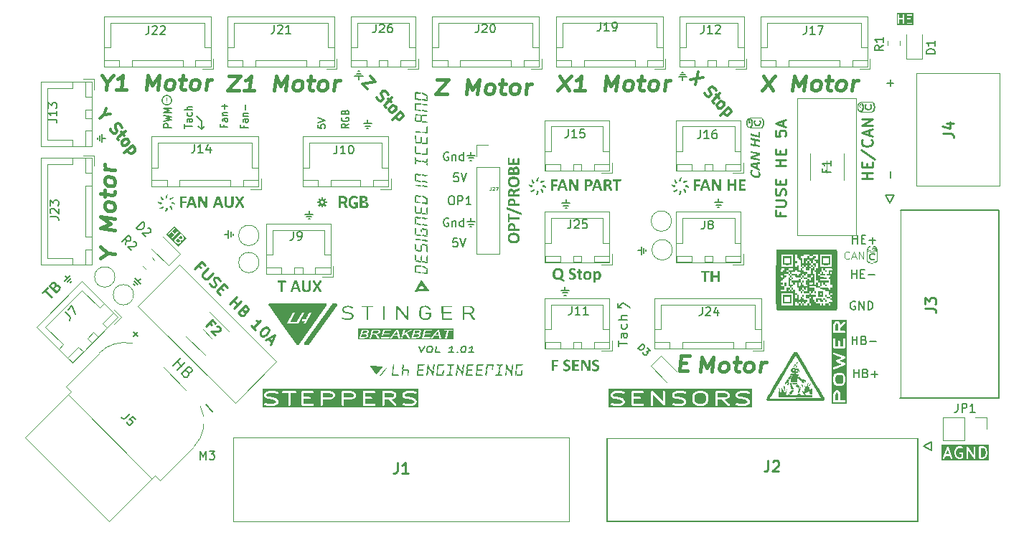
<source format=gbr>
%TF.GenerationSoftware,KiCad,Pcbnew,7.0.11*%
%TF.CreationDate,2024-08-18T05:37:00+00:00*%
%TF.ProjectId,LHS Breakbeat,4c485320-4272-4656-916b-626561742e6b,Vol 1*%
%TF.SameCoordinates,Original*%
%TF.FileFunction,Legend,Top*%
%TF.FilePolarity,Positive*%
%FSLAX46Y46*%
G04 Gerber Fmt 4.6, Leading zero omitted, Abs format (unit mm)*
G04 Created by KiCad (PCBNEW 7.0.11) date 2024-08-18 05:37:00*
%MOMM*%
%LPD*%
G01*
G04 APERTURE LIST*
%ADD10C,0.150000*%
%ADD11C,0.000000*%
%ADD12C,0.300000*%
%ADD13C,0.425000*%
%ADD14C,0.325000*%
%ADD15C,0.175000*%
%ADD16C,0.200000*%
%ADD17C,0.254000*%
%ADD18C,0.120000*%
%ADD19C,0.250000*%
%ADD20C,0.375000*%
%ADD21C,0.400000*%
%ADD22C,0.260000*%
%ADD23C,0.100000*%
%ADD24C,0.127000*%
G04 APERTURE END LIST*
D10*
X120108557Y-80029887D02*
X120108557Y-80410839D01*
X120108557Y-80410839D02*
X120537128Y-80448935D01*
X120537128Y-80448935D02*
X120494271Y-80410839D01*
X120494271Y-80410839D02*
X120451414Y-80334649D01*
X120451414Y-80334649D02*
X120451414Y-80144173D01*
X120451414Y-80144173D02*
X120494271Y-80067982D01*
X120494271Y-80067982D02*
X120537128Y-80029887D01*
X120537128Y-80029887D02*
X120622842Y-79991792D01*
X120622842Y-79991792D02*
X120837128Y-79991792D01*
X120837128Y-79991792D02*
X120922842Y-80029887D01*
X120922842Y-80029887D02*
X120965700Y-80067982D01*
X120965700Y-80067982D02*
X121008557Y-80144173D01*
X121008557Y-80144173D02*
X121008557Y-80334649D01*
X121008557Y-80334649D02*
X120965700Y-80410839D01*
X120965700Y-80410839D02*
X120922842Y-80448935D01*
X120108557Y-79763220D02*
X121008557Y-79496553D01*
X121008557Y-79496553D02*
X120108557Y-79229887D01*
X123808557Y-79953696D02*
X123379985Y-80220363D01*
X123808557Y-80410839D02*
X122908557Y-80410839D01*
X122908557Y-80410839D02*
X122908557Y-80106077D01*
X122908557Y-80106077D02*
X122951414Y-80029887D01*
X122951414Y-80029887D02*
X122994271Y-79991792D01*
X122994271Y-79991792D02*
X123079985Y-79953696D01*
X123079985Y-79953696D02*
X123208557Y-79953696D01*
X123208557Y-79953696D02*
X123294271Y-79991792D01*
X123294271Y-79991792D02*
X123337128Y-80029887D01*
X123337128Y-80029887D02*
X123379985Y-80106077D01*
X123379985Y-80106077D02*
X123379985Y-80410839D01*
X122951414Y-79191792D02*
X122908557Y-79267982D01*
X122908557Y-79267982D02*
X122908557Y-79382268D01*
X122908557Y-79382268D02*
X122951414Y-79496554D01*
X122951414Y-79496554D02*
X123037128Y-79572744D01*
X123037128Y-79572744D02*
X123122842Y-79610839D01*
X123122842Y-79610839D02*
X123294271Y-79648935D01*
X123294271Y-79648935D02*
X123422842Y-79648935D01*
X123422842Y-79648935D02*
X123594271Y-79610839D01*
X123594271Y-79610839D02*
X123679985Y-79572744D01*
X123679985Y-79572744D02*
X123765700Y-79496554D01*
X123765700Y-79496554D02*
X123808557Y-79382268D01*
X123808557Y-79382268D02*
X123808557Y-79306077D01*
X123808557Y-79306077D02*
X123765700Y-79191792D01*
X123765700Y-79191792D02*
X123722842Y-79153696D01*
X123722842Y-79153696D02*
X123422842Y-79153696D01*
X123422842Y-79153696D02*
X123422842Y-79306077D01*
X123337128Y-78544173D02*
X123379985Y-78429887D01*
X123379985Y-78429887D02*
X123422842Y-78391792D01*
X123422842Y-78391792D02*
X123508557Y-78353696D01*
X123508557Y-78353696D02*
X123637128Y-78353696D01*
X123637128Y-78353696D02*
X123722842Y-78391792D01*
X123722842Y-78391792D02*
X123765700Y-78429887D01*
X123765700Y-78429887D02*
X123808557Y-78506077D01*
X123808557Y-78506077D02*
X123808557Y-78810839D01*
X123808557Y-78810839D02*
X122908557Y-78810839D01*
X122908557Y-78810839D02*
X122908557Y-78544173D01*
X122908557Y-78544173D02*
X122951414Y-78467982D01*
X122951414Y-78467982D02*
X122994271Y-78429887D01*
X122994271Y-78429887D02*
X123079985Y-78391792D01*
X123079985Y-78391792D02*
X123165700Y-78391792D01*
X123165700Y-78391792D02*
X123251414Y-78429887D01*
X123251414Y-78429887D02*
X123294271Y-78467982D01*
X123294271Y-78467982D02*
X123337128Y-78544173D01*
X123337128Y-78544173D02*
X123337128Y-78810839D01*
X125541541Y-79898390D02*
X126493922Y-79898390D01*
X125732017Y-80184104D02*
X126303445Y-80184104D01*
X126017731Y-79469819D02*
X126017731Y-79898390D01*
X126112969Y-80469819D02*
X125922493Y-80469819D01*
X98566908Y-98174682D02*
X99240343Y-98848117D01*
X98499564Y-98511400D02*
X98903625Y-98915461D01*
X99206671Y-98208354D02*
X98903625Y-98511400D01*
X98566908Y-98982804D02*
X98432221Y-98848117D01*
X158298390Y-95358458D02*
X158298390Y-94406077D01*
X158584104Y-95167982D02*
X158584104Y-94596554D01*
X157869819Y-94882268D02*
X158298390Y-94882268D01*
X158869819Y-94787030D02*
X158869819Y-94977506D01*
X109598390Y-93458458D02*
X109598390Y-92506077D01*
X109884104Y-93267982D02*
X109884104Y-92696554D01*
X109169819Y-92982268D02*
X109598390Y-92982268D01*
X110169819Y-92887030D02*
X110169819Y-93077506D01*
X163658458Y-74401609D02*
X162706077Y-74401609D01*
X163467982Y-74115895D02*
X162896554Y-74115895D01*
X163182268Y-74830180D02*
X163182268Y-74401609D01*
X163087030Y-73830180D02*
X163277506Y-73830180D01*
X94701609Y-81141541D02*
X94701609Y-82093922D01*
X94415895Y-81332017D02*
X94415895Y-81903445D01*
X95130180Y-81617731D02*
X94701609Y-81617731D01*
X94130180Y-81712969D02*
X94130180Y-81522493D01*
X125458458Y-74301609D02*
X124506077Y-74301609D01*
X125267982Y-74015895D02*
X124696554Y-74015895D01*
X124982268Y-74730180D02*
X124982268Y-74301609D01*
X124887030Y-73730180D02*
X125077506Y-73730180D01*
X90274682Y-98533091D02*
X90948117Y-97859656D01*
X90611400Y-98600435D02*
X91015461Y-98196374D01*
X90308354Y-97893328D02*
X90611400Y-98196374D01*
X91082804Y-98533091D02*
X90948117Y-98667778D01*
X166941541Y-89198390D02*
X167893922Y-89198390D01*
X167132017Y-89484104D02*
X167703445Y-89484104D01*
X167417731Y-88769819D02*
X167417731Y-89198390D01*
X167512969Y-89769819D02*
X167322493Y-89769819D01*
X148941541Y-89298390D02*
X149893922Y-89298390D01*
X149132017Y-89584104D02*
X149703445Y-89584104D01*
X149417731Y-88869819D02*
X149417731Y-89298390D01*
X149512969Y-89869819D02*
X149322493Y-89869819D01*
X148841541Y-99598390D02*
X149793922Y-99598390D01*
X149032017Y-99884104D02*
X149603445Y-99884104D01*
X149317731Y-99169819D02*
X149317731Y-99598390D01*
X149412969Y-100169819D02*
X149222493Y-100169819D01*
X118641541Y-90598390D02*
X119593922Y-90598390D01*
X118832017Y-90884104D02*
X119403445Y-90884104D01*
X119117731Y-90169819D02*
X119117731Y-90598390D01*
X119212969Y-91169819D02*
X119022493Y-91169819D01*
D11*
G36*
X135624543Y-108301874D02*
G01*
X135649191Y-108302646D01*
X135673797Y-108304086D01*
X135698361Y-108306193D01*
X135722884Y-108308971D01*
X135747363Y-108312416D01*
X135771800Y-108316532D01*
X135796194Y-108321315D01*
X135820546Y-108326768D01*
X135844854Y-108332890D01*
X135869121Y-108339682D01*
X135869631Y-108339800D01*
X135869874Y-108339843D01*
X135870111Y-108339876D01*
X135870340Y-108339898D01*
X135870560Y-108339913D01*
X135870772Y-108339915D01*
X135870977Y-108339908D01*
X135871174Y-108339890D01*
X135871364Y-108339862D01*
X135871545Y-108339825D01*
X135871718Y-108339778D01*
X135871884Y-108339721D01*
X135872043Y-108339654D01*
X135872193Y-108339576D01*
X135872336Y-108339489D01*
X135872471Y-108339391D01*
X135872597Y-108339284D01*
X135872716Y-108339168D01*
X135872828Y-108339040D01*
X135872932Y-108338904D01*
X135873028Y-108338756D01*
X135873117Y-108338600D01*
X135873196Y-108338434D01*
X135873269Y-108338258D01*
X135873335Y-108338072D01*
X135873393Y-108337878D01*
X135873442Y-108337671D01*
X135873484Y-108337456D01*
X135873518Y-108337231D01*
X135873544Y-108336997D01*
X135873563Y-108336753D01*
X135873662Y-108335433D01*
X135873783Y-108334134D01*
X135873930Y-108332854D01*
X135874103Y-108331597D01*
X135874301Y-108330360D01*
X135874526Y-108329143D01*
X135874774Y-108327946D01*
X135875048Y-108326770D01*
X135875346Y-108325615D01*
X135875670Y-108324481D01*
X135876020Y-108323365D01*
X135876395Y-108322269D01*
X135876796Y-108321194D01*
X135877223Y-108320139D01*
X135877674Y-108319104D01*
X135878152Y-108318087D01*
X135879102Y-108316267D01*
X135880118Y-108314565D01*
X135880650Y-108313760D01*
X135881198Y-108312985D01*
X135881763Y-108312237D01*
X135882342Y-108311521D01*
X135882940Y-108310834D01*
X135883553Y-108310177D01*
X135884183Y-108309549D01*
X135884828Y-108308953D01*
X135885490Y-108308384D01*
X135886169Y-108307845D01*
X135886863Y-108307336D01*
X135887574Y-108306858D01*
X135888302Y-108306408D01*
X135889046Y-108305988D01*
X135889806Y-108305598D01*
X135890583Y-108305236D01*
X135891376Y-108304905D01*
X135892185Y-108304603D01*
X135893010Y-108304330D01*
X135893853Y-108304087D01*
X135894712Y-108303873D01*
X135895587Y-108303690D01*
X135896478Y-108303534D01*
X135897387Y-108303409D01*
X135898311Y-108303313D01*
X135899252Y-108303246D01*
X135901185Y-108303201D01*
X136202826Y-108308233D01*
X136204070Y-108308264D01*
X136205308Y-108308337D01*
X136206542Y-108308449D01*
X136207770Y-108308602D01*
X136208991Y-108308796D01*
X136210204Y-108309028D01*
X136211409Y-108309300D01*
X136212603Y-108309609D01*
X136213786Y-108309957D01*
X136214958Y-108310342D01*
X136216118Y-108310766D01*
X136217264Y-108311224D01*
X136218394Y-108311721D01*
X136219510Y-108312252D01*
X136220609Y-108312819D01*
X136221690Y-108313422D01*
X136223381Y-108314455D01*
X136225000Y-108315564D01*
X136226548Y-108316743D01*
X136228020Y-108317989D01*
X136229420Y-108319299D01*
X136230744Y-108320670D01*
X136231992Y-108322096D01*
X136233165Y-108323577D01*
X136234258Y-108325107D01*
X136235274Y-108326684D01*
X136236209Y-108328305D01*
X136237065Y-108329966D01*
X136237838Y-108331662D01*
X136238529Y-108333392D01*
X136239138Y-108335151D01*
X136239662Y-108336937D01*
X136240101Y-108338745D01*
X136240454Y-108340573D01*
X136240720Y-108342417D01*
X136240898Y-108344272D01*
X136240988Y-108346138D01*
X136240986Y-108348010D01*
X136240896Y-108349882D01*
X136240714Y-108351754D01*
X136240439Y-108353623D01*
X136240072Y-108355484D01*
X136239610Y-108357332D01*
X136239053Y-108359166D01*
X136238400Y-108360981D01*
X136237650Y-108362776D01*
X136236802Y-108364546D01*
X136235855Y-108366286D01*
X136235271Y-108367266D01*
X136234655Y-108368232D01*
X136234011Y-108369182D01*
X136233336Y-108370114D01*
X136232634Y-108371030D01*
X136231907Y-108371924D01*
X136231155Y-108372793D01*
X136230377Y-108373639D01*
X136211403Y-108392300D01*
X136201824Y-108400850D01*
X136192186Y-108408879D01*
X136182488Y-108416388D01*
X136172728Y-108423375D01*
X136162908Y-108429841D01*
X136153028Y-108435788D01*
X136143086Y-108441212D01*
X136133085Y-108446116D01*
X136123023Y-108450500D01*
X136112900Y-108454362D01*
X136102718Y-108457704D01*
X136092474Y-108460524D01*
X136082170Y-108462823D01*
X136071806Y-108464602D01*
X136061380Y-108465860D01*
X136050896Y-108466598D01*
X136040351Y-108466814D01*
X136029744Y-108466508D01*
X136019078Y-108465684D01*
X136008352Y-108464337D01*
X135997565Y-108462470D01*
X135986718Y-108460081D01*
X135975810Y-108457172D01*
X135964842Y-108453742D01*
X135953816Y-108449792D01*
X135942728Y-108445320D01*
X135931578Y-108440328D01*
X135920370Y-108434814D01*
X135909101Y-108428779D01*
X135897772Y-108422223D01*
X135897740Y-108422205D01*
X135897708Y-108422190D01*
X135897678Y-108422175D01*
X135897650Y-108422163D01*
X135897623Y-108422154D01*
X135897598Y-108422146D01*
X135897575Y-108422140D01*
X135897552Y-108422137D01*
X135897532Y-108422137D01*
X135897513Y-108422137D01*
X135897495Y-108422142D01*
X135897479Y-108422146D01*
X135897465Y-108422155D01*
X135897452Y-108422166D01*
X135897441Y-108422176D01*
X135897431Y-108422192D01*
X135897423Y-108422209D01*
X135897417Y-108422228D01*
X135897411Y-108422250D01*
X135897407Y-108422272D01*
X135897405Y-108422300D01*
X135897404Y-108422328D01*
X135897404Y-108422358D01*
X135897407Y-108422391D01*
X135897410Y-108422427D01*
X135897414Y-108422464D01*
X135897422Y-108422505D01*
X135897429Y-108422547D01*
X135897449Y-108422641D01*
X135897474Y-108422742D01*
X135898492Y-108483426D01*
X135897638Y-108544272D01*
X135894906Y-108605281D01*
X135890303Y-108666451D01*
X135883823Y-108727782D01*
X135875468Y-108789274D01*
X135865236Y-108850927D01*
X135853127Y-108912740D01*
X135852849Y-108914454D01*
X135852531Y-108916161D01*
X135852173Y-108917857D01*
X135851776Y-108919543D01*
X135851339Y-108921219D01*
X135850864Y-108922882D01*
X135850349Y-108924534D01*
X135849796Y-108926174D01*
X135849206Y-108927799D01*
X135848577Y-108929410D01*
X135847910Y-108931009D01*
X135847205Y-108932592D01*
X135846464Y-108934158D01*
X135845685Y-108935708D01*
X135844869Y-108937243D01*
X135844017Y-108938760D01*
X135842044Y-108941983D01*
X135839927Y-108945072D01*
X135837678Y-108948022D01*
X135835300Y-108950833D01*
X135832799Y-108953504D01*
X135830183Y-108956031D01*
X135827459Y-108958412D01*
X135824632Y-108960649D01*
X135821709Y-108962737D01*
X135818697Y-108964674D01*
X135815602Y-108966459D01*
X135812432Y-108968091D01*
X135809192Y-108969568D01*
X135805887Y-108970888D01*
X135802527Y-108972050D01*
X135799118Y-108973051D01*
X135795663Y-108973890D01*
X135792172Y-108974564D01*
X135788652Y-108975073D01*
X135785106Y-108975414D01*
X135781545Y-108975585D01*
X135777972Y-108975586D01*
X135774394Y-108975414D01*
X135770819Y-108975068D01*
X135767254Y-108974545D01*
X135763703Y-108973844D01*
X135760174Y-108972964D01*
X135756674Y-108971901D01*
X135753208Y-108970657D01*
X135749784Y-108969226D01*
X135746409Y-108967609D01*
X135743087Y-108965803D01*
X135740662Y-108964340D01*
X135738308Y-108962794D01*
X135736026Y-108961167D01*
X135733817Y-108959463D01*
X135731684Y-108957682D01*
X135729626Y-108955831D01*
X135727646Y-108953908D01*
X135725744Y-108951919D01*
X135723921Y-108949864D01*
X135722180Y-108947749D01*
X135720521Y-108945573D01*
X135718946Y-108943341D01*
X135717455Y-108941055D01*
X135716051Y-108938718D01*
X135714734Y-108936332D01*
X135713505Y-108933900D01*
X135712367Y-108931425D01*
X135711320Y-108928909D01*
X135710366Y-108926354D01*
X135709503Y-108923766D01*
X135708737Y-108921142D01*
X135708066Y-108918490D01*
X135707495Y-108915811D01*
X135707020Y-108913106D01*
X135706646Y-108910378D01*
X135706373Y-108907633D01*
X135706204Y-108904870D01*
X135706137Y-108902094D01*
X135706175Y-108899305D01*
X135706320Y-108896506D01*
X135706574Y-108893703D01*
X135706934Y-108890896D01*
X135746360Y-108478485D01*
X135746490Y-108476600D01*
X135746559Y-108474789D01*
X135746564Y-108473054D01*
X135746506Y-108471393D01*
X135746385Y-108469807D01*
X135746202Y-108468295D01*
X135745955Y-108466858D01*
X135745646Y-108465496D01*
X135745272Y-108464210D01*
X135744836Y-108462998D01*
X135744336Y-108461860D01*
X135743774Y-108460797D01*
X135743148Y-108459810D01*
X135742458Y-108458896D01*
X135741707Y-108458059D01*
X135740891Y-108457296D01*
X135740013Y-108456607D01*
X135739070Y-108455992D01*
X135738064Y-108455454D01*
X135736996Y-108454989D01*
X135735863Y-108454599D01*
X135734667Y-108454286D01*
X135733408Y-108454046D01*
X135732086Y-108453880D01*
X135730698Y-108453790D01*
X135729249Y-108453774D01*
X135727734Y-108453834D01*
X135726158Y-108453968D01*
X135724517Y-108454177D01*
X135722812Y-108454460D01*
X135721046Y-108454819D01*
X135719212Y-108455252D01*
X135701309Y-108459426D01*
X135683578Y-108462634D01*
X135666020Y-108464876D01*
X135648633Y-108466154D01*
X135631415Y-108466467D01*
X135614370Y-108465814D01*
X135597498Y-108464197D01*
X135580794Y-108461613D01*
X135564262Y-108458066D01*
X135547900Y-108453553D01*
X135531707Y-108448076D01*
X135515685Y-108441633D01*
X135499833Y-108434226D01*
X135484149Y-108425854D01*
X135468634Y-108416517D01*
X135453288Y-108406216D01*
X135451242Y-108404727D01*
X135449289Y-108403155D01*
X135447428Y-108401502D01*
X135445660Y-108399774D01*
X135443986Y-108397974D01*
X135442408Y-108396106D01*
X135440926Y-108394177D01*
X135439541Y-108392185D01*
X135438255Y-108390139D01*
X135437067Y-108388041D01*
X135435978Y-108385896D01*
X135434991Y-108383707D01*
X135434105Y-108381477D01*
X135433322Y-108379214D01*
X135432641Y-108376917D01*
X135432065Y-108374594D01*
X135431594Y-108372248D01*
X135431228Y-108369882D01*
X135430970Y-108367498D01*
X135430818Y-108365106D01*
X135430776Y-108362704D01*
X135430844Y-108360301D01*
X135431021Y-108357897D01*
X135431310Y-108355497D01*
X135431711Y-108353107D01*
X135432225Y-108350727D01*
X135432854Y-108348366D01*
X135433596Y-108346024D01*
X135434453Y-108343708D01*
X135435429Y-108341420D01*
X135436521Y-108339164D01*
X135437730Y-108336946D01*
X135439307Y-108334388D01*
X135441020Y-108331939D01*
X135442860Y-108329602D01*
X135444825Y-108327381D01*
X135446906Y-108325281D01*
X135449098Y-108323305D01*
X135451396Y-108321457D01*
X135453791Y-108319742D01*
X135456280Y-108318164D01*
X135458855Y-108316725D01*
X135461511Y-108315433D01*
X135464241Y-108314287D01*
X135467040Y-108313296D01*
X135469902Y-108312462D01*
X135472820Y-108311787D01*
X135475788Y-108311277D01*
X135500682Y-108308041D01*
X135525537Y-108305472D01*
X135550350Y-108303570D01*
X135575123Y-108302336D01*
X135599854Y-108301771D01*
X135624543Y-108301874D01*
G37*
G36*
X132372963Y-95486007D02*
G01*
X132376319Y-95486209D01*
X132379665Y-95486572D01*
X132382993Y-95487093D01*
X132386299Y-95487772D01*
X132389574Y-95488611D01*
X132392813Y-95489607D01*
X132396009Y-95490759D01*
X132399156Y-95492069D01*
X132402247Y-95493534D01*
X132405277Y-95495155D01*
X132408238Y-95496931D01*
X132411123Y-95498860D01*
X132413927Y-95500943D01*
X132416644Y-95503179D01*
X132419265Y-95505568D01*
X132421787Y-95508109D01*
X132424201Y-95510801D01*
X132426094Y-95513089D01*
X132427878Y-95515441D01*
X132429552Y-95517852D01*
X132431116Y-95520321D01*
X132432570Y-95522843D01*
X132433913Y-95525416D01*
X132435143Y-95528037D01*
X132436262Y-95530702D01*
X132437268Y-95533410D01*
X132438162Y-95536156D01*
X132438941Y-95538939D01*
X132439607Y-95541754D01*
X132440158Y-95544599D01*
X132440594Y-95547471D01*
X132440915Y-95550367D01*
X132441120Y-95553284D01*
X132444783Y-95676121D01*
X132447047Y-95799176D01*
X132447802Y-95922394D01*
X132446939Y-96045718D01*
X132446659Y-96053113D01*
X132446116Y-96060340D01*
X132445309Y-96067391D01*
X132444244Y-96074257D01*
X132442919Y-96080930D01*
X132441339Y-96087400D01*
X132439505Y-96093659D01*
X132437419Y-96099697D01*
X132435084Y-96105506D01*
X132432501Y-96111077D01*
X132429673Y-96116402D01*
X132426601Y-96121470D01*
X132423287Y-96126274D01*
X132419735Y-96130804D01*
X132415947Y-96135052D01*
X132411922Y-96139009D01*
X132407665Y-96142666D01*
X132403177Y-96146013D01*
X132398459Y-96149044D01*
X132393515Y-96151746D01*
X132388347Y-96154114D01*
X132382956Y-96156138D01*
X132377344Y-96157807D01*
X132371515Y-96159115D01*
X132365469Y-96160052D01*
X132359208Y-96160609D01*
X132352735Y-96160776D01*
X132346054Y-96160547D01*
X132339163Y-96159910D01*
X132332067Y-96158858D01*
X132324767Y-96157382D01*
X132317266Y-96155473D01*
X132308562Y-96116200D01*
X132300898Y-96077053D01*
X132294273Y-96038029D01*
X132288686Y-95999129D01*
X132284137Y-95960352D01*
X132280623Y-95921697D01*
X132278146Y-95883164D01*
X132276703Y-95844752D01*
X132276296Y-95806461D01*
X132276922Y-95768289D01*
X132278582Y-95730235D01*
X132281274Y-95692301D01*
X132284997Y-95654484D01*
X132289752Y-95616784D01*
X132295536Y-95579200D01*
X132302351Y-95541732D01*
X132302951Y-95538855D01*
X132303670Y-95536019D01*
X132304508Y-95533226D01*
X132305464Y-95530480D01*
X132306537Y-95527785D01*
X132307724Y-95525145D01*
X132309026Y-95522563D01*
X132310441Y-95520042D01*
X132311969Y-95517588D01*
X132313608Y-95515203D01*
X132315357Y-95512890D01*
X132317215Y-95510655D01*
X132319182Y-95508499D01*
X132321255Y-95506429D01*
X132323435Y-95504446D01*
X132325719Y-95502555D01*
X132328462Y-95500290D01*
X132331292Y-95498193D01*
X132334201Y-95496264D01*
X132337183Y-95494503D01*
X132340231Y-95492908D01*
X132343339Y-95491479D01*
X132346502Y-95490217D01*
X132349711Y-95489119D01*
X132352962Y-95488185D01*
X132356247Y-95487416D01*
X132359560Y-95486810D01*
X132362895Y-95486367D01*
X132366244Y-95486086D01*
X132369602Y-95485966D01*
X132372963Y-95486007D01*
G37*
G36*
X133070175Y-94307047D02*
G01*
X133073609Y-94307452D01*
X133077013Y-94308105D01*
X133080370Y-94309007D01*
X133083665Y-94310157D01*
X133086882Y-94311558D01*
X133090005Y-94313208D01*
X133091366Y-94314024D01*
X133092695Y-94314880D01*
X133093990Y-94315774D01*
X133095250Y-94316708D01*
X133096475Y-94317678D01*
X133097664Y-94318684D01*
X133098817Y-94319724D01*
X133099933Y-94320799D01*
X133101010Y-94321906D01*
X133102050Y-94323045D01*
X133103051Y-94324215D01*
X133104012Y-94325413D01*
X133104933Y-94326640D01*
X133105813Y-94327895D01*
X133106652Y-94329176D01*
X133107449Y-94330482D01*
X133108204Y-94331812D01*
X133108915Y-94333166D01*
X133109581Y-94334541D01*
X133110204Y-94335938D01*
X133110781Y-94337354D01*
X133111313Y-94338789D01*
X133111798Y-94340242D01*
X133112236Y-94341711D01*
X133112627Y-94343196D01*
X133112969Y-94344696D01*
X133113262Y-94346210D01*
X133113506Y-94347735D01*
X133113700Y-94349272D01*
X133113843Y-94350819D01*
X133113935Y-94352376D01*
X133113974Y-94353942D01*
X133114473Y-95022665D01*
X133114416Y-95024199D01*
X133114320Y-95025736D01*
X133114184Y-95027273D01*
X133114008Y-95028809D01*
X133113789Y-95030341D01*
X133113528Y-95031868D01*
X133113222Y-95033388D01*
X133112872Y-95034898D01*
X133112475Y-95036395D01*
X133112031Y-95037880D01*
X133111539Y-95039348D01*
X133110998Y-95040800D01*
X133110406Y-95042231D01*
X133109762Y-95043639D01*
X133109067Y-95045025D01*
X133108318Y-95046384D01*
X133107046Y-95048461D01*
X133105683Y-95050450D01*
X133104232Y-95052350D01*
X133102698Y-95054160D01*
X133101085Y-95055879D01*
X133099398Y-95057508D01*
X133097640Y-95059042D01*
X133095817Y-95060482D01*
X133093931Y-95061828D01*
X133091987Y-95063076D01*
X133089991Y-95064227D01*
X133087945Y-95065279D01*
X133085854Y-95066231D01*
X133083723Y-95067083D01*
X133081555Y-95067831D01*
X133079354Y-95068477D01*
X133077127Y-95069019D01*
X133074874Y-95069454D01*
X133072603Y-95069783D01*
X133070316Y-95070004D01*
X133068019Y-95070116D01*
X133065714Y-95070117D01*
X133063406Y-95070008D01*
X133061101Y-95069786D01*
X133058802Y-95069451D01*
X133056512Y-95069000D01*
X133054237Y-95068434D01*
X133051981Y-95067750D01*
X133049747Y-95066949D01*
X133047541Y-95066029D01*
X133045366Y-95064987D01*
X133043226Y-95063826D01*
X133042072Y-95063136D01*
X133040937Y-95062413D01*
X133039822Y-95061660D01*
X133038728Y-95060875D01*
X133037655Y-95060061D01*
X133036606Y-95059216D01*
X133035579Y-95058343D01*
X133034575Y-95057442D01*
X133033597Y-95056513D01*
X133032644Y-95055558D01*
X133031716Y-95054577D01*
X133030816Y-95053571D01*
X133029943Y-95052540D01*
X133029099Y-95051487D01*
X133028283Y-95050411D01*
X133027497Y-95049312D01*
X132959394Y-94946689D01*
X132958434Y-94945199D01*
X132957529Y-94943678D01*
X132956682Y-94942127D01*
X132955893Y-94940548D01*
X132955163Y-94938944D01*
X132954493Y-94937316D01*
X132953884Y-94935666D01*
X132953338Y-94933997D01*
X132952855Y-94932310D01*
X132952435Y-94930608D01*
X132952081Y-94928893D01*
X132951794Y-94927166D01*
X132951574Y-94925430D01*
X132951422Y-94923686D01*
X132951339Y-94921936D01*
X132951326Y-94920184D01*
X132950868Y-94406723D01*
X132950975Y-94403982D01*
X132951231Y-94401263D01*
X132951633Y-94398573D01*
X132952180Y-94395919D01*
X132952872Y-94393308D01*
X132953704Y-94390744D01*
X132954678Y-94388237D01*
X132955789Y-94385792D01*
X132957039Y-94383415D01*
X132958424Y-94381113D01*
X132959942Y-94378891D01*
X132961593Y-94376759D01*
X132963374Y-94374722D01*
X132965284Y-94372785D01*
X132967322Y-94370956D01*
X132969487Y-94369242D01*
X133037559Y-94316605D01*
X133040444Y-94314540D01*
X133043455Y-94312722D01*
X133046575Y-94311148D01*
X133049790Y-94309822D01*
X133053082Y-94308741D01*
X133056438Y-94307907D01*
X133059840Y-94307322D01*
X133063275Y-94306982D01*
X133066724Y-94306890D01*
X133070175Y-94307047D01*
G37*
G36*
X132328317Y-84287161D02*
G01*
X132311534Y-84446828D01*
X131694938Y-84382019D01*
X131711719Y-84222354D01*
X132328317Y-84287161D01*
G37*
G36*
X171064700Y-79449805D02*
G01*
X171068890Y-79450098D01*
X171073033Y-79450580D01*
X171077124Y-79451249D01*
X171081160Y-79452099D01*
X171085134Y-79453126D01*
X171089042Y-79454327D01*
X171092880Y-79455697D01*
X171096642Y-79457231D01*
X171100324Y-79458927D01*
X171103921Y-79460779D01*
X171107427Y-79462783D01*
X171110839Y-79464936D01*
X171114151Y-79467233D01*
X171117359Y-79469669D01*
X171120458Y-79472242D01*
X171123442Y-79474945D01*
X171126308Y-79477777D01*
X171129050Y-79480731D01*
X171131664Y-79483804D01*
X171134144Y-79486992D01*
X171136486Y-79490291D01*
X171138685Y-79493696D01*
X171140737Y-79497203D01*
X171142636Y-79500809D01*
X171144377Y-79504509D01*
X171145957Y-79508298D01*
X171147369Y-79512173D01*
X171148610Y-79516129D01*
X171149674Y-79520162D01*
X171150556Y-79524269D01*
X171151252Y-79528444D01*
X171182702Y-79748589D01*
X171182995Y-79750787D01*
X171183249Y-79752990D01*
X171183465Y-79755198D01*
X171183642Y-79757408D01*
X171183780Y-79759618D01*
X171183879Y-79761827D01*
X171183939Y-79764032D01*
X171183958Y-79766231D01*
X171183797Y-79772567D01*
X171183320Y-79778820D01*
X171182533Y-79784983D01*
X171181445Y-79791049D01*
X171180064Y-79797009D01*
X171178397Y-79802855D01*
X171176453Y-79808581D01*
X171174239Y-79814178D01*
X171171763Y-79819638D01*
X171169032Y-79824953D01*
X171166055Y-79830116D01*
X171162840Y-79835119D01*
X171159394Y-79839954D01*
X171155724Y-79844614D01*
X171151840Y-79849089D01*
X171147749Y-79853373D01*
X171143458Y-79857459D01*
X171138975Y-79861337D01*
X171134308Y-79865000D01*
X171129465Y-79868441D01*
X171124455Y-79871651D01*
X171119283Y-79874623D01*
X171113959Y-79877349D01*
X171108491Y-79879822D01*
X171102885Y-79882032D01*
X171097151Y-79883974D01*
X171091295Y-79885638D01*
X171085325Y-79887017D01*
X171079250Y-79888103D01*
X171073077Y-79888888D01*
X171066814Y-79889365D01*
X171060469Y-79889526D01*
X171060465Y-79889526D01*
X171054123Y-79889365D01*
X171047860Y-79888888D01*
X171041687Y-79888103D01*
X171035612Y-79887017D01*
X171029642Y-79885638D01*
X171023786Y-79883974D01*
X171018051Y-79882032D01*
X171012446Y-79879822D01*
X171006977Y-79877349D01*
X171001653Y-79874623D01*
X170996482Y-79871651D01*
X170991471Y-79868441D01*
X170986628Y-79865000D01*
X170981961Y-79861337D01*
X170977478Y-79857459D01*
X170973187Y-79853373D01*
X170969095Y-79849089D01*
X170965210Y-79844614D01*
X170961541Y-79839954D01*
X170958095Y-79835119D01*
X170954879Y-79830116D01*
X170951902Y-79824953D01*
X170949172Y-79819638D01*
X170946695Y-79814178D01*
X170944481Y-79808581D01*
X170942536Y-79802855D01*
X170940870Y-79797009D01*
X170939488Y-79791049D01*
X170938401Y-79784983D01*
X170937614Y-79778820D01*
X170937136Y-79772567D01*
X170936975Y-79766235D01*
X170994424Y-79766235D01*
X170994510Y-79769618D01*
X170994766Y-79772957D01*
X170995187Y-79776248D01*
X170995768Y-79779487D01*
X170996507Y-79782670D01*
X170997398Y-79785792D01*
X170998438Y-79788849D01*
X170999622Y-79791838D01*
X171000946Y-79794754D01*
X171002406Y-79797592D01*
X171003998Y-79800350D01*
X171005718Y-79803021D01*
X171007561Y-79805603D01*
X171009523Y-79808091D01*
X171011600Y-79810481D01*
X171013788Y-79812769D01*
X171016083Y-79814951D01*
X171018480Y-79817022D01*
X171020976Y-79818978D01*
X171023565Y-79820816D01*
X171026245Y-79822530D01*
X171029011Y-79824118D01*
X171031858Y-79825574D01*
X171034782Y-79826894D01*
X171037780Y-79828075D01*
X171040847Y-79829111D01*
X171043979Y-79830000D01*
X171047171Y-79830736D01*
X171050420Y-79831316D01*
X171053722Y-79831736D01*
X171057071Y-79831991D01*
X171060465Y-79832077D01*
X171063858Y-79831991D01*
X171067207Y-79831736D01*
X171070508Y-79831316D01*
X171073757Y-79830736D01*
X171076950Y-79830000D01*
X171080081Y-79829111D01*
X171083148Y-79828075D01*
X171086146Y-79826894D01*
X171089070Y-79825574D01*
X171091917Y-79824118D01*
X171094683Y-79822530D01*
X171097363Y-79820816D01*
X171099953Y-79818978D01*
X171102448Y-79817022D01*
X171104846Y-79814951D01*
X171107141Y-79812769D01*
X171109329Y-79810481D01*
X171111406Y-79808091D01*
X171113369Y-79805603D01*
X171115212Y-79803021D01*
X171116932Y-79800350D01*
X171118524Y-79797592D01*
X171119984Y-79794754D01*
X171121309Y-79791838D01*
X171122493Y-79788849D01*
X171123533Y-79785792D01*
X171124425Y-79782670D01*
X171125164Y-79779487D01*
X171125746Y-79776248D01*
X171126167Y-79772957D01*
X171126423Y-79769618D01*
X171126509Y-79766235D01*
X171126498Y-79765052D01*
X171126466Y-79763865D01*
X171126413Y-79762674D01*
X171126338Y-79761482D01*
X171126242Y-79760289D01*
X171126125Y-79759096D01*
X171125986Y-79757905D01*
X171125827Y-79756717D01*
X171094377Y-79536572D01*
X171094118Y-79535013D01*
X171093788Y-79533479D01*
X171093391Y-79531973D01*
X171092928Y-79530495D01*
X171092400Y-79529048D01*
X171091811Y-79527633D01*
X171091160Y-79526251D01*
X171090451Y-79524904D01*
X171089685Y-79523594D01*
X171088864Y-79522322D01*
X171087989Y-79521090D01*
X171087062Y-79519900D01*
X171086086Y-79518752D01*
X171085062Y-79517648D01*
X171083992Y-79516591D01*
X171082877Y-79515581D01*
X171081719Y-79514620D01*
X171080521Y-79513710D01*
X171079284Y-79512852D01*
X171078009Y-79512048D01*
X171076700Y-79511299D01*
X171075356Y-79510608D01*
X171073981Y-79509974D01*
X171072576Y-79509401D01*
X171071142Y-79508889D01*
X171069682Y-79508441D01*
X171068198Y-79508057D01*
X171066690Y-79507740D01*
X171065162Y-79507490D01*
X171063614Y-79507310D01*
X171062049Y-79507200D01*
X171060469Y-79507164D01*
X171058888Y-79507200D01*
X171057323Y-79507310D01*
X171055775Y-79507490D01*
X171054247Y-79507740D01*
X171052739Y-79508057D01*
X171051255Y-79508441D01*
X171049795Y-79508889D01*
X171048361Y-79509401D01*
X171046956Y-79509974D01*
X171045580Y-79510608D01*
X171044237Y-79511299D01*
X171042927Y-79512048D01*
X171041652Y-79512852D01*
X171040415Y-79513710D01*
X171039216Y-79514620D01*
X171038059Y-79515581D01*
X171036944Y-79516591D01*
X171035873Y-79517648D01*
X171034849Y-79518752D01*
X171033872Y-79519900D01*
X171032946Y-79521090D01*
X171032071Y-79522322D01*
X171031249Y-79523594D01*
X171030483Y-79524904D01*
X171029774Y-79526251D01*
X171029123Y-79527633D01*
X171028533Y-79529048D01*
X171028006Y-79530495D01*
X171027542Y-79531973D01*
X171027145Y-79533479D01*
X171026816Y-79535013D01*
X171026556Y-79536572D01*
X170995106Y-79756717D01*
X170994947Y-79757905D01*
X170994809Y-79759096D01*
X170994692Y-79760289D01*
X170994596Y-79761482D01*
X170994521Y-79762674D01*
X170994467Y-79763865D01*
X170994435Y-79765052D01*
X170994424Y-79766235D01*
X170936975Y-79766235D01*
X170936975Y-79766231D01*
X170936995Y-79764031D01*
X170937054Y-79761824D01*
X170937152Y-79759615D01*
X170937290Y-79757405D01*
X170937467Y-79755195D01*
X170937683Y-79752988D01*
X170937938Y-79750785D01*
X170938231Y-79748589D01*
X170969681Y-79528444D01*
X170970377Y-79524269D01*
X170971260Y-79520162D01*
X170972324Y-79516129D01*
X170973564Y-79512173D01*
X170974977Y-79508298D01*
X170976556Y-79504509D01*
X170978298Y-79500809D01*
X170980196Y-79497203D01*
X170982248Y-79493696D01*
X170984447Y-79490291D01*
X170986789Y-79486992D01*
X170989270Y-79483804D01*
X170991883Y-79480731D01*
X170994626Y-79477777D01*
X170997491Y-79474945D01*
X171000476Y-79472242D01*
X171003575Y-79469669D01*
X171006783Y-79467233D01*
X171010095Y-79464936D01*
X171013507Y-79462783D01*
X171017014Y-79460779D01*
X171020611Y-79458927D01*
X171024293Y-79457231D01*
X171028055Y-79455697D01*
X171031893Y-79454327D01*
X171035801Y-79453126D01*
X171039776Y-79452099D01*
X171043812Y-79451249D01*
X171047903Y-79450580D01*
X171052047Y-79450098D01*
X171056237Y-79449805D01*
X171060469Y-79449707D01*
X171064700Y-79449805D01*
G37*
G36*
X175727876Y-100104642D02*
G01*
X175885974Y-100105801D01*
X175995229Y-100107518D01*
X176026395Y-100108531D01*
X176039175Y-100109618D01*
X176042952Y-100122346D01*
X176046226Y-100155495D01*
X176051263Y-100271381D01*
X176054286Y-100433941D01*
X176055294Y-100619838D01*
X176054286Y-100805734D01*
X176051263Y-100968294D01*
X176046226Y-101084181D01*
X176042952Y-101117329D01*
X176039175Y-101130057D01*
X175988095Y-101133479D01*
X175871310Y-101135504D01*
X175529331Y-101135825D01*
X175190647Y-101131945D01*
X175077982Y-101128719D01*
X175032671Y-101124790D01*
X175029525Y-101110855D01*
X175026865Y-101077659D01*
X175022969Y-100964441D01*
X175022767Y-100935433D01*
X175222028Y-100935433D01*
X175519843Y-100937789D01*
X175610823Y-100938425D01*
X175648523Y-100938594D01*
X175681477Y-100938646D01*
X175710020Y-100938564D01*
X175734487Y-100938337D01*
X175755213Y-100937949D01*
X175772535Y-100937389D01*
X175780024Y-100937039D01*
X175786788Y-100936641D01*
X175792867Y-100936192D01*
X175798305Y-100935691D01*
X175803143Y-100935137D01*
X175807424Y-100934526D01*
X175811188Y-100933859D01*
X175814479Y-100933132D01*
X175817339Y-100932345D01*
X175819807Y-100931496D01*
X175821927Y-100930581D01*
X175823740Y-100929601D01*
X175825289Y-100928553D01*
X175826616Y-100927437D01*
X175827762Y-100926249D01*
X175828770Y-100924988D01*
X175831525Y-100914937D01*
X175833921Y-100893853D01*
X175837635Y-100824930D01*
X175839901Y-100730903D01*
X175840711Y-100624458D01*
X175840056Y-100518283D01*
X175837927Y-100425065D01*
X175834316Y-100357490D01*
X175831953Y-100337285D01*
X175829215Y-100328246D01*
X175821159Y-100326148D01*
X175802398Y-100324274D01*
X175738671Y-100321230D01*
X175649876Y-100319170D01*
X175547851Y-100318147D01*
X175444438Y-100318217D01*
X175351475Y-100319435D01*
X175280799Y-100321855D01*
X175257519Y-100323534D01*
X175244252Y-100325534D01*
X175222028Y-100331713D01*
X175222028Y-100935433D01*
X175022767Y-100935433D01*
X175020633Y-100627359D01*
X175025111Y-100288789D01*
X175029732Y-100173709D01*
X175032608Y-100139305D01*
X175035849Y-100123976D01*
X175049672Y-100104218D01*
X175537400Y-100104218D01*
X175727876Y-100104642D01*
G37*
G36*
X144326192Y-108311122D02*
G01*
X144327368Y-108311190D01*
X144328538Y-108311294D01*
X144329703Y-108311434D01*
X144330863Y-108311612D01*
X144332015Y-108311824D01*
X144333158Y-108312075D01*
X144334292Y-108312361D01*
X144335416Y-108312682D01*
X144336528Y-108313040D01*
X144337629Y-108313434D01*
X144338716Y-108313862D01*
X144339789Y-108314326D01*
X144340847Y-108314824D01*
X144341888Y-108315358D01*
X144342911Y-108315927D01*
X144344498Y-108316898D01*
X144346017Y-108317938D01*
X144347468Y-108319046D01*
X144348850Y-108320216D01*
X144350163Y-108321447D01*
X144351405Y-108322734D01*
X144352575Y-108324074D01*
X144353674Y-108325465D01*
X144354700Y-108326904D01*
X144355652Y-108328384D01*
X144356529Y-108329907D01*
X144357330Y-108331467D01*
X144358055Y-108333061D01*
X144358703Y-108334686D01*
X144359274Y-108336338D01*
X144359765Y-108338016D01*
X144360177Y-108339714D01*
X144360508Y-108341430D01*
X144360758Y-108343161D01*
X144360924Y-108344905D01*
X144361007Y-108346654D01*
X144361007Y-108348411D01*
X144360923Y-108350169D01*
X144360753Y-108351926D01*
X144360496Y-108353677D01*
X144360152Y-108355422D01*
X144359718Y-108357154D01*
X144359198Y-108358873D01*
X144358586Y-108360574D01*
X144357884Y-108362254D01*
X144357090Y-108363912D01*
X144356205Y-108365540D01*
X144355586Y-108366574D01*
X144354933Y-108367587D01*
X144354249Y-108368578D01*
X144353531Y-108369547D01*
X144352784Y-108370490D01*
X144352006Y-108371409D01*
X144351197Y-108372301D01*
X144350361Y-108373164D01*
X144337108Y-108385125D01*
X144322986Y-108396114D01*
X144308044Y-108406167D01*
X144292334Y-108415322D01*
X144275901Y-108423616D01*
X144258798Y-108431089D01*
X144241074Y-108437775D01*
X144222782Y-108443713D01*
X144184679Y-108453495D01*
X144144891Y-108460734D01*
X144103814Y-108465727D01*
X144061847Y-108468775D01*
X144019389Y-108470179D01*
X143976837Y-108470236D01*
X143893043Y-108467509D01*
X143741848Y-108459072D01*
X143737955Y-108458834D01*
X143734193Y-108458386D01*
X143730562Y-108457730D01*
X143727062Y-108456864D01*
X143723693Y-108455788D01*
X143720456Y-108454503D01*
X143717349Y-108453008D01*
X143714374Y-108451304D01*
X143711530Y-108449391D01*
X143708818Y-108447268D01*
X143706237Y-108444936D01*
X143703788Y-108442394D01*
X143701470Y-108439644D01*
X143699284Y-108436684D01*
X143697230Y-108433515D01*
X143695307Y-108430138D01*
X143632172Y-108313252D01*
X144325013Y-108311094D01*
X144326192Y-108311122D01*
G37*
G36*
X141365300Y-109515245D02*
G01*
X141367650Y-109515514D01*
X141369974Y-109515916D01*
X141372264Y-109516447D01*
X141374516Y-109517106D01*
X141376722Y-109517890D01*
X141378882Y-109518797D01*
X141380986Y-109519824D01*
X141383032Y-109520969D01*
X141385013Y-109522229D01*
X141386924Y-109523602D01*
X141388761Y-109525086D01*
X141390518Y-109526678D01*
X141392188Y-109528376D01*
X141393768Y-109530178D01*
X141457970Y-109607114D01*
X141460001Y-109609694D01*
X141461806Y-109612397D01*
X141463382Y-109615210D01*
X141464726Y-109618114D01*
X141465839Y-109621099D01*
X141466721Y-109624148D01*
X141467367Y-109627249D01*
X141467778Y-109630386D01*
X141467951Y-109633543D01*
X141467886Y-109636709D01*
X141467580Y-109639867D01*
X141467033Y-109643004D01*
X141466242Y-109646105D01*
X141465208Y-109649155D01*
X141463928Y-109652141D01*
X141462400Y-109655047D01*
X141461678Y-109656250D01*
X141460918Y-109657424D01*
X141460122Y-109658567D01*
X141459292Y-109659678D01*
X141458427Y-109660759D01*
X141457528Y-109661807D01*
X141456598Y-109662822D01*
X141455636Y-109663805D01*
X141454644Y-109664752D01*
X141453623Y-109665666D01*
X141452574Y-109666544D01*
X141451498Y-109667386D01*
X141450396Y-109668192D01*
X141449270Y-109668962D01*
X141448118Y-109669694D01*
X141446943Y-109670389D01*
X141445746Y-109671046D01*
X141444528Y-109671662D01*
X141443290Y-109672238D01*
X141442034Y-109672776D01*
X141440759Y-109673272D01*
X141439467Y-109673726D01*
X141438159Y-109674139D01*
X141436836Y-109674509D01*
X141435498Y-109674836D01*
X141434150Y-109675120D01*
X141432788Y-109675358D01*
X141431415Y-109675553D01*
X141430031Y-109675702D01*
X141428640Y-109675805D01*
X141427241Y-109675861D01*
X141425835Y-109675870D01*
X141121295Y-109674662D01*
X141119963Y-109674629D01*
X141118634Y-109674552D01*
X141117311Y-109674432D01*
X141115994Y-109674269D01*
X141114683Y-109674061D01*
X141113380Y-109673812D01*
X141112088Y-109673520D01*
X141110805Y-109673186D01*
X141109533Y-109672812D01*
X141108273Y-109672397D01*
X141107025Y-109671941D01*
X141105791Y-109671445D01*
X141104572Y-109670910D01*
X141103368Y-109670336D01*
X141102182Y-109669723D01*
X141101014Y-109669073D01*
X141099195Y-109667960D01*
X141097454Y-109666766D01*
X141095789Y-109665499D01*
X141094204Y-109664156D01*
X141092697Y-109662746D01*
X141091272Y-109661270D01*
X141089928Y-109659734D01*
X141088668Y-109658138D01*
X141087490Y-109656490D01*
X141086398Y-109654790D01*
X141085391Y-109653044D01*
X141084470Y-109651256D01*
X141083637Y-109649429D01*
X141082892Y-109647564D01*
X141082238Y-109645669D01*
X141081672Y-109643746D01*
X141081201Y-109641797D01*
X141080819Y-109639828D01*
X141080532Y-109637842D01*
X141080340Y-109635841D01*
X141080243Y-109633832D01*
X141080242Y-109631816D01*
X141080339Y-109629798D01*
X141080534Y-109627782D01*
X141080829Y-109625770D01*
X141081225Y-109623768D01*
X141081720Y-109621777D01*
X141082319Y-109619803D01*
X141083021Y-109617848D01*
X141083828Y-109615918D01*
X141084740Y-109614014D01*
X141085758Y-109612141D01*
X141086370Y-109611116D01*
X141087011Y-109610111D01*
X141087681Y-109609124D01*
X141088377Y-109608158D01*
X141089102Y-109607214D01*
X141089850Y-109606291D01*
X141090628Y-109605389D01*
X141091428Y-109604510D01*
X141092255Y-109603655D01*
X141093105Y-109602822D01*
X141093977Y-109602014D01*
X141094872Y-109601231D01*
X141095790Y-109600472D01*
X141096730Y-109599739D01*
X141097690Y-109599034D01*
X141098670Y-109598353D01*
X141208577Y-109527064D01*
X141209768Y-109526334D01*
X141210978Y-109525646D01*
X141212208Y-109525002D01*
X141213458Y-109524398D01*
X141214722Y-109523839D01*
X141216005Y-109523322D01*
X141217302Y-109522848D01*
X141218615Y-109522417D01*
X141219940Y-109522031D01*
X141221277Y-109521689D01*
X141222626Y-109521391D01*
X141223985Y-109521139D01*
X141225353Y-109520933D01*
X141226730Y-109520770D01*
X141228114Y-109520654D01*
X141229504Y-109520585D01*
X141360533Y-109515113D01*
X141362926Y-109515110D01*
X141365300Y-109515245D01*
G37*
G36*
X141702294Y-108392919D02*
G01*
X141647630Y-108960652D01*
X141494732Y-108945931D01*
X141549398Y-108378195D01*
X141702294Y-108392919D01*
G37*
G36*
X133455136Y-108918408D02*
G01*
X133465866Y-108919328D01*
X133476216Y-108920953D01*
X133486129Y-108923247D01*
X133495544Y-108926181D01*
X133504404Y-108929722D01*
X133512649Y-108933836D01*
X133520222Y-108938491D01*
X133527062Y-108943654D01*
X133533114Y-108949294D01*
X133535825Y-108952282D01*
X133538316Y-108955378D01*
X133540579Y-108958575D01*
X133542610Y-108961873D01*
X133544399Y-108965264D01*
X133545937Y-108968745D01*
X133547221Y-108972313D01*
X133548241Y-108975964D01*
X133548990Y-108979694D01*
X133549460Y-108983497D01*
X133549644Y-108987325D01*
X133549541Y-108991128D01*
X133549157Y-108994896D01*
X133548499Y-108998630D01*
X133547575Y-109002324D01*
X133546391Y-109005970D01*
X133544951Y-109009565D01*
X133543264Y-109013101D01*
X133541336Y-109016574D01*
X133539173Y-109019981D01*
X133536782Y-109023313D01*
X133534171Y-109026568D01*
X133531344Y-109029739D01*
X133528309Y-109032821D01*
X133525072Y-109035809D01*
X133521638Y-109038696D01*
X133518018Y-109041480D01*
X133514214Y-109044154D01*
X133510235Y-109046712D01*
X133506086Y-109049150D01*
X133501776Y-109051464D01*
X133497307Y-109053644D01*
X133492691Y-109055690D01*
X133487930Y-109057594D01*
X133483034Y-109059352D01*
X133478008Y-109060957D01*
X133472857Y-109062404D01*
X133467590Y-109063690D01*
X133462213Y-109064808D01*
X133456732Y-109065754D01*
X133451153Y-109066520D01*
X133445483Y-109067102D01*
X133434169Y-109067688D01*
X133423118Y-109067503D01*
X133412388Y-109066583D01*
X133402037Y-109064958D01*
X133392125Y-109062662D01*
X133382710Y-109059728D01*
X133373850Y-109056187D01*
X133365605Y-109052074D01*
X133358032Y-109047419D01*
X133351190Y-109042255D01*
X133345140Y-109036615D01*
X133342429Y-109033627D01*
X133339938Y-109030531D01*
X133337674Y-109027334D01*
X133335643Y-109024037D01*
X133333855Y-109020647D01*
X133332317Y-109017164D01*
X133331033Y-109013597D01*
X133330013Y-109009945D01*
X133329264Y-109006217D01*
X133328794Y-109002413D01*
X133328610Y-108998585D01*
X133328713Y-108994783D01*
X133329096Y-108991014D01*
X133329754Y-108987279D01*
X133330679Y-108983586D01*
X133331863Y-108979940D01*
X133333302Y-108976346D01*
X133334990Y-108972810D01*
X133336918Y-108969336D01*
X133339080Y-108965929D01*
X133341470Y-108962596D01*
X133344082Y-108959342D01*
X133346909Y-108956170D01*
X133349945Y-108953089D01*
X133353182Y-108950102D01*
X133356614Y-108947214D01*
X133360236Y-108944430D01*
X133364040Y-108941756D01*
X133368019Y-108939198D01*
X133372168Y-108936759D01*
X133376478Y-108934447D01*
X133380946Y-108932265D01*
X133385563Y-108930220D01*
X133390324Y-108928316D01*
X133395220Y-108926559D01*
X133400246Y-108924954D01*
X133405397Y-108923505D01*
X133410664Y-108922220D01*
X133416041Y-108921102D01*
X133421522Y-108920156D01*
X133427101Y-108919390D01*
X133432771Y-108918807D01*
X133444085Y-108918222D01*
X133455136Y-108918408D01*
G37*
G36*
X131654859Y-88326749D02*
G01*
X131655307Y-88326773D01*
X131655755Y-88326815D01*
X131656203Y-88326875D01*
X132325445Y-88410317D01*
X132325728Y-88410330D01*
X132326020Y-88410357D01*
X132326320Y-88410397D01*
X132326626Y-88410451D01*
X132326939Y-88410517D01*
X132327256Y-88410595D01*
X132327578Y-88410686D01*
X132327904Y-88410788D01*
X132328231Y-88410900D01*
X132328561Y-88411024D01*
X132328891Y-88411158D01*
X132329220Y-88411302D01*
X132329550Y-88411455D01*
X132329876Y-88411617D01*
X132330201Y-88411789D01*
X132330522Y-88411968D01*
X132330887Y-88412188D01*
X132331241Y-88412420D01*
X132331583Y-88412663D01*
X132331914Y-88412917D01*
X132332233Y-88413182D01*
X132332539Y-88413457D01*
X132332835Y-88413743D01*
X132333118Y-88414038D01*
X132333389Y-88414343D01*
X132333647Y-88414656D01*
X132333894Y-88414979D01*
X132334128Y-88415310D01*
X132334349Y-88415650D01*
X132334558Y-88415997D01*
X132334755Y-88416352D01*
X132334939Y-88416714D01*
X132335109Y-88417083D01*
X132335267Y-88417459D01*
X132335411Y-88417840D01*
X132335544Y-88418228D01*
X132335662Y-88418622D01*
X132335767Y-88419021D01*
X132335859Y-88419425D01*
X132335937Y-88419835D01*
X132336002Y-88420248D01*
X132336053Y-88420665D01*
X132336090Y-88421086D01*
X132336113Y-88421511D01*
X132336123Y-88421939D01*
X132336118Y-88422369D01*
X132336100Y-88422803D01*
X132336067Y-88423238D01*
X132335242Y-88427281D01*
X132335140Y-88427450D01*
X132333972Y-88435109D01*
X132332341Y-88442614D01*
X132330260Y-88449954D01*
X132327742Y-88457124D01*
X132324800Y-88464114D01*
X132321450Y-88470916D01*
X132317701Y-88477523D01*
X132313568Y-88483925D01*
X132309066Y-88490114D01*
X132304205Y-88496083D01*
X132299000Y-88501822D01*
X132293463Y-88507325D01*
X132287609Y-88512582D01*
X132281449Y-88517586D01*
X132274998Y-88522328D01*
X132268269Y-88526800D01*
X132261273Y-88530994D01*
X132254025Y-88534901D01*
X132246538Y-88538513D01*
X132238825Y-88541823D01*
X132230899Y-88544821D01*
X132222773Y-88547501D01*
X132214460Y-88549852D01*
X132205975Y-88551868D01*
X132197329Y-88553541D01*
X132188536Y-88554861D01*
X132179609Y-88555820D01*
X132170561Y-88556412D01*
X132161405Y-88556625D01*
X132152156Y-88556455D01*
X132142825Y-88555890D01*
X132133425Y-88554925D01*
X131807233Y-88514296D01*
X131797890Y-88512927D01*
X131788711Y-88511185D01*
X131779708Y-88509082D01*
X131770891Y-88506629D01*
X131762270Y-88503837D01*
X131753857Y-88500718D01*
X131745660Y-88497282D01*
X131737693Y-88493540D01*
X131729964Y-88489505D01*
X131722486Y-88485186D01*
X131715267Y-88480596D01*
X131708320Y-88475745D01*
X131701655Y-88470645D01*
X131695282Y-88465306D01*
X131689212Y-88459742D01*
X131683456Y-88453960D01*
X131678023Y-88447974D01*
X131672927Y-88441796D01*
X131668176Y-88435434D01*
X131663780Y-88428901D01*
X131659753Y-88422209D01*
X131656102Y-88415368D01*
X131652840Y-88408389D01*
X131649977Y-88401285D01*
X131647523Y-88394065D01*
X131645490Y-88386741D01*
X131643887Y-88379325D01*
X131642726Y-88371826D01*
X131642018Y-88364258D01*
X131641772Y-88356630D01*
X131642000Y-88348954D01*
X131642712Y-88341242D01*
X131642723Y-88341221D01*
X131642732Y-88341200D01*
X131642739Y-88341179D01*
X131642744Y-88341159D01*
X131642750Y-88341141D01*
X131642753Y-88341123D01*
X131642757Y-88341105D01*
X131642759Y-88341088D01*
X131642763Y-88341057D01*
X131642768Y-88341028D01*
X131642770Y-88341015D01*
X131642774Y-88341003D01*
X131642779Y-88340991D01*
X131642783Y-88340980D01*
X131642722Y-88337172D01*
X131642761Y-88336869D01*
X131642806Y-88336569D01*
X131642859Y-88336271D01*
X131642919Y-88335975D01*
X131642986Y-88335681D01*
X131643062Y-88335390D01*
X131643145Y-88335102D01*
X131643235Y-88334815D01*
X131643333Y-88334532D01*
X131643437Y-88334250D01*
X131643551Y-88333972D01*
X131643670Y-88333696D01*
X131643798Y-88333421D01*
X131643934Y-88333150D01*
X131644077Y-88332881D01*
X131644228Y-88332615D01*
X131644461Y-88332228D01*
X131644707Y-88331853D01*
X131644966Y-88331490D01*
X131645238Y-88331138D01*
X131645523Y-88330798D01*
X131645819Y-88330470D01*
X131646126Y-88330154D01*
X131646443Y-88329852D01*
X131646772Y-88329561D01*
X131647110Y-88329284D01*
X131647459Y-88329020D01*
X131647816Y-88328769D01*
X131648181Y-88328532D01*
X131648555Y-88328309D01*
X131648937Y-88328100D01*
X131649326Y-88327904D01*
X131649722Y-88327723D01*
X131650125Y-88327557D01*
X131650534Y-88327406D01*
X131650948Y-88327269D01*
X131651367Y-88327148D01*
X131651792Y-88327042D01*
X131652220Y-88326952D01*
X131652653Y-88326877D01*
X131653089Y-88326819D01*
X131653528Y-88326777D01*
X131653970Y-88326750D01*
X131654414Y-88326741D01*
X131654859Y-88326749D01*
G37*
G36*
X128994682Y-109031993D02*
G01*
X128997986Y-109032238D01*
X129001243Y-109032635D01*
X129004454Y-109033187D01*
X129007616Y-109033892D01*
X129010732Y-109034753D01*
X129013799Y-109035766D01*
X129016819Y-109036933D01*
X129019793Y-109038254D01*
X129022718Y-109039729D01*
X129025596Y-109041360D01*
X129028427Y-109043142D01*
X129031210Y-109045080D01*
X129033946Y-109047172D01*
X129036635Y-109049417D01*
X129041869Y-109054369D01*
X129046914Y-109059938D01*
X129051768Y-109066124D01*
X129056434Y-109072927D01*
X129058333Y-109076006D01*
X129060124Y-109079198D01*
X129061806Y-109082506D01*
X129063379Y-109085923D01*
X129064843Y-109089456D01*
X129066198Y-109093103D01*
X129067445Y-109096862D01*
X129068581Y-109100736D01*
X129069608Y-109104725D01*
X129070526Y-109108826D01*
X129071334Y-109113043D01*
X129072034Y-109117374D01*
X129072622Y-109121820D01*
X129073100Y-109126381D01*
X129073470Y-109131056D01*
X129073728Y-109135847D01*
X129074365Y-109163326D01*
X129074365Y-109190701D01*
X129073732Y-109217975D01*
X129072462Y-109245145D01*
X129070559Y-109272214D01*
X129068021Y-109299179D01*
X129064849Y-109326043D01*
X129061044Y-109352803D01*
X129056604Y-109379462D01*
X129051532Y-109406017D01*
X129045826Y-109432471D01*
X129039485Y-109458822D01*
X129032513Y-109485071D01*
X129024907Y-109511218D01*
X129016670Y-109537262D01*
X129007800Y-109563204D01*
X129007752Y-109563380D01*
X129007710Y-109563560D01*
X129007673Y-109563739D01*
X129007642Y-109563922D01*
X129007615Y-109564104D01*
X129007595Y-109564288D01*
X129007579Y-109564472D01*
X129007570Y-109564658D01*
X129007565Y-109564844D01*
X129007565Y-109565030D01*
X129007572Y-109565218D01*
X129007583Y-109565405D01*
X129007598Y-109565592D01*
X129007620Y-109565780D01*
X129007646Y-109565968D01*
X129007678Y-109566155D01*
X129007742Y-109566488D01*
X129007822Y-109566814D01*
X129007914Y-109567132D01*
X129008021Y-109567441D01*
X129008140Y-109567744D01*
X129008270Y-109568038D01*
X129008414Y-109568323D01*
X129008570Y-109568598D01*
X129008736Y-109568866D01*
X129008914Y-109569121D01*
X129009102Y-109569368D01*
X129009300Y-109569605D01*
X129009506Y-109569829D01*
X129009722Y-109570043D01*
X129009947Y-109570247D01*
X129010180Y-109570436D01*
X129010421Y-109570616D01*
X129010667Y-109570782D01*
X129010921Y-109570936D01*
X129011182Y-109571076D01*
X129011448Y-109571203D01*
X129011719Y-109571316D01*
X129011995Y-109571414D01*
X129012276Y-109571500D01*
X129012562Y-109571569D01*
X129012850Y-109571623D01*
X129013141Y-109571663D01*
X129013435Y-109571686D01*
X129013732Y-109571693D01*
X129014030Y-109571683D01*
X129014328Y-109571657D01*
X129014629Y-109571614D01*
X129014826Y-109571582D01*
X129015023Y-109571542D01*
X129015218Y-109571494D01*
X129015413Y-109571438D01*
X129015605Y-109571374D01*
X129015797Y-109571303D01*
X129015984Y-109571222D01*
X129016171Y-109571136D01*
X129016354Y-109571042D01*
X129016532Y-109570942D01*
X129016709Y-109570834D01*
X129016880Y-109570718D01*
X129017046Y-109570595D01*
X129017208Y-109570465D01*
X129017366Y-109570330D01*
X129017518Y-109570187D01*
X129067096Y-109530754D01*
X129067718Y-109530283D01*
X129068359Y-109529837D01*
X129069014Y-109529416D01*
X129069686Y-109529021D01*
X129070370Y-109528652D01*
X129071069Y-109528309D01*
X129071779Y-109527994D01*
X129072500Y-109527703D01*
X129073232Y-109527440D01*
X129073973Y-109527204D01*
X129074722Y-109526995D01*
X129075480Y-109526815D01*
X129076243Y-109526663D01*
X129077011Y-109526538D01*
X129077784Y-109526442D01*
X129078562Y-109526375D01*
X129136765Y-109522988D01*
X129194903Y-109520507D01*
X129252972Y-109518930D01*
X129310973Y-109518256D01*
X129368903Y-109518485D01*
X129426761Y-109519619D01*
X129484546Y-109521655D01*
X129542254Y-109524595D01*
X129547334Y-109525003D01*
X129552361Y-109525610D01*
X129562250Y-109527392D01*
X129571924Y-109529880D01*
X129581381Y-109533017D01*
X129590622Y-109536742D01*
X129599650Y-109540996D01*
X129608464Y-109545721D01*
X129617064Y-109550858D01*
X129625454Y-109556348D01*
X129633632Y-109562134D01*
X129641602Y-109568153D01*
X129649358Y-109574348D01*
X129664252Y-109587032D01*
X129678316Y-109599713D01*
X129679693Y-109601044D01*
X129681002Y-109602422D01*
X129682243Y-109603848D01*
X129683414Y-109605317D01*
X129684515Y-109606828D01*
X129685546Y-109608376D01*
X129686506Y-109609962D01*
X129687396Y-109611581D01*
X129688214Y-109613231D01*
X129688962Y-109614911D01*
X129689636Y-109616616D01*
X129690239Y-109618344D01*
X129690768Y-109620096D01*
X129691225Y-109621865D01*
X129691608Y-109623650D01*
X129691918Y-109625449D01*
X129692153Y-109627260D01*
X129692314Y-109629080D01*
X129692400Y-109630906D01*
X129692410Y-109632736D01*
X129692344Y-109634567D01*
X129692203Y-109636397D01*
X129691985Y-109638223D01*
X129691690Y-109640044D01*
X129691318Y-109641854D01*
X129690869Y-109643656D01*
X129690341Y-109645442D01*
X129689735Y-109647214D01*
X129689050Y-109648966D01*
X129688286Y-109650697D01*
X129687444Y-109652405D01*
X129686521Y-109654086D01*
X129685771Y-109655338D01*
X129684983Y-109656558D01*
X129684157Y-109657747D01*
X129683294Y-109658905D01*
X129682399Y-109660031D01*
X129681468Y-109661123D01*
X129680506Y-109662182D01*
X129679510Y-109663206D01*
X129678484Y-109664196D01*
X129677428Y-109665150D01*
X129676343Y-109666069D01*
X129675230Y-109666951D01*
X129674090Y-109667797D01*
X129672924Y-109668605D01*
X129671734Y-109669374D01*
X129670519Y-109670106D01*
X129669282Y-109670797D01*
X129668022Y-109671450D01*
X129666743Y-109672061D01*
X129665443Y-109672632D01*
X129664123Y-109673161D01*
X129662788Y-109673650D01*
X129661434Y-109674094D01*
X129660064Y-109674496D01*
X129658680Y-109674853D01*
X129657282Y-109675166D01*
X129655871Y-109675435D01*
X129654448Y-109675660D01*
X129653015Y-109675836D01*
X129651571Y-109675968D01*
X129650119Y-109676051D01*
X129648659Y-109676087D01*
X128948976Y-109672234D01*
X128946509Y-109672186D01*
X128944049Y-109672056D01*
X128941597Y-109671847D01*
X128939155Y-109671558D01*
X128936726Y-109671192D01*
X128934312Y-109670746D01*
X128931916Y-109670222D01*
X128929536Y-109669620D01*
X128927176Y-109668942D01*
X128924839Y-109668187D01*
X128922526Y-109667357D01*
X128920238Y-109666451D01*
X128917980Y-109665470D01*
X128915750Y-109664416D01*
X128913553Y-109663286D01*
X128911390Y-109662085D01*
X128909010Y-109660651D01*
X128906696Y-109659140D01*
X128904450Y-109657554D01*
X128902272Y-109655893D01*
X128900164Y-109654162D01*
X128898125Y-109652362D01*
X128896159Y-109650493D01*
X128894267Y-109648561D01*
X128892449Y-109646568D01*
X128890706Y-109644515D01*
X128889040Y-109642405D01*
X128887452Y-109640240D01*
X128885944Y-109638023D01*
X128884516Y-109635755D01*
X128883169Y-109633440D01*
X128881906Y-109631078D01*
X128880726Y-109628675D01*
X128879632Y-109626230D01*
X128878625Y-109623748D01*
X128877704Y-109621229D01*
X128876874Y-109618675D01*
X128876132Y-109616093D01*
X128875483Y-109613479D01*
X128874926Y-109610839D01*
X128874463Y-109608175D01*
X128874095Y-109605490D01*
X128873822Y-109602784D01*
X128873648Y-109600061D01*
X128873573Y-109597325D01*
X128873597Y-109594574D01*
X128873722Y-109591814D01*
X128873948Y-109589045D01*
X128927845Y-109077745D01*
X128928355Y-109074372D01*
X128929091Y-109071072D01*
X128930046Y-109067856D01*
X128931214Y-109064732D01*
X128932585Y-109061712D01*
X128934154Y-109058803D01*
X128935910Y-109056017D01*
X128937850Y-109053361D01*
X128939965Y-109050847D01*
X128942246Y-109048483D01*
X128944688Y-109046280D01*
X128947282Y-109044247D01*
X128950022Y-109042393D01*
X128952899Y-109040730D01*
X128955907Y-109039264D01*
X128959037Y-109038007D01*
X128966544Y-109035575D01*
X128973862Y-109033757D01*
X128980992Y-109032554D01*
X128984485Y-109032182D01*
X128987932Y-109031966D01*
X128991330Y-109031903D01*
X128994682Y-109031993D01*
G37*
G36*
X142317722Y-109026000D02*
G01*
X142318190Y-109026032D01*
X142318659Y-109026082D01*
X142335854Y-109028444D01*
X142342512Y-109029581D01*
X142349026Y-109031179D01*
X142355388Y-109033226D01*
X142361590Y-109035709D01*
X142367625Y-109038614D01*
X142373488Y-109041929D01*
X142379171Y-109045640D01*
X142384666Y-109049735D01*
X142389969Y-109054200D01*
X142395069Y-109059023D01*
X142399962Y-109064190D01*
X142404641Y-109069690D01*
X142409098Y-109075507D01*
X142413327Y-109081630D01*
X142417320Y-109088045D01*
X142421073Y-109094740D01*
X142424574Y-109101701D01*
X142427822Y-109108915D01*
X142430804Y-109116370D01*
X142433518Y-109124053D01*
X142435954Y-109131950D01*
X142438108Y-109140048D01*
X142439970Y-109148334D01*
X142441535Y-109156796D01*
X142442798Y-109165421D01*
X142443747Y-109174195D01*
X142444379Y-109183104D01*
X142444685Y-109192138D01*
X142444660Y-109201282D01*
X142444296Y-109210523D01*
X142443586Y-109219848D01*
X142442524Y-109229245D01*
X142442523Y-109229269D01*
X142442520Y-109229292D01*
X142442518Y-109229312D01*
X142442514Y-109229333D01*
X142442508Y-109229369D01*
X142442501Y-109229405D01*
X142442495Y-109229438D01*
X142442488Y-109229476D01*
X142442486Y-109229496D01*
X142442483Y-109229516D01*
X142442481Y-109229539D01*
X142442480Y-109229563D01*
X142408322Y-109487578D01*
X142408310Y-109487778D01*
X142408296Y-109487980D01*
X142405156Y-109506554D01*
X142400764Y-109524440D01*
X142395201Y-109541551D01*
X142388550Y-109557802D01*
X142380891Y-109573104D01*
X142372301Y-109587374D01*
X142362866Y-109600526D01*
X142352662Y-109612471D01*
X142341772Y-109623125D01*
X142336094Y-109627940D01*
X142330275Y-109632402D01*
X142324324Y-109636496D01*
X142318252Y-109640214D01*
X142312070Y-109643544D01*
X142305785Y-109646477D01*
X142299410Y-109649000D01*
X142292952Y-109651104D01*
X142286426Y-109652776D01*
X142279836Y-109654008D01*
X142273197Y-109654787D01*
X142266518Y-109655104D01*
X142259806Y-109654948D01*
X142253074Y-109654306D01*
X142253049Y-109654314D01*
X142253037Y-109654316D01*
X142253028Y-109654319D01*
X142253020Y-109654320D01*
X142253012Y-109654321D01*
X142253006Y-109654321D01*
X142252998Y-109654321D01*
X142252992Y-109654321D01*
X142252986Y-109654320D01*
X142252982Y-109654318D01*
X142252974Y-109654315D01*
X142252967Y-109654312D01*
X142252961Y-109654308D01*
X142252943Y-109654298D01*
X142236264Y-109652232D01*
X142235952Y-109652189D01*
X142235642Y-109652138D01*
X142235332Y-109652081D01*
X142235024Y-109652016D01*
X142234716Y-109651944D01*
X142234410Y-109651862D01*
X142234108Y-109651776D01*
X142233806Y-109651680D01*
X142233507Y-109651577D01*
X142233209Y-109651465D01*
X142232913Y-109651346D01*
X142232620Y-109651220D01*
X142232331Y-109651086D01*
X142232043Y-109650944D01*
X142231757Y-109650793D01*
X142231476Y-109650636D01*
X142231056Y-109650383D01*
X142230650Y-109650115D01*
X142230256Y-109649833D01*
X142229874Y-109649538D01*
X142229507Y-109649230D01*
X142229153Y-109648908D01*
X142228812Y-109648574D01*
X142228486Y-109648230D01*
X142228173Y-109647874D01*
X142227875Y-109647508D01*
X142227591Y-109647130D01*
X142227322Y-109646743D01*
X142227069Y-109646347D01*
X142226831Y-109645943D01*
X142226607Y-109645530D01*
X142226399Y-109645109D01*
X142226208Y-109644682D01*
X142226033Y-109644246D01*
X142225874Y-109643804D01*
X142225732Y-109643357D01*
X142225606Y-109642906D01*
X142225497Y-109642447D01*
X142225406Y-109641985D01*
X142225332Y-109641520D01*
X142225276Y-109641050D01*
X142225238Y-109640578D01*
X142225218Y-109640102D01*
X142225216Y-109639626D01*
X142225233Y-109639147D01*
X142225269Y-109638668D01*
X142225324Y-109638188D01*
X142225397Y-109637708D01*
X142304649Y-109037239D01*
X142304687Y-109036912D01*
X142304735Y-109036584D01*
X142304790Y-109036258D01*
X142304853Y-109035931D01*
X142304925Y-109035607D01*
X142305004Y-109035284D01*
X142305090Y-109034965D01*
X142305186Y-109034646D01*
X142305290Y-109034332D01*
X142305400Y-109034021D01*
X142305519Y-109033712D01*
X142305646Y-109033409D01*
X142305780Y-109033109D01*
X142305922Y-109032815D01*
X142306073Y-109032526D01*
X142306230Y-109032242D01*
X142306474Y-109031837D01*
X142306732Y-109031444D01*
X142307002Y-109031063D01*
X142307285Y-109030694D01*
X142307582Y-109030337D01*
X142307889Y-109029994D01*
X142308206Y-109029662D01*
X142308536Y-109029343D01*
X142308876Y-109029038D01*
X142309226Y-109028746D01*
X142309586Y-109028467D01*
X142309955Y-109028203D01*
X142310332Y-109027952D01*
X142310720Y-109027715D01*
X142311114Y-109027493D01*
X142311516Y-109027285D01*
X142311926Y-109027092D01*
X142312343Y-109026913D01*
X142312766Y-109026750D01*
X142313194Y-109026601D01*
X142313628Y-109026469D01*
X142314068Y-109026352D01*
X142314513Y-109026251D01*
X142314962Y-109026166D01*
X142315414Y-109026096D01*
X142315870Y-109026043D01*
X142316330Y-109026007D01*
X142316792Y-109025988D01*
X142317256Y-109025986D01*
X142317722Y-109026000D01*
G37*
G36*
X180434227Y-95557226D02*
G01*
X180543231Y-95561691D01*
X180575201Y-95564343D01*
X180588674Y-95567254D01*
X180592788Y-95581831D01*
X180596403Y-95615813D01*
X180602103Y-95730923D01*
X180605729Y-95890431D01*
X180607225Y-96072189D01*
X180606545Y-96254045D01*
X180603638Y-96413846D01*
X180598453Y-96529446D01*
X180594991Y-96563747D01*
X180590940Y-96578691D01*
X180576760Y-96582229D01*
X180543534Y-96585324D01*
X180430779Y-96590170D01*
X180274344Y-96593197D01*
X180095898Y-96594379D01*
X179917109Y-96593684D01*
X179759646Y-96591083D01*
X179645178Y-96586547D01*
X179610837Y-96583544D01*
X179595371Y-96580046D01*
X179589843Y-96574373D01*
X179587574Y-96569725D01*
X179585603Y-96562992D01*
X179582443Y-96540661D01*
X179580159Y-96502137D01*
X179577382Y-96355538D01*
X179575613Y-96081251D01*
X179575066Y-95969653D01*
X179786330Y-95969653D01*
X179786737Y-96076281D01*
X179788189Y-96182099D01*
X179790575Y-96274502D01*
X179793785Y-96340886D01*
X179795664Y-96360380D01*
X179797708Y-96368643D01*
X179806154Y-96371026D01*
X179825440Y-96373132D01*
X179890487Y-96376489D01*
X179980743Y-96378675D01*
X180084110Y-96379647D01*
X180188487Y-96379366D01*
X180281769Y-96377790D01*
X180351856Y-96374881D01*
X180374421Y-96372915D01*
X180386648Y-96370598D01*
X180409584Y-96361886D01*
X180407228Y-96061671D01*
X180404895Y-95761455D01*
X180101413Y-95759122D01*
X180010539Y-95758512D01*
X179972698Y-95758354D01*
X179939511Y-95758310D01*
X179910668Y-95758392D01*
X179885867Y-95758612D01*
X179864797Y-95758981D01*
X179847153Y-95759511D01*
X179839520Y-95759840D01*
X179832629Y-95760214D01*
X179826439Y-95760634D01*
X179820915Y-95761102D01*
X179816017Y-95761619D01*
X179811706Y-95762186D01*
X179807945Y-95762806D01*
X179804695Y-95763479D01*
X179801917Y-95764207D01*
X179799574Y-95764991D01*
X179797627Y-95765834D01*
X179796037Y-95766736D01*
X179794766Y-95767699D01*
X179793776Y-95768724D01*
X179793029Y-95769813D01*
X179792486Y-95770969D01*
X179790611Y-95782266D01*
X179789093Y-95804392D01*
X179787079Y-95874821D01*
X179786330Y-95969653D01*
X179575066Y-95969653D01*
X179574783Y-95912160D01*
X179574583Y-95844001D01*
X179574603Y-95785689D01*
X179574715Y-95759976D01*
X179574903Y-95736423D01*
X179575176Y-95714929D01*
X179575542Y-95695394D01*
X179576007Y-95677718D01*
X179576576Y-95661800D01*
X179577261Y-95647537D01*
X179578066Y-95634831D01*
X179579000Y-95623581D01*
X179580070Y-95613685D01*
X179581282Y-95605044D01*
X179581943Y-95601162D01*
X179582645Y-95597556D01*
X179583385Y-95594213D01*
X179584164Y-95591120D01*
X179584987Y-95588265D01*
X179585850Y-95585637D01*
X179586756Y-95583221D01*
X179587707Y-95581004D01*
X179588703Y-95578976D01*
X179589743Y-95577122D01*
X179590831Y-95575432D01*
X179591967Y-95573891D01*
X179593151Y-95572486D01*
X179594384Y-95571209D01*
X179595668Y-95570041D01*
X179597003Y-95568974D01*
X179598391Y-95567994D01*
X179599831Y-95567088D01*
X179602874Y-95565449D01*
X179606141Y-95563957D01*
X179613373Y-95561008D01*
X179630565Y-95558293D01*
X179665759Y-95556069D01*
X179779722Y-95553033D01*
X180108957Y-95552129D01*
X180434227Y-95557226D01*
G37*
D10*
X106400000Y-80575000D02*
X106050000Y-80225000D01*
D11*
G36*
X132605238Y-93574235D02*
G01*
X132615371Y-93574974D01*
X132625581Y-93576114D01*
X132912787Y-93613820D01*
X132922944Y-93615357D01*
X132932923Y-93617264D01*
X132942712Y-93619527D01*
X132952301Y-93622136D01*
X132970829Y-93628347D01*
X132988416Y-93635805D01*
X133004968Y-93644420D01*
X133020394Y-93654101D01*
X133034602Y-93664757D01*
X133041219Y-93670422D01*
X133047498Y-93676297D01*
X133053425Y-93682371D01*
X133058991Y-93688632D01*
X133064182Y-93695068D01*
X133068989Y-93701668D01*
X133073398Y-93708422D01*
X133077398Y-93715317D01*
X133080979Y-93722342D01*
X133084129Y-93729487D01*
X133086835Y-93736740D01*
X133089087Y-93744088D01*
X133090872Y-93751521D01*
X133092180Y-93759028D01*
X133092999Y-93766597D01*
X133093318Y-93774217D01*
X133093123Y-93781876D01*
X133092406Y-93789564D01*
X133092345Y-93789679D01*
X133092283Y-93789794D01*
X133091510Y-93797640D01*
X133091364Y-93798236D01*
X133091192Y-93798821D01*
X133090996Y-93799395D01*
X133090777Y-93799956D01*
X133090535Y-93800505D01*
X133090270Y-93801040D01*
X133089984Y-93801561D01*
X133089676Y-93802067D01*
X133089348Y-93802557D01*
X133089000Y-93803029D01*
X133088632Y-93803484D01*
X133088246Y-93803921D01*
X133087841Y-93804339D01*
X133087419Y-93804737D01*
X133086980Y-93805114D01*
X133086524Y-93805471D01*
X133086053Y-93805805D01*
X133085566Y-93806115D01*
X133085064Y-93806402D01*
X133084548Y-93806665D01*
X133084019Y-93806902D01*
X133083477Y-93807113D01*
X133082922Y-93807297D01*
X133082356Y-93807453D01*
X133081778Y-93807582D01*
X133081190Y-93807681D01*
X133080592Y-93807750D01*
X133079984Y-93807788D01*
X133079368Y-93807795D01*
X133078743Y-93807769D01*
X133078110Y-93807711D01*
X133077470Y-93807618D01*
X132416013Y-93721131D01*
X132415740Y-93721098D01*
X132415460Y-93721053D01*
X132415173Y-93720997D01*
X132414880Y-93720930D01*
X132414584Y-93720854D01*
X132414286Y-93720769D01*
X132413989Y-93720676D01*
X132413693Y-93720576D01*
X132413402Y-93720471D01*
X132413115Y-93720360D01*
X132412563Y-93720126D01*
X132412302Y-93720006D01*
X132412053Y-93719883D01*
X132411817Y-93719760D01*
X132411597Y-93719638D01*
X132411180Y-93719386D01*
X132410776Y-93719119D01*
X132410385Y-93718839D01*
X132410007Y-93718547D01*
X132409642Y-93718241D01*
X132409292Y-93717922D01*
X132408956Y-93717592D01*
X132408633Y-93717250D01*
X132408324Y-93716897D01*
X132408029Y-93716534D01*
X132407749Y-93716159D01*
X132407483Y-93715776D01*
X132407232Y-93715383D01*
X132406996Y-93714982D01*
X132406775Y-93714572D01*
X132406570Y-93714154D01*
X132406379Y-93713728D01*
X132406204Y-93713296D01*
X132406045Y-93712857D01*
X132405901Y-93712412D01*
X132405774Y-93711962D01*
X132405663Y-93711505D01*
X132405568Y-93711045D01*
X132405489Y-93710579D01*
X132405427Y-93710110D01*
X132405382Y-93709638D01*
X132405354Y-93709162D01*
X132405343Y-93708684D01*
X132405349Y-93708203D01*
X132405372Y-93707722D01*
X132405413Y-93707238D01*
X132405472Y-93706755D01*
X132406805Y-93699235D01*
X132408094Y-93691645D01*
X132409882Y-93684216D01*
X132412153Y-93676956D01*
X132414896Y-93669874D01*
X132418093Y-93662976D01*
X132421732Y-93656272D01*
X132425800Y-93649770D01*
X132430282Y-93643476D01*
X132435164Y-93637400D01*
X132440431Y-93631549D01*
X132446071Y-93625932D01*
X132452068Y-93620556D01*
X132458410Y-93615429D01*
X132465082Y-93610560D01*
X132472068Y-93605957D01*
X132479357Y-93601627D01*
X132486934Y-93597579D01*
X132494784Y-93593820D01*
X132502894Y-93590359D01*
X132511250Y-93587204D01*
X132519838Y-93584362D01*
X132528643Y-93581842D01*
X132537651Y-93579653D01*
X132546850Y-93577801D01*
X132556224Y-93576295D01*
X132565759Y-93575143D01*
X132575443Y-93574353D01*
X132585259Y-93573933D01*
X132595195Y-93573891D01*
X132605238Y-93574235D01*
G37*
G36*
X132512587Y-85894833D02*
G01*
X132519370Y-85895022D01*
X132526460Y-85895353D01*
X132533857Y-85895826D01*
X132541561Y-85896442D01*
X132549574Y-85897200D01*
X132566522Y-85899143D01*
X132681328Y-85913427D01*
X132800376Y-85929032D01*
X132923664Y-85945954D01*
X133051192Y-85964194D01*
X133053317Y-85964610D01*
X133055436Y-85965103D01*
X133057540Y-85965675D01*
X133059622Y-85966332D01*
X133060653Y-85966693D01*
X133061674Y-85967077D01*
X133062687Y-85967484D01*
X133063689Y-85967915D01*
X133064680Y-85968370D01*
X133065657Y-85968849D01*
X133066622Y-85969355D01*
X133067571Y-85969886D01*
X133069509Y-85971070D01*
X133071366Y-85972337D01*
X133073141Y-85973683D01*
X133074833Y-85975105D01*
X133076443Y-85976599D01*
X133077965Y-85978161D01*
X133079403Y-85979787D01*
X133080752Y-85981475D01*
X133082013Y-85983219D01*
X133083184Y-85985016D01*
X133084264Y-85986863D01*
X133085251Y-85988755D01*
X133086145Y-85990690D01*
X133086945Y-85992663D01*
X133087648Y-85994670D01*
X133088255Y-85996710D01*
X133088764Y-85998775D01*
X133089173Y-86000865D01*
X133089482Y-86002975D01*
X133089690Y-86005100D01*
X133089794Y-86007238D01*
X133089794Y-86009385D01*
X133089690Y-86011536D01*
X133089478Y-86013688D01*
X133089160Y-86015839D01*
X133088732Y-86017983D01*
X133088196Y-86020117D01*
X133087547Y-86022237D01*
X133086786Y-86024341D01*
X133085912Y-86026423D01*
X133084924Y-86028481D01*
X133083820Y-86030509D01*
X133083251Y-86031462D01*
X133082648Y-86032409D01*
X133082012Y-86033351D01*
X133081344Y-86034285D01*
X133080645Y-86035210D01*
X133079916Y-86036124D01*
X133079159Y-86037027D01*
X133078374Y-86037915D01*
X133077562Y-86038788D01*
X133076726Y-86039645D01*
X133075865Y-86040483D01*
X133074980Y-86041301D01*
X133074074Y-86042098D01*
X133073147Y-86042871D01*
X133072200Y-86043620D01*
X133071234Y-86044342D01*
X133056808Y-86054132D01*
X133041713Y-86062904D01*
X133025989Y-86070699D01*
X133009676Y-86077558D01*
X132992814Y-86083522D01*
X132975443Y-86088632D01*
X132957602Y-86092929D01*
X132939333Y-86096453D01*
X132901666Y-86101349D01*
X132862764Y-86103647D01*
X132822944Y-86103674D01*
X132782529Y-86101757D01*
X132741836Y-86098223D01*
X132701188Y-86093399D01*
X132621301Y-86081191D01*
X132476128Y-86055697D01*
X132474267Y-86055435D01*
X132472425Y-86055115D01*
X132470601Y-86054741D01*
X132468797Y-86054313D01*
X132467010Y-86053835D01*
X132465241Y-86053305D01*
X132463489Y-86052730D01*
X132461754Y-86052108D01*
X132460035Y-86051443D01*
X132458332Y-86050737D01*
X132456645Y-86049991D01*
X132454973Y-86049206D01*
X132451672Y-86047533D01*
X132448424Y-86045732D01*
X132444921Y-86043588D01*
X132441564Y-86041292D01*
X132438356Y-86038851D01*
X132435299Y-86036272D01*
X132432394Y-86033561D01*
X132429645Y-86030726D01*
X132427052Y-86027773D01*
X132424618Y-86024710D01*
X132422345Y-86021543D01*
X132420235Y-86018279D01*
X132418290Y-86014926D01*
X132416512Y-86011491D01*
X132414903Y-86007978D01*
X132413464Y-86004398D01*
X132412198Y-86000754D01*
X132411107Y-85997057D01*
X132410192Y-85993311D01*
X132409457Y-85989524D01*
X132408902Y-85985703D01*
X132408530Y-85981854D01*
X132408343Y-85977985D01*
X132408342Y-85974104D01*
X132408530Y-85970215D01*
X132408909Y-85966328D01*
X132409480Y-85962447D01*
X132410246Y-85958580D01*
X132411209Y-85954736D01*
X132412371Y-85950920D01*
X132413733Y-85947139D01*
X132415298Y-85943399D01*
X132417067Y-85939709D01*
X132419043Y-85936076D01*
X132421014Y-85932844D01*
X132423130Y-85929720D01*
X132425386Y-85926708D01*
X132427778Y-85923812D01*
X132430302Y-85921035D01*
X132432952Y-85918383D01*
X132435723Y-85915857D01*
X132438610Y-85913463D01*
X132441610Y-85911204D01*
X132444715Y-85909084D01*
X132447925Y-85907108D01*
X132451231Y-85905277D01*
X132454630Y-85903598D01*
X132458116Y-85902072D01*
X132461686Y-85900705D01*
X132465334Y-85899501D01*
X132469361Y-85898417D01*
X132473694Y-85897474D01*
X132478331Y-85896673D01*
X132483275Y-85896012D01*
X132488525Y-85895493D01*
X132494080Y-85895116D01*
X132499943Y-85894879D01*
X132506112Y-85894785D01*
X132512587Y-85894833D01*
G37*
G36*
X171087311Y-79686386D02*
G01*
X171088770Y-79686497D01*
X171090208Y-79686679D01*
X171091623Y-79686932D01*
X171093013Y-79687253D01*
X171094376Y-79687640D01*
X171095711Y-79688091D01*
X171097015Y-79688606D01*
X171098288Y-79689181D01*
X171099527Y-79689815D01*
X171100730Y-79690507D01*
X171101895Y-79691254D01*
X171103021Y-79692055D01*
X171104106Y-79692907D01*
X171105149Y-79693810D01*
X171106146Y-79694761D01*
X171107097Y-79695759D01*
X171108000Y-79696801D01*
X171108853Y-79697886D01*
X171109654Y-79699012D01*
X171110401Y-79700178D01*
X171111092Y-79701381D01*
X171111727Y-79702619D01*
X171112302Y-79703892D01*
X171112816Y-79705197D01*
X171113268Y-79706531D01*
X171113655Y-79707895D01*
X171113975Y-79709285D01*
X171114228Y-79710700D01*
X171114411Y-79712137D01*
X171114522Y-79713597D01*
X171114559Y-79715075D01*
X171114522Y-79716554D01*
X171114411Y-79718013D01*
X171114228Y-79719451D01*
X171113975Y-79720865D01*
X171113655Y-79722255D01*
X171113268Y-79723619D01*
X171112816Y-79724954D01*
X171112302Y-79726258D01*
X171111727Y-79727531D01*
X171111093Y-79728769D01*
X171110401Y-79729972D01*
X171109654Y-79731138D01*
X171108853Y-79732264D01*
X171108001Y-79733349D01*
X171107098Y-79734392D01*
X171106147Y-79735389D01*
X171105149Y-79736340D01*
X171104107Y-79737243D01*
X171103022Y-79738096D01*
X171101896Y-79738897D01*
X171100731Y-79739644D01*
X171099528Y-79740335D01*
X171098289Y-79740970D01*
X171097017Y-79741545D01*
X171095713Y-79742059D01*
X171094378Y-79742510D01*
X171093015Y-79742898D01*
X171091625Y-79743218D01*
X171090211Y-79743471D01*
X171088773Y-79743653D01*
X171087314Y-79743764D01*
X171085836Y-79743802D01*
X171035094Y-79743802D01*
X171033615Y-79743764D01*
X171032156Y-79743653D01*
X171030718Y-79743471D01*
X171029303Y-79743218D01*
X171027913Y-79742898D01*
X171026550Y-79742510D01*
X171025215Y-79742059D01*
X171023910Y-79741545D01*
X171022638Y-79740970D01*
X171021399Y-79740335D01*
X171020196Y-79739644D01*
X171019031Y-79738897D01*
X171017905Y-79738096D01*
X171016819Y-79737243D01*
X171015777Y-79736340D01*
X171014780Y-79735389D01*
X171013828Y-79734392D01*
X171012926Y-79733349D01*
X171012073Y-79732264D01*
X171011272Y-79731138D01*
X171010525Y-79729972D01*
X171009833Y-79728769D01*
X171009199Y-79727531D01*
X171008624Y-79726258D01*
X171008110Y-79724954D01*
X171007658Y-79723619D01*
X171007271Y-79722255D01*
X171006950Y-79720865D01*
X171006698Y-79719451D01*
X171006515Y-79718013D01*
X171006404Y-79716554D01*
X171006367Y-79715075D01*
X171006404Y-79713597D01*
X171006515Y-79712137D01*
X171006698Y-79710700D01*
X171006950Y-79709285D01*
X171007271Y-79707895D01*
X171007658Y-79706531D01*
X171008110Y-79705197D01*
X171008624Y-79703892D01*
X171009199Y-79702619D01*
X171009833Y-79701381D01*
X171010525Y-79700178D01*
X171011272Y-79699012D01*
X171012073Y-79697886D01*
X171012926Y-79696801D01*
X171013828Y-79695759D01*
X171014780Y-79694761D01*
X171015777Y-79693810D01*
X171016819Y-79692907D01*
X171017905Y-79692055D01*
X171019031Y-79691254D01*
X171020196Y-79690507D01*
X171021399Y-79689815D01*
X171022638Y-79689181D01*
X171023910Y-79688606D01*
X171025215Y-79688091D01*
X171026550Y-79687640D01*
X171027913Y-79687253D01*
X171029303Y-79686932D01*
X171030718Y-79686679D01*
X171032156Y-79686497D01*
X171033615Y-79686386D01*
X171035094Y-79686349D01*
X171085832Y-79686349D01*
X171087311Y-79686386D01*
G37*
G36*
X131692940Y-88455866D02*
G01*
X131696480Y-88456209D01*
X131700011Y-88456727D01*
X131703527Y-88457421D01*
X131707021Y-88458292D01*
X131710487Y-88459343D01*
X131713919Y-88460576D01*
X131717308Y-88461992D01*
X131720651Y-88463593D01*
X131723940Y-88465380D01*
X131727744Y-88467735D01*
X131731374Y-88470299D01*
X131734822Y-88473064D01*
X131738084Y-88476019D01*
X131741151Y-88479155D01*
X131744019Y-88482459D01*
X131746678Y-88485924D01*
X131749125Y-88489537D01*
X131751352Y-88493289D01*
X131753352Y-88497171D01*
X131755119Y-88501170D01*
X131756648Y-88505278D01*
X131757931Y-88509483D01*
X131758961Y-88513777D01*
X131759733Y-88518147D01*
X131760239Y-88522585D01*
X131766712Y-88564603D01*
X131772106Y-88606627D01*
X131776420Y-88648657D01*
X131779655Y-88690692D01*
X131781810Y-88732733D01*
X131782883Y-88774779D01*
X131782878Y-88816832D01*
X131781792Y-88858890D01*
X131779624Y-88900953D01*
X131776376Y-88943023D01*
X131772047Y-88985099D01*
X131766637Y-89027179D01*
X131760144Y-89069266D01*
X131752570Y-89111359D01*
X131743913Y-89153457D01*
X131734174Y-89195561D01*
X131733536Y-89197959D01*
X131732801Y-89200320D01*
X131731970Y-89202641D01*
X131731047Y-89204920D01*
X131730032Y-89207155D01*
X131728926Y-89209341D01*
X131727732Y-89211477D01*
X131726452Y-89213559D01*
X131725085Y-89215585D01*
X131723637Y-89217552D01*
X131722106Y-89219458D01*
X131720496Y-89221298D01*
X131718807Y-89223072D01*
X131717042Y-89224776D01*
X131715202Y-89226407D01*
X131713288Y-89227962D01*
X131710852Y-89229774D01*
X131708349Y-89231439D01*
X131705787Y-89232961D01*
X131703169Y-89234339D01*
X131700501Y-89235574D01*
X131697789Y-89236667D01*
X131695039Y-89237618D01*
X131692255Y-89238428D01*
X131689444Y-89239098D01*
X131686609Y-89239628D01*
X131683757Y-89240019D01*
X131680894Y-89240272D01*
X131678024Y-89240387D01*
X131675154Y-89240366D01*
X131672289Y-89240208D01*
X131669432Y-89239915D01*
X131666592Y-89239486D01*
X131663772Y-89238924D01*
X131660978Y-89238228D01*
X131658216Y-89237399D01*
X131655491Y-89236439D01*
X131652808Y-89235347D01*
X131650174Y-89234124D01*
X131647592Y-89232771D01*
X131645069Y-89231289D01*
X131642610Y-89229678D01*
X131640221Y-89227939D01*
X131637907Y-89226073D01*
X131635672Y-89224080D01*
X131633524Y-89221961D01*
X131631467Y-89219717D01*
X131629506Y-89217348D01*
X131628027Y-89215382D01*
X131626633Y-89213363D01*
X131625325Y-89211296D01*
X131624104Y-89209181D01*
X131622972Y-89207022D01*
X131621930Y-89204822D01*
X131620977Y-89202584D01*
X131620116Y-89200310D01*
X131619347Y-89198004D01*
X131618670Y-89195669D01*
X131618088Y-89193306D01*
X131617600Y-89190921D01*
X131617208Y-89188513D01*
X131616913Y-89186088D01*
X131616715Y-89183647D01*
X131616616Y-89181193D01*
X131614480Y-88534885D01*
X131614294Y-88532093D01*
X131614217Y-88529303D01*
X131614245Y-88526520D01*
X131614379Y-88523745D01*
X131614618Y-88520982D01*
X131614962Y-88518233D01*
X131615410Y-88515501D01*
X131615960Y-88512789D01*
X131616613Y-88510101D01*
X131617368Y-88507438D01*
X131618224Y-88504804D01*
X131619181Y-88502201D01*
X131620238Y-88499631D01*
X131621395Y-88497100D01*
X131622649Y-88494607D01*
X131624003Y-88492158D01*
X131625956Y-88488966D01*
X131628049Y-88485907D01*
X131630277Y-88482986D01*
X131632631Y-88480203D01*
X131635106Y-88477560D01*
X131637696Y-88475058D01*
X131640394Y-88472699D01*
X131643193Y-88470486D01*
X131646087Y-88468419D01*
X131649070Y-88466501D01*
X131652134Y-88464733D01*
X131655273Y-88463117D01*
X131658483Y-88461654D01*
X131661754Y-88460347D01*
X131665081Y-88459198D01*
X131668458Y-88458207D01*
X131671878Y-88457376D01*
X131675335Y-88456709D01*
X131678822Y-88456206D01*
X131682332Y-88455867D01*
X131685860Y-88455697D01*
X131689398Y-88455696D01*
X131692940Y-88455866D01*
G37*
G36*
X131975153Y-92962713D02*
G01*
X132012478Y-92965448D01*
X132049998Y-92969567D01*
X132087715Y-92975070D01*
X132125627Y-92981958D01*
X132163733Y-92990227D01*
X132202032Y-92999880D01*
X132240524Y-93010913D01*
X132250651Y-93014297D01*
X132260147Y-93018041D01*
X132269014Y-93022145D01*
X132277252Y-93026610D01*
X132284862Y-93031437D01*
X132291845Y-93036625D01*
X132295101Y-93039356D01*
X132298202Y-93042176D01*
X132301145Y-93045088D01*
X132303933Y-93048090D01*
X132306564Y-93051183D01*
X132309039Y-93054367D01*
X132311358Y-93057642D01*
X132313522Y-93061008D01*
X132315529Y-93064466D01*
X132317381Y-93068013D01*
X132319076Y-93071653D01*
X132320617Y-93075384D01*
X132322002Y-93079206D01*
X132323233Y-93083119D01*
X132324307Y-93087123D01*
X132325227Y-93091220D01*
X132326602Y-93099687D01*
X132327358Y-93108521D01*
X132327393Y-93108684D01*
X132327418Y-93108839D01*
X132327433Y-93108990D01*
X132327440Y-93109136D01*
X132327441Y-93109278D01*
X132327436Y-93109417D01*
X132327421Y-93109692D01*
X132327407Y-93109965D01*
X132327404Y-93110105D01*
X132327406Y-93110247D01*
X132327416Y-93110394D01*
X132327433Y-93110545D01*
X132327461Y-93110701D01*
X132327500Y-93110865D01*
X132327427Y-93113433D01*
X132327223Y-93115969D01*
X132326893Y-93118470D01*
X132326437Y-93120933D01*
X132325862Y-93123354D01*
X132325169Y-93125731D01*
X132324362Y-93128061D01*
X132323443Y-93130338D01*
X132322418Y-93132561D01*
X132321288Y-93134726D01*
X132320056Y-93136830D01*
X132318727Y-93138870D01*
X132317304Y-93140842D01*
X132315789Y-93142744D01*
X132314187Y-93144570D01*
X132312499Y-93146320D01*
X132310730Y-93147988D01*
X132308883Y-93149573D01*
X132306961Y-93151070D01*
X132304967Y-93152477D01*
X132302905Y-93153790D01*
X132300778Y-93155005D01*
X132298590Y-93156120D01*
X132296342Y-93157131D01*
X132294040Y-93158034D01*
X132291686Y-93158828D01*
X132289283Y-93159508D01*
X132286834Y-93160072D01*
X132284344Y-93160515D01*
X132281814Y-93160833D01*
X132279249Y-93161027D01*
X132276651Y-93161089D01*
X132274495Y-93160903D01*
X132199231Y-93156782D01*
X132123743Y-93151337D01*
X132048032Y-93144565D01*
X131972098Y-93136466D01*
X131895944Y-93127036D01*
X131819569Y-93116277D01*
X131742975Y-93104184D01*
X131666162Y-93090760D01*
X131662237Y-93089970D01*
X131658529Y-93089049D01*
X131655038Y-93087997D01*
X131651765Y-93086814D01*
X131648708Y-93085499D01*
X131645868Y-93084053D01*
X131643246Y-93082476D01*
X131640840Y-93080768D01*
X131638652Y-93078930D01*
X131636680Y-93076959D01*
X131634925Y-93074858D01*
X131633388Y-93072626D01*
X131632068Y-93070263D01*
X131630963Y-93067769D01*
X131630077Y-93065143D01*
X131629407Y-93062388D01*
X131628955Y-93059500D01*
X131628719Y-93056483D01*
X131628700Y-93053334D01*
X131628897Y-93050055D01*
X131629312Y-93046645D01*
X131629944Y-93043103D01*
X131630792Y-93039431D01*
X131631858Y-93035629D01*
X131633140Y-93031696D01*
X131634639Y-93027631D01*
X131636354Y-93023436D01*
X131638288Y-93019111D01*
X131640437Y-93014655D01*
X131642803Y-93010069D01*
X131645386Y-93005351D01*
X131648186Y-93000503D01*
X131683711Y-92990749D01*
X131719439Y-92982386D01*
X131755369Y-92975412D01*
X131791501Y-92969826D01*
X131827833Y-92965629D01*
X131864365Y-92962821D01*
X131901096Y-92961398D01*
X131938025Y-92961363D01*
X131975153Y-92962713D01*
G37*
G36*
X132422083Y-94110960D02*
G01*
X132422552Y-94110980D01*
X132423021Y-94111016D01*
X133085396Y-94172410D01*
X133085791Y-94172460D01*
X133086181Y-94172518D01*
X133086566Y-94172584D01*
X133086946Y-94172658D01*
X133087323Y-94172741D01*
X133087693Y-94172832D01*
X133088061Y-94172931D01*
X133088422Y-94173038D01*
X133088779Y-94173154D01*
X133089130Y-94173279D01*
X133089477Y-94173412D01*
X133089818Y-94173555D01*
X133090155Y-94173707D01*
X133090487Y-94173867D01*
X133090813Y-94174037D01*
X133091134Y-94174216D01*
X133091552Y-94174467D01*
X133091957Y-94174733D01*
X133092348Y-94175010D01*
X133092728Y-94175300D01*
X133093094Y-94175602D01*
X133093447Y-94175916D01*
X133093787Y-94176241D01*
X133094113Y-94176578D01*
X133094425Y-94176924D01*
X133094724Y-94177281D01*
X133095009Y-94177647D01*
X133095279Y-94178022D01*
X133095534Y-94178406D01*
X133095775Y-94178800D01*
X133096001Y-94179200D01*
X133096212Y-94179609D01*
X133096408Y-94180025D01*
X133096588Y-94180448D01*
X133096753Y-94180877D01*
X133096902Y-94181313D01*
X133097035Y-94181754D01*
X133097152Y-94182201D01*
X133097252Y-94182652D01*
X133097336Y-94183108D01*
X133097404Y-94183568D01*
X133097454Y-94184032D01*
X133097487Y-94184499D01*
X133097503Y-94184969D01*
X133097502Y-94185443D01*
X133097483Y-94185917D01*
X133097446Y-94186394D01*
X133097391Y-94186872D01*
X133096292Y-94195281D01*
X133095341Y-94202928D01*
X133093913Y-94210434D01*
X133092024Y-94217790D01*
X133089685Y-94224988D01*
X133086910Y-94232019D01*
X133083713Y-94238874D01*
X133080104Y-94245546D01*
X133076099Y-94252025D01*
X133071709Y-94258302D01*
X133066949Y-94264371D01*
X133061831Y-94270221D01*
X133056368Y-94275845D01*
X133050573Y-94281234D01*
X133044460Y-94286379D01*
X133038040Y-94291272D01*
X133031329Y-94295904D01*
X133024337Y-94300267D01*
X133017079Y-94304353D01*
X133009568Y-94308153D01*
X133001816Y-94311658D01*
X132993838Y-94314859D01*
X132985644Y-94317749D01*
X132977250Y-94320318D01*
X132968668Y-94322559D01*
X132959910Y-94324462D01*
X132950990Y-94326020D01*
X132941921Y-94327223D01*
X132932717Y-94328064D01*
X132923389Y-94328533D01*
X132913952Y-94328622D01*
X132904417Y-94328322D01*
X132894800Y-94327626D01*
X132581325Y-94298873D01*
X132571743Y-94297783D01*
X132562318Y-94296318D01*
X132553057Y-94294488D01*
X132543975Y-94292303D01*
X132535081Y-94289776D01*
X132526388Y-94286916D01*
X132517906Y-94283733D01*
X132509646Y-94280241D01*
X132501621Y-94276449D01*
X132493840Y-94272367D01*
X132486316Y-94268007D01*
X132479059Y-94263380D01*
X132472083Y-94258497D01*
X132465395Y-94253367D01*
X132459009Y-94248003D01*
X132452935Y-94242416D01*
X132447186Y-94236615D01*
X132441772Y-94230612D01*
X132436704Y-94224418D01*
X132431994Y-94218042D01*
X132427652Y-94211499D01*
X132423691Y-94204795D01*
X132420122Y-94197945D01*
X132416956Y-94190956D01*
X132414203Y-94183842D01*
X132411874Y-94176612D01*
X132409984Y-94169278D01*
X132408539Y-94161850D01*
X132407554Y-94154340D01*
X132407040Y-94146757D01*
X132407006Y-94139113D01*
X132407466Y-94131420D01*
X132408555Y-94123009D01*
X132408679Y-94122307D01*
X132408818Y-94121596D01*
X132408976Y-94120880D01*
X132409162Y-94120167D01*
X132409265Y-94119812D01*
X132409377Y-94119460D01*
X132409498Y-94119112D01*
X132409629Y-94118767D01*
X132409770Y-94118428D01*
X132409923Y-94118093D01*
X132410087Y-94117764D01*
X132410263Y-94117443D01*
X132410514Y-94117031D01*
X132410778Y-94116630D01*
X132411056Y-94116242D01*
X132411349Y-94115865D01*
X132411655Y-94115502D01*
X132411973Y-94115151D01*
X132412303Y-94114813D01*
X132412645Y-94114488D01*
X132412999Y-94114176D01*
X132413362Y-94113878D01*
X132413736Y-94113593D01*
X132414119Y-94113322D01*
X132414511Y-94113064D01*
X132414913Y-94112821D01*
X132415322Y-94112591D01*
X132415739Y-94112376D01*
X132416163Y-94112176D01*
X132416593Y-94111990D01*
X132417030Y-94111819D01*
X132417471Y-94111663D01*
X132417918Y-94111522D01*
X132418369Y-94111396D01*
X132418825Y-94111286D01*
X132419284Y-94111192D01*
X132419746Y-94111113D01*
X132420210Y-94111050D01*
X132420676Y-94111003D01*
X132421144Y-94110972D01*
X132421613Y-94110959D01*
X132422083Y-94110960D01*
G37*
D10*
X106400000Y-79575000D02*
X106400000Y-80575000D01*
D11*
G36*
X138883019Y-109023116D02*
G01*
X138886631Y-109023324D01*
X138890145Y-109023679D01*
X138893564Y-109024181D01*
X138896884Y-109024830D01*
X138900108Y-109025627D01*
X138903234Y-109026570D01*
X138906266Y-109027661D01*
X138909198Y-109028897D01*
X138912034Y-109030282D01*
X138914774Y-109031813D01*
X138917416Y-109033490D01*
X138919962Y-109035314D01*
X138922410Y-109037286D01*
X138924762Y-109039405D01*
X138927017Y-109041671D01*
X138929174Y-109044083D01*
X138931235Y-109046644D01*
X138933200Y-109049350D01*
X138935067Y-109052203D01*
X138936837Y-109055203D01*
X138938511Y-109058350D01*
X138940088Y-109061642D01*
X138941567Y-109065083D01*
X138942950Y-109068671D01*
X138944236Y-109072405D01*
X138945425Y-109076285D01*
X138946517Y-109080313D01*
X138947513Y-109084488D01*
X138949214Y-109093277D01*
X138950528Y-109102654D01*
X138953622Y-109133328D01*
X138955924Y-109163909D01*
X138957429Y-109194395D01*
X138958142Y-109224787D01*
X138958058Y-109255085D01*
X138957179Y-109285288D01*
X138955506Y-109315397D01*
X138953039Y-109345412D01*
X138949775Y-109375334D01*
X138945719Y-109405162D01*
X138940866Y-109434895D01*
X138935218Y-109464535D01*
X138928775Y-109494082D01*
X138921538Y-109523534D01*
X138913506Y-109552894D01*
X138904678Y-109582159D01*
X138904073Y-109584067D01*
X138903574Y-109585728D01*
X138903180Y-109587143D01*
X138902890Y-109588310D01*
X138902706Y-109589232D01*
X138902626Y-109589906D01*
X138902625Y-109590151D01*
X138902651Y-109590335D01*
X138902703Y-109590457D01*
X138902780Y-109590518D01*
X138902884Y-109590517D01*
X138903014Y-109590455D01*
X138903170Y-109590330D01*
X138903351Y-109590144D01*
X138903792Y-109589590D01*
X138904338Y-109588789D01*
X138904986Y-109587743D01*
X138905739Y-109586450D01*
X138906594Y-109584913D01*
X138907553Y-109583131D01*
X138911580Y-109575930D01*
X138915779Y-109569187D01*
X138920150Y-109562904D01*
X138924693Y-109557078D01*
X138929408Y-109551710D01*
X138934292Y-109546800D01*
X138939348Y-109542349D01*
X138944576Y-109538356D01*
X138949973Y-109534819D01*
X138952737Y-109533223D01*
X138955541Y-109531742D01*
X138958390Y-109530374D01*
X138961281Y-109529122D01*
X138964214Y-109527983D01*
X138967188Y-109526958D01*
X138970206Y-109526050D01*
X138973268Y-109525253D01*
X138976371Y-109524572D01*
X138979516Y-109524006D01*
X138985934Y-109523215D01*
X138992522Y-109522883D01*
X139134377Y-109515517D01*
X139221202Y-109512385D01*
X139266080Y-109512193D01*
X139310975Y-109513388D01*
X139355172Y-109516322D01*
X139397954Y-109521350D01*
X139438602Y-109528824D01*
X139476400Y-109539096D01*
X139494005Y-109545394D01*
X139510630Y-109552522D01*
X139526182Y-109560527D01*
X139540574Y-109569451D01*
X139553715Y-109579343D01*
X139565514Y-109590241D01*
X139575885Y-109602193D01*
X139584735Y-109615242D01*
X139585386Y-109616414D01*
X139585997Y-109617607D01*
X139586567Y-109618819D01*
X139587096Y-109620052D01*
X139587584Y-109621301D01*
X139588026Y-109622566D01*
X139588426Y-109623845D01*
X139588780Y-109625140D01*
X139589273Y-109627184D01*
X139589658Y-109629230D01*
X139589937Y-109631275D01*
X139590111Y-109633315D01*
X139590183Y-109635347D01*
X139590155Y-109637366D01*
X139590028Y-109639373D01*
X139589804Y-109641360D01*
X139589486Y-109643327D01*
X139589073Y-109645268D01*
X139588570Y-109647182D01*
X139587978Y-109649066D01*
X139587298Y-109650916D01*
X139586534Y-109652728D01*
X139585684Y-109654499D01*
X139584753Y-109656227D01*
X139583741Y-109657908D01*
X139582653Y-109659538D01*
X139581488Y-109661116D01*
X139580247Y-109662636D01*
X139578935Y-109664096D01*
X139577552Y-109665494D01*
X139576100Y-109666824D01*
X139574582Y-109668086D01*
X139572998Y-109669274D01*
X139571350Y-109670387D01*
X139569641Y-109671420D01*
X139567874Y-109672370D01*
X139566047Y-109673236D01*
X139564166Y-109674011D01*
X139562231Y-109674695D01*
X139560244Y-109675283D01*
X139558906Y-109675603D01*
X139557556Y-109675879D01*
X139556194Y-109676113D01*
X139554825Y-109676304D01*
X139553451Y-109676448D01*
X139552071Y-109676546D01*
X139550691Y-109676597D01*
X139549310Y-109676599D01*
X138804147Y-109670549D01*
X138802949Y-109670509D01*
X138801758Y-109670432D01*
X138800570Y-109670318D01*
X138799388Y-109670170D01*
X138798214Y-109669984D01*
X138797046Y-109669762D01*
X138795887Y-109669504D01*
X138794739Y-109669210D01*
X138793600Y-109668878D01*
X138792472Y-109668514D01*
X138791356Y-109668112D01*
X138790254Y-109667674D01*
X138789165Y-109667201D01*
X138788091Y-109666692D01*
X138787031Y-109666147D01*
X138785990Y-109665568D01*
X138784811Y-109664860D01*
X138783666Y-109664111D01*
X138782553Y-109663325D01*
X138781475Y-109662503D01*
X138780431Y-109661645D01*
X138779422Y-109660753D01*
X138778449Y-109659829D01*
X138777510Y-109658873D01*
X138776610Y-109657885D01*
X138775746Y-109656869D01*
X138774921Y-109655824D01*
X138774134Y-109654752D01*
X138773385Y-109653653D01*
X138772677Y-109652531D01*
X138772010Y-109651384D01*
X138771383Y-109650216D01*
X138770798Y-109649026D01*
X138770254Y-109647815D01*
X138769752Y-109646585D01*
X138769295Y-109645337D01*
X138768882Y-109644073D01*
X138768514Y-109642794D01*
X138768190Y-109641499D01*
X138767913Y-109640192D01*
X138767681Y-109638874D01*
X138767495Y-109637544D01*
X138767360Y-109636204D01*
X138767270Y-109634856D01*
X138767230Y-109633500D01*
X138767240Y-109632139D01*
X138767298Y-109630771D01*
X138767408Y-109629401D01*
X138824531Y-109073220D01*
X138824880Y-109070506D01*
X138825360Y-109067834D01*
X138825966Y-109065211D01*
X138826696Y-109062638D01*
X138827543Y-109060118D01*
X138828508Y-109057656D01*
X138829584Y-109055251D01*
X138830771Y-109052910D01*
X138832062Y-109050634D01*
X138833457Y-109048426D01*
X138834950Y-109046288D01*
X138836537Y-109044226D01*
X138838217Y-109042240D01*
X138839985Y-109040333D01*
X138841839Y-109038511D01*
X138843773Y-109036775D01*
X138845787Y-109035127D01*
X138847875Y-109033571D01*
X138850034Y-109032110D01*
X138852261Y-109030747D01*
X138854552Y-109029486D01*
X138856904Y-109028328D01*
X138859313Y-109027277D01*
X138861777Y-109026336D01*
X138864292Y-109025507D01*
X138866853Y-109024795D01*
X138869458Y-109024200D01*
X138872103Y-109023728D01*
X138874785Y-109023380D01*
X138877502Y-109023161D01*
X138880247Y-109023072D01*
X138883019Y-109023116D01*
G37*
G36*
X120989940Y-101099305D02*
G01*
X120999905Y-101100072D01*
X121009731Y-101101337D01*
X121019408Y-101103085D01*
X121028920Y-101105303D01*
X121038256Y-101107979D01*
X121047402Y-101111100D01*
X121056347Y-101114653D01*
X121065077Y-101118627D01*
X121073579Y-101123006D01*
X121081841Y-101127780D01*
X121089850Y-101132935D01*
X121097593Y-101138458D01*
X121105057Y-101144336D01*
X121112230Y-101150557D01*
X121119098Y-101157108D01*
X121125649Y-101163977D01*
X121131870Y-101171150D01*
X121137749Y-101178614D01*
X121143271Y-101186357D01*
X121148426Y-101194365D01*
X121153200Y-101202627D01*
X121157579Y-101211130D01*
X121161552Y-101219860D01*
X121165106Y-101228805D01*
X121168227Y-101237951D01*
X121170903Y-101247287D01*
X121173121Y-101256800D01*
X121174869Y-101266476D01*
X121176133Y-101276302D01*
X121176901Y-101286267D01*
X121177160Y-101296357D01*
X121177012Y-101303984D01*
X121176572Y-101311579D01*
X121175840Y-101319135D01*
X121174822Y-101326644D01*
X121173517Y-101334096D01*
X121171929Y-101341486D01*
X121170061Y-101348804D01*
X121167915Y-101356043D01*
X121165493Y-101363194D01*
X121162800Y-101370249D01*
X121159835Y-101377202D01*
X121156603Y-101384043D01*
X121153106Y-101390764D01*
X121149346Y-101397358D01*
X121145326Y-101403816D01*
X121141049Y-101410132D01*
X117914474Y-105975894D01*
X117907280Y-105985458D01*
X117899569Y-105994511D01*
X117891370Y-106003039D01*
X117882712Y-106011027D01*
X117873622Y-106018461D01*
X117864128Y-106025326D01*
X117854260Y-106031607D01*
X117844047Y-106037289D01*
X117833515Y-106042358D01*
X117822693Y-106046799D01*
X117811611Y-106050597D01*
X117800295Y-106053737D01*
X117788776Y-106056205D01*
X117777081Y-106057986D01*
X117765237Y-106059066D01*
X117753275Y-106059429D01*
X117741313Y-106059066D01*
X117729469Y-106057986D01*
X117717774Y-106056205D01*
X117706254Y-106053737D01*
X117694938Y-106050597D01*
X117683856Y-106046799D01*
X117673035Y-106042358D01*
X117662502Y-106037289D01*
X117652288Y-106031607D01*
X117642420Y-106025326D01*
X117632927Y-106018461D01*
X117623837Y-106011027D01*
X117615178Y-106003039D01*
X117606980Y-105994511D01*
X117599270Y-105985458D01*
X117592076Y-105975894D01*
X115859144Y-103523547D01*
X116537977Y-103523547D01*
X116537989Y-103524011D01*
X116538024Y-103524471D01*
X116538081Y-103524923D01*
X116538161Y-103525369D01*
X116538262Y-103525807D01*
X116538384Y-103526237D01*
X116538526Y-103526658D01*
X116538687Y-103527071D01*
X116538869Y-103527473D01*
X116539068Y-103527866D01*
X116539286Y-103528246D01*
X116539520Y-103528617D01*
X116539772Y-103528974D01*
X116540041Y-103529319D01*
X116540325Y-103529650D01*
X116540624Y-103529968D01*
X116540937Y-103530272D01*
X116541265Y-103530559D01*
X116541606Y-103530832D01*
X116541960Y-103531088D01*
X116542327Y-103531328D01*
X116542705Y-103531550D01*
X116543094Y-103531754D01*
X116543494Y-103531940D01*
X116543904Y-103532106D01*
X116544323Y-103532253D01*
X116544752Y-103532379D01*
X116545188Y-103532484D01*
X116545633Y-103532568D01*
X116546084Y-103532630D01*
X116546542Y-103532669D01*
X116547006Y-103532685D01*
X117842684Y-103532902D01*
X117843860Y-103532857D01*
X117845020Y-103532733D01*
X117846162Y-103532530D01*
X117847281Y-103532252D01*
X117848373Y-103531900D01*
X117849437Y-103531476D01*
X117850468Y-103530983D01*
X117851462Y-103530423D01*
X117852416Y-103529797D01*
X117853327Y-103529108D01*
X117854192Y-103528358D01*
X117855007Y-103527549D01*
X117855768Y-103526683D01*
X117856472Y-103525763D01*
X117857115Y-103524790D01*
X117857695Y-103523766D01*
X118028264Y-103188099D01*
X118276679Y-103188099D01*
X118276689Y-103188728D01*
X118276720Y-103189336D01*
X118276771Y-103189925D01*
X118276842Y-103190493D01*
X118276934Y-103191042D01*
X118277046Y-103191571D01*
X118277179Y-103192080D01*
X118277332Y-103192569D01*
X118277505Y-103193038D01*
X118277699Y-103193488D01*
X118277913Y-103193917D01*
X118278148Y-103194326D01*
X118278402Y-103194716D01*
X118278678Y-103195086D01*
X118278974Y-103195435D01*
X118279290Y-103195765D01*
X118279626Y-103196074D01*
X118279983Y-103196364D01*
X118280360Y-103196634D01*
X118280758Y-103196884D01*
X118281176Y-103197114D01*
X118281615Y-103197324D01*
X118282074Y-103197513D01*
X118282553Y-103197683D01*
X118283052Y-103197833D01*
X118283573Y-103197963D01*
X118284113Y-103198073D01*
X118284674Y-103198164D01*
X118285255Y-103198234D01*
X118285857Y-103198283D01*
X118286478Y-103198313D01*
X118287121Y-103198323D01*
X118602555Y-103198976D01*
X118603338Y-103198987D01*
X118604085Y-103199020D01*
X118604795Y-103199076D01*
X118605469Y-103199153D01*
X118606107Y-103199252D01*
X118606708Y-103199373D01*
X118607273Y-103199517D01*
X118607800Y-103199682D01*
X118608292Y-103199869D01*
X118608748Y-103200079D01*
X118609165Y-103200311D01*
X118609548Y-103200565D01*
X118609893Y-103200841D01*
X118610202Y-103201139D01*
X118610475Y-103201459D01*
X118610711Y-103201801D01*
X118610911Y-103202165D01*
X118611073Y-103202553D01*
X118611200Y-103202961D01*
X118611289Y-103203392D01*
X118611342Y-103203845D01*
X118611359Y-103204320D01*
X118611340Y-103204817D01*
X118611284Y-103205336D01*
X118611191Y-103205878D01*
X118611061Y-103206442D01*
X118610895Y-103207028D01*
X118610693Y-103207635D01*
X118610453Y-103208266D01*
X118610178Y-103208918D01*
X118609865Y-103209592D01*
X118609517Y-103210290D01*
X118457673Y-103507451D01*
X118456884Y-103509031D01*
X118456178Y-103510561D01*
X118455554Y-103512041D01*
X118455012Y-103513472D01*
X118454553Y-103514853D01*
X118454177Y-103516183D01*
X118453883Y-103517465D01*
X118453671Y-103518696D01*
X118453542Y-103519878D01*
X118453495Y-103521010D01*
X118453531Y-103522092D01*
X118453650Y-103523125D01*
X118453850Y-103524107D01*
X118454134Y-103525040D01*
X118454500Y-103525923D01*
X118454948Y-103526757D01*
X118455478Y-103527541D01*
X118456092Y-103528274D01*
X118456787Y-103528959D01*
X118457565Y-103529594D01*
X118458426Y-103530179D01*
X118459369Y-103530715D01*
X118460394Y-103531200D01*
X118461503Y-103531636D01*
X118462693Y-103532022D01*
X118463966Y-103532359D01*
X118465321Y-103532647D01*
X118466759Y-103532884D01*
X118468279Y-103533072D01*
X118469882Y-103533210D01*
X118471568Y-103533299D01*
X118473335Y-103533338D01*
X118684352Y-103533555D01*
X118685607Y-103533547D01*
X118686817Y-103533466D01*
X118687984Y-103533310D01*
X118689107Y-103533082D01*
X118690186Y-103532781D01*
X118691221Y-103532406D01*
X118692212Y-103531958D01*
X118693158Y-103531437D01*
X118694061Y-103530843D01*
X118694920Y-103530175D01*
X118695734Y-103529434D01*
X118696505Y-103528621D01*
X118697231Y-103527734D01*
X118697914Y-103526774D01*
X118698551Y-103525742D01*
X118699144Y-103524636D01*
X119356989Y-102231135D01*
X119357108Y-102230880D01*
X119357220Y-102230621D01*
X119357325Y-102230360D01*
X119357422Y-102230096D01*
X119357512Y-102229830D01*
X119357594Y-102229560D01*
X119357668Y-102229289D01*
X119357736Y-102229015D01*
X119357795Y-102228740D01*
X119357847Y-102228463D01*
X119357890Y-102228185D01*
X119357927Y-102227906D01*
X119357955Y-102227625D01*
X119357975Y-102227345D01*
X119357987Y-102227063D01*
X119357991Y-102226782D01*
X119357979Y-102226273D01*
X119357940Y-102225770D01*
X119357876Y-102225275D01*
X119357789Y-102224786D01*
X119357678Y-102224307D01*
X119357544Y-102223835D01*
X119357387Y-102223373D01*
X119357209Y-102222921D01*
X119357010Y-102222480D01*
X119356790Y-102222051D01*
X119356551Y-102221633D01*
X119356292Y-102221228D01*
X119356014Y-102220837D01*
X119355720Y-102220459D01*
X119355407Y-102220096D01*
X119355078Y-102219748D01*
X119354733Y-102219416D01*
X119354373Y-102219100D01*
X119353998Y-102218802D01*
X119353609Y-102218521D01*
X119353207Y-102218259D01*
X119352791Y-102218016D01*
X119352364Y-102217793D01*
X119351924Y-102217590D01*
X119351474Y-102217408D01*
X119351014Y-102217247D01*
X119350544Y-102217109D01*
X119350065Y-102216994D01*
X119349578Y-102216902D01*
X119349083Y-102216835D01*
X119348580Y-102216793D01*
X119348071Y-102216776D01*
X119125091Y-102217210D01*
X119123587Y-102217268D01*
X119122105Y-102217432D01*
X119120651Y-102217699D01*
X119119227Y-102218067D01*
X119117841Y-102218532D01*
X119116496Y-102219090D01*
X119115198Y-102219739D01*
X119113949Y-102220476D01*
X119112757Y-102221299D01*
X119111626Y-102222203D01*
X119110560Y-102223185D01*
X119109565Y-102224244D01*
X119108644Y-102225376D01*
X119107804Y-102226577D01*
X119107048Y-102227845D01*
X119106382Y-102229176D01*
X119022846Y-102407341D01*
X119022707Y-102407661D01*
X119022558Y-102407975D01*
X119022401Y-102408282D01*
X119022235Y-102408585D01*
X119022060Y-102408880D01*
X119021876Y-102409170D01*
X119021684Y-102409453D01*
X119021483Y-102409730D01*
X119021274Y-102409999D01*
X119021056Y-102410263D01*
X119020831Y-102410519D01*
X119020597Y-102410769D01*
X119020355Y-102411011D01*
X119020105Y-102411245D01*
X119019848Y-102411473D01*
X119019582Y-102411692D01*
X119017438Y-102413373D01*
X119015412Y-102415046D01*
X119013502Y-102416709D01*
X119011710Y-102418366D01*
X119010036Y-102420013D01*
X119008478Y-102421652D01*
X119007038Y-102423283D01*
X119005715Y-102424906D01*
X119004509Y-102426520D01*
X119003420Y-102428126D01*
X119002449Y-102429722D01*
X119001595Y-102431311D01*
X119000857Y-102432891D01*
X119000238Y-102434464D01*
X118999736Y-102436027D01*
X118999351Y-102437581D01*
X118996796Y-102448170D01*
X118993666Y-102458636D01*
X118990033Y-102468960D01*
X118985969Y-102479127D01*
X118981547Y-102489120D01*
X118976840Y-102498921D01*
X118971919Y-102508513D01*
X118966856Y-102517880D01*
X118956598Y-102535871D01*
X118946642Y-102552759D01*
X118937568Y-102568406D01*
X118929956Y-102582680D01*
X118882151Y-102679501D01*
X118833367Y-102776132D01*
X118783604Y-102872571D01*
X118732862Y-102968816D01*
X118732503Y-102969485D01*
X118732131Y-102970132D01*
X118731746Y-102970757D01*
X118731348Y-102971361D01*
X118730937Y-102971943D01*
X118730514Y-102972503D01*
X118730078Y-102973043D01*
X118729629Y-102973560D01*
X118729167Y-102974056D01*
X118728693Y-102974530D01*
X118728205Y-102974983D01*
X118727704Y-102975414D01*
X118727191Y-102975823D01*
X118726665Y-102976210D01*
X118726127Y-102976576D01*
X118725575Y-102976921D01*
X118725011Y-102977243D01*
X118724434Y-102977545D01*
X118723845Y-102977823D01*
X118723242Y-102978081D01*
X118722628Y-102978317D01*
X118722000Y-102978531D01*
X118721359Y-102978723D01*
X118720706Y-102978894D01*
X118720040Y-102979043D01*
X118719362Y-102979171D01*
X118718670Y-102979276D01*
X118717966Y-102979360D01*
X118717250Y-102979421D01*
X118716521Y-102979462D01*
X118715779Y-102979480D01*
X118715024Y-102979477D01*
X118287121Y-102977084D01*
X118286904Y-102977084D01*
X118286403Y-102977097D01*
X118285908Y-102977135D01*
X118285421Y-102977197D01*
X118284940Y-102977284D01*
X118284469Y-102977394D01*
X118284005Y-102977527D01*
X118283551Y-102977682D01*
X118283107Y-102977858D01*
X118282674Y-102978055D01*
X118282252Y-102978272D01*
X118281842Y-102978509D01*
X118281445Y-102978765D01*
X118281060Y-102979038D01*
X118280690Y-102979330D01*
X118280334Y-102979638D01*
X118279993Y-102979963D01*
X118279669Y-102980304D01*
X118279360Y-102980660D01*
X118279068Y-102981030D01*
X118278794Y-102981414D01*
X118278538Y-102981812D01*
X118278302Y-102982221D01*
X118278085Y-102982643D01*
X118277887Y-102983077D01*
X118277711Y-102983520D01*
X118277556Y-102983974D01*
X118277424Y-102984437D01*
X118277314Y-102984909D01*
X118277227Y-102985389D01*
X118277164Y-102985877D01*
X118277126Y-102986372D01*
X118277113Y-102986873D01*
X118276679Y-103188099D01*
X118028264Y-103188099D01*
X118515757Y-102228740D01*
X118516106Y-102228031D01*
X118516418Y-102227345D01*
X118516693Y-102226681D01*
X118516933Y-102226040D01*
X118517135Y-102225421D01*
X118517301Y-102224824D01*
X118517430Y-102224250D01*
X118517523Y-102223698D01*
X118517580Y-102223170D01*
X118517599Y-102222663D01*
X118517582Y-102222179D01*
X118517528Y-102221717D01*
X118517439Y-102221278D01*
X118517312Y-102220861D01*
X118517150Y-102220467D01*
X118516950Y-102220095D01*
X118516714Y-102219746D01*
X118516441Y-102219419D01*
X118516133Y-102219115D01*
X118515787Y-102218833D01*
X118515405Y-102218574D01*
X118514987Y-102218337D01*
X118514531Y-102218123D01*
X118514040Y-102217931D01*
X118513512Y-102217762D01*
X118512948Y-102217616D01*
X118512346Y-102217492D01*
X118511709Y-102217390D01*
X118511035Y-102217312D01*
X118510325Y-102217255D01*
X118509578Y-102217221D01*
X118508795Y-102217210D01*
X118288426Y-102216558D01*
X118286983Y-102216600D01*
X118285589Y-102216722D01*
X118284244Y-102216926D01*
X118282949Y-102217211D01*
X118281703Y-102217578D01*
X118280506Y-102218027D01*
X118279358Y-102218557D01*
X118278260Y-102219169D01*
X118277210Y-102219862D01*
X118276210Y-102220637D01*
X118275259Y-102221493D01*
X118274358Y-102222431D01*
X118273505Y-102223451D01*
X118272702Y-102224552D01*
X118271947Y-102225735D01*
X118271241Y-102227000D01*
X117733695Y-103277508D01*
X117733048Y-103278694D01*
X117732707Y-103279257D01*
X117732354Y-103279802D01*
X117731990Y-103280328D01*
X117731614Y-103280835D01*
X117731227Y-103281322D01*
X117730829Y-103281791D01*
X117730418Y-103282241D01*
X117729996Y-103282670D01*
X117729562Y-103283082D01*
X117729118Y-103283473D01*
X117728662Y-103283846D01*
X117728194Y-103284201D01*
X117727714Y-103284535D01*
X117727224Y-103284851D01*
X117726721Y-103285147D01*
X117726207Y-103285424D01*
X117725682Y-103285682D01*
X117725145Y-103285921D01*
X117724597Y-103286141D01*
X117724038Y-103286342D01*
X117723467Y-103286524D01*
X117722884Y-103286686D01*
X117722291Y-103286830D01*
X117721685Y-103286954D01*
X117721069Y-103287059D01*
X117720441Y-103287145D01*
X117719802Y-103287212D01*
X117719151Y-103287260D01*
X117717816Y-103287298D01*
X117349901Y-103291050D01*
X116981872Y-103297088D01*
X116977285Y-103297080D01*
X116973035Y-103296834D01*
X116969073Y-103296382D01*
X116965346Y-103295755D01*
X116961805Y-103294985D01*
X116958400Y-103294104D01*
X116951797Y-103292138D01*
X116945132Y-103290111D01*
X116941651Y-103289153D01*
X116938003Y-103288277D01*
X116934139Y-103287512D01*
X116930008Y-103286891D01*
X116925559Y-103286447D01*
X116920743Y-103286210D01*
X116919707Y-103286169D01*
X116918718Y-103286099D01*
X116917779Y-103286000D01*
X116916888Y-103285873D01*
X116916046Y-103285716D01*
X116915251Y-103285531D01*
X116914506Y-103285316D01*
X116913808Y-103285073D01*
X116913159Y-103284800D01*
X116912559Y-103284499D01*
X116912007Y-103284168D01*
X116911504Y-103283809D01*
X116911049Y-103283421D01*
X116910642Y-103283004D01*
X116910284Y-103282558D01*
X116909974Y-103282083D01*
X116909713Y-103281579D01*
X116909501Y-103281046D01*
X116909336Y-103280484D01*
X116909220Y-103279893D01*
X116909153Y-103279274D01*
X116909134Y-103278625D01*
X116909163Y-103277947D01*
X116909241Y-103277241D01*
X116909367Y-103276505D01*
X116909542Y-103275741D01*
X116909764Y-103274948D01*
X116910036Y-103274125D01*
X116910356Y-103273274D01*
X116910724Y-103272394D01*
X116911141Y-103271485D01*
X116911607Y-103270547D01*
X117440015Y-102229829D01*
X117440403Y-102229051D01*
X117440750Y-102228300D01*
X117441057Y-102227572D01*
X117441323Y-102226869D01*
X117441550Y-102226190D01*
X117441735Y-102225537D01*
X117441881Y-102224909D01*
X117441986Y-102224305D01*
X117442050Y-102223725D01*
X117442075Y-102223171D01*
X117442058Y-102222641D01*
X117442002Y-102222135D01*
X117441905Y-102221655D01*
X117441768Y-102221199D01*
X117441590Y-102220768D01*
X117441372Y-102220362D01*
X117441114Y-102219980D01*
X117440815Y-102219622D01*
X117440476Y-102219290D01*
X117440097Y-102218983D01*
X117439678Y-102218699D01*
X117439218Y-102218441D01*
X117438717Y-102218206D01*
X117438177Y-102217998D01*
X117437596Y-102217813D01*
X117436975Y-102217653D01*
X117436314Y-102217517D01*
X117435611Y-102217407D01*
X117434869Y-102217321D01*
X117434088Y-102217259D01*
X117433264Y-102217222D01*
X117432402Y-102217210D01*
X117216164Y-102216992D01*
X117214668Y-102217035D01*
X117213222Y-102217163D01*
X117211827Y-102217376D01*
X117210482Y-102217674D01*
X117209189Y-102218056D01*
X117207946Y-102218524D01*
X117206754Y-102219077D01*
X117205613Y-102219715D01*
X117204523Y-102220437D01*
X117203484Y-102221245D01*
X117202496Y-102222137D01*
X117201559Y-102223114D01*
X117200674Y-102224176D01*
X117199840Y-102225322D01*
X117199058Y-102226554D01*
X117198326Y-102227870D01*
X116538958Y-103519415D01*
X116538839Y-103519657D01*
X116538728Y-103519902D01*
X116538624Y-103520150D01*
X116538529Y-103520401D01*
X116538441Y-103520654D01*
X116538361Y-103520908D01*
X116538288Y-103521166D01*
X116538223Y-103521425D01*
X116538165Y-103521685D01*
X116538115Y-103521948D01*
X116538073Y-103522212D01*
X116538039Y-103522477D01*
X116538012Y-103522743D01*
X116537992Y-103523010D01*
X116537981Y-103523279D01*
X116537977Y-103523547D01*
X115859144Y-103523547D01*
X114365715Y-101410132D01*
X114361438Y-101403816D01*
X114357418Y-101397358D01*
X114353658Y-101390764D01*
X114350161Y-101384043D01*
X114346929Y-101377202D01*
X114343965Y-101370249D01*
X114341271Y-101363194D01*
X114338850Y-101356043D01*
X114336704Y-101348804D01*
X114334835Y-101341486D01*
X114333248Y-101334096D01*
X114331943Y-101326644D01*
X114330924Y-101319135D01*
X114330192Y-101311579D01*
X114329752Y-101303984D01*
X114329604Y-101296357D01*
X114329863Y-101286267D01*
X114330631Y-101276302D01*
X114331895Y-101266476D01*
X114333643Y-101256800D01*
X114335861Y-101247287D01*
X114338537Y-101237951D01*
X114341658Y-101228805D01*
X114345212Y-101219860D01*
X114349185Y-101211130D01*
X114353565Y-101202627D01*
X114358338Y-101194365D01*
X114363493Y-101186357D01*
X114369016Y-101178614D01*
X114374894Y-101171150D01*
X114381115Y-101163977D01*
X114387667Y-101157108D01*
X114394535Y-101150557D01*
X114401707Y-101144336D01*
X114409171Y-101138458D01*
X114416915Y-101132935D01*
X114424923Y-101127780D01*
X114433185Y-101123006D01*
X114441688Y-101118627D01*
X114450418Y-101114653D01*
X114459363Y-101111100D01*
X114468510Y-101107979D01*
X114477845Y-101105303D01*
X114487358Y-101103085D01*
X114497034Y-101101337D01*
X114506860Y-101100072D01*
X114516825Y-101099305D01*
X114526915Y-101099046D01*
X120979851Y-101099046D01*
X120989940Y-101099305D01*
G37*
G36*
X132365205Y-92372586D02*
G01*
X132369561Y-92373145D01*
X132373866Y-92374136D01*
X132378111Y-92375548D01*
X132382293Y-92377370D01*
X132386405Y-92379592D01*
X132390443Y-92382203D01*
X132394400Y-92385192D01*
X132398270Y-92388549D01*
X132402048Y-92392262D01*
X132405728Y-92396322D01*
X132409306Y-92400717D01*
X132412774Y-92405437D01*
X132416128Y-92410472D01*
X132419361Y-92415810D01*
X132422467Y-92421440D01*
X132425444Y-92427353D01*
X132428283Y-92433537D01*
X132430980Y-92439982D01*
X132433528Y-92446676D01*
X132435922Y-92453610D01*
X132438155Y-92460773D01*
X132440224Y-92468154D01*
X132442123Y-92475741D01*
X132443844Y-92483526D01*
X132445383Y-92491496D01*
X132446735Y-92499641D01*
X132447892Y-92507952D01*
X132448852Y-92516415D01*
X132449606Y-92525022D01*
X132450150Y-92533761D01*
X132450478Y-92542621D01*
X132450466Y-92560242D01*
X132449590Y-92577377D01*
X132447887Y-92593935D01*
X132445399Y-92609830D01*
X132442168Y-92624974D01*
X132438235Y-92639280D01*
X132433638Y-92652660D01*
X132428421Y-92665026D01*
X132422623Y-92676291D01*
X132416287Y-92686368D01*
X132409451Y-92695167D01*
X132402157Y-92702603D01*
X132398351Y-92705781D01*
X132394446Y-92708587D01*
X132390447Y-92711007D01*
X132386359Y-92713031D01*
X132382187Y-92714649D01*
X132377936Y-92715849D01*
X132373613Y-92716620D01*
X132369220Y-92716951D01*
X132364816Y-92716835D01*
X132360459Y-92716275D01*
X132356155Y-92715285D01*
X132351909Y-92713873D01*
X132347727Y-92712051D01*
X132343615Y-92709829D01*
X132339577Y-92707219D01*
X132335621Y-92704229D01*
X132331751Y-92700873D01*
X132327973Y-92697159D01*
X132324292Y-92693099D01*
X132320714Y-92688703D01*
X132317247Y-92683983D01*
X132313892Y-92678949D01*
X132310660Y-92673611D01*
X132307552Y-92667981D01*
X132304576Y-92662068D01*
X132301736Y-92655884D01*
X132299040Y-92649439D01*
X132296492Y-92642745D01*
X132294099Y-92635810D01*
X132291864Y-92628648D01*
X132289795Y-92621267D01*
X132287897Y-92613679D01*
X132286175Y-92605895D01*
X132284636Y-92597925D01*
X132283285Y-92589779D01*
X132282127Y-92581469D01*
X132281167Y-92573005D01*
X132280413Y-92564399D01*
X132279870Y-92555660D01*
X132279542Y-92546799D01*
X132279553Y-92529177D01*
X132280430Y-92512044D01*
X132282133Y-92495486D01*
X132284620Y-92479591D01*
X132287851Y-92464446D01*
X132291785Y-92450141D01*
X132296381Y-92436761D01*
X132301598Y-92424395D01*
X132307396Y-92413129D01*
X132313733Y-92403053D01*
X132320569Y-92394254D01*
X132327863Y-92386818D01*
X132331669Y-92383639D01*
X132335574Y-92380834D01*
X132339574Y-92378414D01*
X132343662Y-92376390D01*
X132347833Y-92374772D01*
X132352084Y-92373573D01*
X132356408Y-92372801D01*
X132360801Y-92372469D01*
X132365205Y-92372586D01*
G37*
G36*
X133577678Y-109020806D02*
G01*
X133582286Y-109021150D01*
X133586909Y-109021727D01*
X133591536Y-109022542D01*
X133596162Y-109023599D01*
X133598902Y-109024339D01*
X133601611Y-109025160D01*
X133604292Y-109026060D01*
X133606939Y-109027037D01*
X133609554Y-109028093D01*
X133612132Y-109029223D01*
X133614672Y-109030429D01*
X133617174Y-109031708D01*
X133619635Y-109033062D01*
X133622054Y-109034488D01*
X133624429Y-109035984D01*
X133626758Y-109037551D01*
X133629040Y-109039187D01*
X133631272Y-109040892D01*
X133633454Y-109042664D01*
X133635584Y-109044503D01*
X133636526Y-109045406D01*
X133637424Y-109046399D01*
X133638274Y-109047476D01*
X133639075Y-109048642D01*
X133639832Y-109049894D01*
X133640543Y-109051234D01*
X133641206Y-109052662D01*
X133641822Y-109054176D01*
X133642392Y-109055777D01*
X133642916Y-109057464D01*
X133643825Y-109061102D01*
X133644547Y-109065090D01*
X133645085Y-109069426D01*
X133645436Y-109074110D01*
X133645603Y-109079144D01*
X133645584Y-109084528D01*
X133645381Y-109090260D01*
X133644992Y-109096340D01*
X133644419Y-109102771D01*
X133643663Y-109109552D01*
X133642721Y-109116682D01*
X133642603Y-109118352D01*
X133642607Y-109120010D01*
X133642729Y-109121650D01*
X133642968Y-109123266D01*
X133643322Y-109124851D01*
X133643786Y-109126403D01*
X133644358Y-109127914D01*
X133645036Y-109129378D01*
X133645814Y-109130790D01*
X133646694Y-109132145D01*
X133647671Y-109133436D01*
X133648741Y-109134658D01*
X133649903Y-109135805D01*
X133651153Y-109136873D01*
X133652489Y-109137854D01*
X133653908Y-109138745D01*
X133654922Y-109139296D01*
X133655954Y-109139790D01*
X133657001Y-109140227D01*
X133658059Y-109140608D01*
X133659130Y-109140934D01*
X133660210Y-109141204D01*
X133661296Y-109141417D01*
X133662386Y-109141579D01*
X133663480Y-109141685D01*
X133664575Y-109141739D01*
X133665668Y-109141739D01*
X133666759Y-109141687D01*
X133667844Y-109141584D01*
X133668922Y-109141430D01*
X133669991Y-109141224D01*
X133671048Y-109140968D01*
X133672093Y-109140662D01*
X133673122Y-109140308D01*
X133674134Y-109139905D01*
X133675128Y-109139454D01*
X133676099Y-109138955D01*
X133677048Y-109138409D01*
X133677971Y-109137816D01*
X133678867Y-109137178D01*
X133679734Y-109136492D01*
X133680569Y-109135763D01*
X133681370Y-109134989D01*
X133682137Y-109134170D01*
X133682867Y-109133309D01*
X133683557Y-109132404D01*
X133684206Y-109131456D01*
X133684811Y-109130467D01*
X133685095Y-109129961D01*
X133685364Y-109129446D01*
X133685618Y-109128926D01*
X133685860Y-109128398D01*
X133686088Y-109127868D01*
X133686302Y-109127333D01*
X133686504Y-109126795D01*
X133686692Y-109126254D01*
X133690248Y-109114546D01*
X133692222Y-109108993D01*
X133694328Y-109103642D01*
X133696565Y-109098491D01*
X133698931Y-109093542D01*
X133701432Y-109088794D01*
X133704062Y-109084246D01*
X133706824Y-109079898D01*
X133709717Y-109075752D01*
X133712741Y-109071806D01*
X133715897Y-109068062D01*
X133719184Y-109064518D01*
X133722602Y-109061174D01*
X133726152Y-109058033D01*
X133729834Y-109055090D01*
X133733645Y-109052350D01*
X133737588Y-109049809D01*
X133741663Y-109047469D01*
X133745869Y-109045330D01*
X133750206Y-109043392D01*
X133754675Y-109041653D01*
X133759274Y-109040116D01*
X133764006Y-109038779D01*
X133768868Y-109037642D01*
X133773863Y-109036705D01*
X133778987Y-109035970D01*
X133784244Y-109035434D01*
X133789632Y-109035101D01*
X133795151Y-109034965D01*
X133800802Y-109035031D01*
X133806582Y-109035298D01*
X133808174Y-109035389D01*
X133810291Y-109035630D01*
X133812374Y-109035974D01*
X133814418Y-109036420D01*
X133816421Y-109036961D01*
X133818383Y-109037597D01*
X133820298Y-109038326D01*
X133822165Y-109039142D01*
X133823981Y-109040045D01*
X133825746Y-109041031D01*
X133827455Y-109042098D01*
X133829106Y-109043242D01*
X133830697Y-109044458D01*
X133832226Y-109045747D01*
X133833689Y-109047106D01*
X133835084Y-109048529D01*
X133836410Y-109050014D01*
X133837664Y-109051560D01*
X133838842Y-109053163D01*
X133839943Y-109054820D01*
X133840964Y-109056529D01*
X133841904Y-109058285D01*
X133842758Y-109060088D01*
X133843525Y-109061933D01*
X133844202Y-109063817D01*
X133844788Y-109065738D01*
X133845278Y-109067693D01*
X133845671Y-109069678D01*
X133845965Y-109071691D01*
X133846157Y-109073731D01*
X133846244Y-109075792D01*
X133846225Y-109077872D01*
X133846097Y-109079970D01*
X133846092Y-109080151D01*
X133846081Y-109080334D01*
X133846066Y-109080517D01*
X133846046Y-109080698D01*
X133845958Y-109081403D01*
X133790137Y-109593653D01*
X133787909Y-109611038D01*
X133786603Y-109618934D01*
X133785173Y-109626298D01*
X133783616Y-109633128D01*
X133781933Y-109639428D01*
X133780123Y-109645195D01*
X133778188Y-109650430D01*
X133776125Y-109655131D01*
X133773937Y-109659302D01*
X133771622Y-109662941D01*
X133769182Y-109666046D01*
X133766614Y-109668620D01*
X133763920Y-109670663D01*
X133761100Y-109672172D01*
X133758154Y-109673150D01*
X133755080Y-109673596D01*
X133751880Y-109673509D01*
X133748555Y-109672890D01*
X133745102Y-109671739D01*
X133741525Y-109670054D01*
X133737820Y-109667839D01*
X133733988Y-109665091D01*
X133730030Y-109661812D01*
X133725946Y-109657999D01*
X133721736Y-109653655D01*
X133717398Y-109648778D01*
X133712934Y-109643370D01*
X133708344Y-109637429D01*
X133703628Y-109630955D01*
X133693814Y-109616411D01*
X133675925Y-109587990D01*
X133658670Y-109559328D01*
X133642048Y-109530426D01*
X133626060Y-109501282D01*
X133610706Y-109471896D01*
X133595984Y-109442269D01*
X133581896Y-109412400D01*
X133568442Y-109382291D01*
X133555620Y-109351942D01*
X133543430Y-109321349D01*
X133531876Y-109290517D01*
X133520952Y-109259443D01*
X133510661Y-109228128D01*
X133501003Y-109196573D01*
X133491978Y-109164776D01*
X133483584Y-109132738D01*
X133482958Y-109130026D01*
X133482416Y-109127300D01*
X133481958Y-109124566D01*
X133481586Y-109121821D01*
X133481297Y-109119071D01*
X133481093Y-109116317D01*
X133480973Y-109113558D01*
X133480937Y-109110800D01*
X133480986Y-109108043D01*
X133481120Y-109105290D01*
X133481339Y-109102541D01*
X133481642Y-109099800D01*
X133482030Y-109097069D01*
X133482504Y-109094347D01*
X133483062Y-109091640D01*
X133483705Y-109088947D01*
X133484975Y-109084464D01*
X133486462Y-109080096D01*
X133488160Y-109075848D01*
X133490060Y-109071721D01*
X133492157Y-109067724D01*
X133494444Y-109063858D01*
X133496911Y-109060128D01*
X133499552Y-109056540D01*
X133502360Y-109053096D01*
X133505328Y-109049800D01*
X133508448Y-109046658D01*
X133511712Y-109043674D01*
X133515115Y-109040851D01*
X133518648Y-109038194D01*
X133522302Y-109035707D01*
X133526074Y-109033396D01*
X133529952Y-109031262D01*
X133533932Y-109029312D01*
X133538006Y-109027549D01*
X133542167Y-109025976D01*
X133546406Y-109024601D01*
X133550717Y-109023425D01*
X133555092Y-109022453D01*
X133559525Y-109021690D01*
X133564007Y-109021139D01*
X133568532Y-109020806D01*
X133573091Y-109020694D01*
X133577678Y-109020806D01*
G37*
G36*
X140031197Y-109026584D02*
G01*
X140033812Y-109026792D01*
X140036422Y-109027128D01*
X140039024Y-109027590D01*
X140041611Y-109028184D01*
X140044180Y-109028906D01*
X140046728Y-109029761D01*
X140049248Y-109030750D01*
X140051735Y-109031872D01*
X140054186Y-109033129D01*
X140057078Y-109034642D01*
X140059918Y-109036170D01*
X140062704Y-109037712D01*
X140065439Y-109039267D01*
X140068119Y-109040837D01*
X140070747Y-109042421D01*
X140073321Y-109044019D01*
X140075842Y-109045632D01*
X140079197Y-109047768D01*
X140082382Y-109050026D01*
X140085394Y-109052405D01*
X140088236Y-109054903D01*
X140090906Y-109057522D01*
X140093404Y-109060262D01*
X140095732Y-109063123D01*
X140097887Y-109066104D01*
X140099870Y-109069205D01*
X140101680Y-109072427D01*
X140103320Y-109075771D01*
X140104786Y-109079234D01*
X140106081Y-109082819D01*
X140107203Y-109086524D01*
X140108152Y-109090350D01*
X140108928Y-109094298D01*
X140113065Y-109122509D01*
X140115993Y-109153920D01*
X140117631Y-109188017D01*
X140117902Y-109224286D01*
X140116722Y-109262213D01*
X140114016Y-109301280D01*
X140109704Y-109340978D01*
X140103702Y-109380791D01*
X140095934Y-109420204D01*
X140086319Y-109458701D01*
X140074778Y-109495771D01*
X140061230Y-109530898D01*
X140045596Y-109563566D01*
X140036972Y-109578821D01*
X140027796Y-109593265D01*
X140018060Y-109606840D01*
X140007753Y-109619478D01*
X139996863Y-109631117D01*
X139985382Y-109641691D01*
X139982763Y-109643764D01*
X139980018Y-109645603D01*
X139977165Y-109647211D01*
X139974215Y-109648584D01*
X139971185Y-109649722D01*
X139968089Y-109650620D01*
X139964940Y-109651280D01*
X139961754Y-109651700D01*
X139958548Y-109651879D01*
X139955332Y-109651814D01*
X139952124Y-109651505D01*
X139948938Y-109650949D01*
X139945787Y-109650145D01*
X139942688Y-109649094D01*
X139939653Y-109647792D01*
X139936698Y-109646237D01*
X139935359Y-109645430D01*
X139934057Y-109644580D01*
X139932791Y-109643683D01*
X139931567Y-109642747D01*
X139930380Y-109641769D01*
X139929234Y-109640752D01*
X139928129Y-109639697D01*
X139927065Y-109638605D01*
X139926044Y-109637479D01*
X139925066Y-109636319D01*
X139924131Y-109635125D01*
X139923240Y-109633901D01*
X139922396Y-109632647D01*
X139921596Y-109631365D01*
X139920844Y-109630056D01*
X139920138Y-109628720D01*
X139919480Y-109627361D01*
X139918871Y-109625978D01*
X139918310Y-109624574D01*
X139917801Y-109623150D01*
X139917341Y-109621706D01*
X139916933Y-109620246D01*
X139916577Y-109618770D01*
X139916274Y-109617278D01*
X139916025Y-109615772D01*
X139915829Y-109614256D01*
X139915689Y-109612728D01*
X139915604Y-109611191D01*
X139915575Y-109609646D01*
X139915602Y-109608094D01*
X139915689Y-109606536D01*
X139915833Y-109604976D01*
X139973505Y-109075234D01*
X139973681Y-109073820D01*
X139973894Y-109072414D01*
X139974142Y-109071014D01*
X139974424Y-109069624D01*
X139974742Y-109068241D01*
X139975094Y-109066870D01*
X139975480Y-109065508D01*
X139975901Y-109064156D01*
X139976356Y-109062817D01*
X139976846Y-109061491D01*
X139977370Y-109060177D01*
X139977928Y-109058878D01*
X139978520Y-109057592D01*
X139979145Y-109056323D01*
X139979802Y-109055069D01*
X139980495Y-109053833D01*
X139981934Y-109051478D01*
X139983476Y-109049222D01*
X139985115Y-109047064D01*
X139986845Y-109045007D01*
X139988664Y-109043050D01*
X139990568Y-109041194D01*
X139992549Y-109039445D01*
X139994604Y-109037798D01*
X139996728Y-109036259D01*
X139998918Y-109034827D01*
X140001168Y-109033504D01*
X140003475Y-109032292D01*
X140005833Y-109031189D01*
X140008235Y-109030200D01*
X140010681Y-109029326D01*
X140013164Y-109028567D01*
X140015679Y-109027924D01*
X140018222Y-109027398D01*
X140020788Y-109026992D01*
X140023374Y-109026706D01*
X140025974Y-109026542D01*
X140028582Y-109026500D01*
X140031197Y-109026584D01*
G37*
G36*
X132510154Y-93024146D02*
G01*
X132513100Y-93024350D01*
X132921700Y-93065839D01*
X132923279Y-93066041D01*
X132924837Y-93066279D01*
X132926375Y-93066557D01*
X132927894Y-93066874D01*
X132929394Y-93067230D01*
X132930877Y-93067626D01*
X132932344Y-93068065D01*
X132933794Y-93068544D01*
X132935229Y-93069066D01*
X132936648Y-93069630D01*
X132938054Y-93070238D01*
X132939446Y-93070891D01*
X132940826Y-93071587D01*
X132942193Y-93072331D01*
X132943550Y-93073119D01*
X132944896Y-93073955D01*
X133061458Y-93148783D01*
X133063627Y-93150252D01*
X133065702Y-93151812D01*
X133067679Y-93153457D01*
X133069559Y-93155185D01*
X133071341Y-93156991D01*
X133073023Y-93158870D01*
X133074605Y-93160820D01*
X133076084Y-93162834D01*
X133077462Y-93164908D01*
X133078736Y-93167040D01*
X133079905Y-93169225D01*
X133080969Y-93171457D01*
X133081926Y-93173733D01*
X133082776Y-93176049D01*
X133083517Y-93178399D01*
X133084150Y-93180782D01*
X133084671Y-93183190D01*
X133085082Y-93185621D01*
X133085380Y-93188071D01*
X133085564Y-93190534D01*
X133085634Y-93193007D01*
X133085589Y-93195486D01*
X133085428Y-93197965D01*
X133085149Y-93200442D01*
X133084752Y-93202911D01*
X133084237Y-93205369D01*
X133083600Y-93207810D01*
X133082842Y-93210232D01*
X133081962Y-93212629D01*
X133080960Y-93214998D01*
X133079832Y-93217332D01*
X133078580Y-93219631D01*
X133077572Y-93221304D01*
X133076508Y-93222930D01*
X133075390Y-93224509D01*
X133074220Y-93226040D01*
X133072999Y-93227522D01*
X133071729Y-93228954D01*
X133070413Y-93230336D01*
X133069051Y-93231665D01*
X133067645Y-93232942D01*
X133066198Y-93234165D01*
X133064710Y-93235335D01*
X133063184Y-93236449D01*
X133061621Y-93237508D01*
X133060024Y-93238509D01*
X133058393Y-93239454D01*
X133056731Y-93240339D01*
X133055038Y-93241165D01*
X133053318Y-93241931D01*
X133051572Y-93242636D01*
X133049801Y-93243279D01*
X133048008Y-93243859D01*
X133046193Y-93244375D01*
X133044359Y-93244827D01*
X133042508Y-93245214D01*
X133040641Y-93245534D01*
X133038760Y-93245787D01*
X133036866Y-93245972D01*
X133034962Y-93246088D01*
X133033048Y-93246135D01*
X133031128Y-93246112D01*
X133029202Y-93246016D01*
X133027273Y-93245849D01*
X132449016Y-93181025D01*
X132447693Y-93180851D01*
X132446373Y-93180645D01*
X132445058Y-93180404D01*
X132443749Y-93180130D01*
X132442445Y-93179823D01*
X132441148Y-93179483D01*
X132439859Y-93179109D01*
X132438579Y-93178704D01*
X132437309Y-93178267D01*
X132436049Y-93177797D01*
X132434802Y-93177295D01*
X132433566Y-93176762D01*
X132432344Y-93176197D01*
X132431137Y-93175601D01*
X132429945Y-93174975D01*
X132428769Y-93174317D01*
X132426485Y-93172917D01*
X132424295Y-93171415D01*
X132422201Y-93169814D01*
X132420205Y-93168120D01*
X132418307Y-93166338D01*
X132416509Y-93164470D01*
X132414813Y-93162524D01*
X132413219Y-93160504D01*
X132411730Y-93158414D01*
X132410346Y-93156258D01*
X132409069Y-93154044D01*
X132407901Y-93151773D01*
X132406842Y-93149453D01*
X132405894Y-93147086D01*
X132405059Y-93144678D01*
X132404338Y-93142234D01*
X132403732Y-93139759D01*
X132403243Y-93137257D01*
X132402871Y-93134732D01*
X132402620Y-93132192D01*
X132402488Y-93129638D01*
X132402480Y-93127077D01*
X132402595Y-93124514D01*
X132402835Y-93121951D01*
X132403201Y-93119396D01*
X132403695Y-93116853D01*
X132404318Y-93114326D01*
X132405071Y-93111819D01*
X132405957Y-93109339D01*
X132406977Y-93106889D01*
X132408130Y-93104475D01*
X132409419Y-93102101D01*
X132410342Y-93100569D01*
X132411315Y-93099071D01*
X132412337Y-93097606D01*
X132413409Y-93096179D01*
X132414529Y-93094790D01*
X132415696Y-93093441D01*
X132416910Y-93092134D01*
X132417533Y-93091497D01*
X132418168Y-93090872D01*
X132470370Y-93039627D01*
X132472500Y-93037572D01*
X132474738Y-93035656D01*
X132477075Y-93033880D01*
X132479504Y-93032247D01*
X132482019Y-93030757D01*
X132484611Y-93029413D01*
X132487272Y-93028216D01*
X132489995Y-93027169D01*
X132492773Y-93026271D01*
X132495597Y-93025526D01*
X132498461Y-93024936D01*
X132501356Y-93024500D01*
X132504275Y-93024222D01*
X132507211Y-93024103D01*
X132510154Y-93024146D01*
G37*
G36*
X130829012Y-101430099D02*
G01*
X130829869Y-101430122D01*
X130830715Y-101430187D01*
X130831549Y-101430293D01*
X130832371Y-101430442D01*
X130833179Y-101430631D01*
X130833971Y-101430859D01*
X130834748Y-101431123D01*
X130835508Y-101431424D01*
X130836250Y-101431762D01*
X130836971Y-101432133D01*
X130837673Y-101432539D01*
X130838352Y-101432975D01*
X130839010Y-101433446D01*
X130839643Y-101433944D01*
X130840253Y-101434472D01*
X130840835Y-101435030D01*
X130841393Y-101435613D01*
X130841921Y-101436221D01*
X130842419Y-101436854D01*
X130842888Y-101437513D01*
X130843326Y-101438191D01*
X130843732Y-101438893D01*
X130844104Y-101439615D01*
X130844440Y-101440355D01*
X130844741Y-101441115D01*
X130845006Y-101441891D01*
X130845234Y-101442683D01*
X130845422Y-101443491D01*
X130845571Y-101444313D01*
X130845678Y-101445147D01*
X130845743Y-101445992D01*
X130845766Y-101446849D01*
X130842415Y-103032422D01*
X130842392Y-103033279D01*
X130842328Y-103034125D01*
X130842221Y-103034959D01*
X130842072Y-103035781D01*
X130841884Y-103036587D01*
X130841657Y-103037381D01*
X130841390Y-103038157D01*
X130841090Y-103038915D01*
X130840752Y-103039658D01*
X130840380Y-103040378D01*
X130839974Y-103041080D01*
X130839536Y-103041761D01*
X130839067Y-103042418D01*
X130838569Y-103043052D01*
X130838041Y-103043660D01*
X130837486Y-103044243D01*
X130836900Y-103044799D01*
X130836292Y-103045327D01*
X130835658Y-103045827D01*
X130835000Y-103046295D01*
X130834321Y-103046733D01*
X130833619Y-103047138D01*
X130832897Y-103047510D01*
X130832156Y-103047848D01*
X130831396Y-103048149D01*
X130830619Y-103048415D01*
X130829827Y-103048641D01*
X130829020Y-103048830D01*
X130828199Y-103048979D01*
X130827364Y-103049085D01*
X130826519Y-103049151D01*
X130825662Y-103049172D01*
X130650501Y-103051086D01*
X130649535Y-103051076D01*
X130648575Y-103051011D01*
X130647625Y-103050893D01*
X130646685Y-103050721D01*
X130645760Y-103050497D01*
X130644849Y-103050221D01*
X130643956Y-103049894D01*
X130643084Y-103049520D01*
X130642236Y-103049096D01*
X130641410Y-103048626D01*
X130640612Y-103048109D01*
X130639842Y-103047546D01*
X130639104Y-103046939D01*
X130638399Y-103046289D01*
X130637731Y-103045598D01*
X130637102Y-103044864D01*
X129617222Y-101756979D01*
X129616612Y-101756271D01*
X129615966Y-101755601D01*
X129615284Y-101754973D01*
X129614570Y-101754385D01*
X129613828Y-101753839D01*
X129613058Y-101753335D01*
X129612262Y-101752875D01*
X129611443Y-101752459D01*
X129610604Y-101752089D01*
X129609745Y-101751766D01*
X129608866Y-101751490D01*
X129607976Y-101751262D01*
X129607070Y-101751083D01*
X129606156Y-101750954D01*
X129605232Y-101750876D01*
X129604302Y-101750849D01*
X129603463Y-101750871D01*
X129602634Y-101750933D01*
X129601816Y-101751035D01*
X129601012Y-101751177D01*
X129600220Y-101751358D01*
X129599443Y-101751575D01*
X129598680Y-101751830D01*
X129597936Y-101752120D01*
X129597206Y-101752443D01*
X129596497Y-101752799D01*
X129595806Y-101753189D01*
X129595135Y-101753609D01*
X129594486Y-101754061D01*
X129593858Y-101754541D01*
X129593254Y-101755048D01*
X129592677Y-101755583D01*
X129592123Y-101756144D01*
X129591596Y-101756732D01*
X129591096Y-101757343D01*
X129590623Y-101757976D01*
X129590182Y-101758634D01*
X129589770Y-101759311D01*
X129589390Y-101760008D01*
X129589041Y-101760724D01*
X129588727Y-101761460D01*
X129588447Y-101762212D01*
X129588204Y-101762980D01*
X129587995Y-101763765D01*
X129587824Y-101764562D01*
X129587692Y-101765373D01*
X129587600Y-101766195D01*
X129587547Y-101767029D01*
X129585157Y-103033379D01*
X129585134Y-103034234D01*
X129585069Y-103035080D01*
X129584962Y-103035914D01*
X129584815Y-103036735D01*
X129584626Y-103037543D01*
X129584400Y-103038336D01*
X129584133Y-103039112D01*
X129583832Y-103039872D01*
X129583495Y-103040613D01*
X129583123Y-103041335D01*
X129582717Y-103042037D01*
X129582279Y-103042716D01*
X129581812Y-103043373D01*
X129581312Y-103044007D01*
X129580784Y-103044617D01*
X129580228Y-103045199D01*
X129579644Y-103045757D01*
X129579036Y-103046285D01*
X129578402Y-103046784D01*
X129577744Y-103047253D01*
X129577065Y-103047691D01*
X129576363Y-103048097D01*
X129575642Y-103048467D01*
X129574900Y-103048806D01*
X129574141Y-103049107D01*
X129573366Y-103049373D01*
X129572572Y-103049600D01*
X129571764Y-103049789D01*
X129570943Y-103049936D01*
X129570110Y-103050043D01*
X129569264Y-103050108D01*
X129568407Y-103050131D01*
X129407120Y-103050131D01*
X129406263Y-103050108D01*
X129405417Y-103050043D01*
X129404583Y-103049936D01*
X129403762Y-103049789D01*
X129402956Y-103049600D01*
X129402163Y-103049373D01*
X129401386Y-103049107D01*
X129400627Y-103048806D01*
X129399885Y-103048467D01*
X129399165Y-103048097D01*
X129398462Y-103047691D01*
X129397783Y-103047253D01*
X129397125Y-103046784D01*
X129396492Y-103046285D01*
X129395883Y-103045757D01*
X129395300Y-103045199D01*
X129394744Y-103044617D01*
X129394215Y-103044007D01*
X129393716Y-103043373D01*
X129393247Y-103042716D01*
X129392810Y-103042037D01*
X129392403Y-103041335D01*
X129392032Y-103040613D01*
X129391695Y-103039872D01*
X129391394Y-103039112D01*
X129391129Y-103038336D01*
X129390902Y-103037543D01*
X129390712Y-103036735D01*
X129390565Y-103035914D01*
X129390457Y-103035080D01*
X129390392Y-103034234D01*
X129390370Y-103033379D01*
X129389889Y-101445893D01*
X129389912Y-101445038D01*
X129389977Y-101444192D01*
X129390085Y-101443357D01*
X129390232Y-101442536D01*
X129390420Y-101441729D01*
X129390648Y-101440936D01*
X129390914Y-101440160D01*
X129391214Y-101439401D01*
X129391552Y-101438660D01*
X129391924Y-101437937D01*
X129392330Y-101437237D01*
X129392767Y-101436556D01*
X129393237Y-101435899D01*
X129393735Y-101435265D01*
X129394263Y-101434657D01*
X129394821Y-101434073D01*
X129395404Y-101433518D01*
X129396013Y-101432990D01*
X129396646Y-101432489D01*
X129397304Y-101432021D01*
X129397984Y-101431585D01*
X129398685Y-101431179D01*
X129399408Y-101430807D01*
X129400148Y-101430469D01*
X129400908Y-101430167D01*
X129401685Y-101429902D01*
X129402477Y-101429675D01*
X129403285Y-101429487D01*
X129404106Y-101429338D01*
X129404940Y-101429231D01*
X129405786Y-101429165D01*
X129406642Y-101429145D01*
X129578935Y-101428663D01*
X129579902Y-101428673D01*
X129580862Y-101428738D01*
X129581812Y-101428857D01*
X129582752Y-101429030D01*
X129583678Y-101429254D01*
X129584589Y-101429530D01*
X129585482Y-101429857D01*
X129586354Y-101430231D01*
X129587204Y-101430655D01*
X129588030Y-101431125D01*
X129588828Y-101431642D01*
X129589597Y-101432205D01*
X129590334Y-101432812D01*
X129591039Y-101433461D01*
X129591708Y-101434153D01*
X129592338Y-101434886D01*
X130617956Y-102740960D01*
X130618570Y-102741729D01*
X130619223Y-102742457D01*
X130619916Y-102743142D01*
X130620643Y-102743784D01*
X130621405Y-102744380D01*
X130622198Y-102744931D01*
X130623019Y-102745434D01*
X130623867Y-102745889D01*
X130624741Y-102746294D01*
X130625636Y-102746651D01*
X130626553Y-102746954D01*
X130627486Y-102747205D01*
X130628436Y-102747403D01*
X130629399Y-102747545D01*
X130630372Y-102747631D01*
X130631355Y-102747659D01*
X130632212Y-102747637D01*
X130633058Y-102747572D01*
X130633893Y-102747465D01*
X130634715Y-102747318D01*
X130635523Y-102747128D01*
X130636315Y-102746901D01*
X130637092Y-102746636D01*
X130637852Y-102746334D01*
X130638594Y-102745998D01*
X130639314Y-102745626D01*
X130640017Y-102745220D01*
X130640696Y-102744783D01*
X130641354Y-102744314D01*
X130641987Y-102743815D01*
X130642597Y-102743286D01*
X130643179Y-102742730D01*
X130643736Y-102742147D01*
X130644264Y-102741539D01*
X130644763Y-102740905D01*
X130645232Y-102740247D01*
X130645670Y-102739567D01*
X130646076Y-102738866D01*
X130646448Y-102738145D01*
X130646784Y-102737402D01*
X130647086Y-102736645D01*
X130647350Y-102735867D01*
X130647577Y-102735075D01*
X130647766Y-102734268D01*
X130647915Y-102733447D01*
X130648022Y-102732613D01*
X130648087Y-102731766D01*
X130648110Y-102730910D01*
X130648110Y-101445416D01*
X130648131Y-101444560D01*
X130648196Y-101443713D01*
X130648304Y-101442879D01*
X130648453Y-101442058D01*
X130648640Y-101441249D01*
X130648868Y-101440457D01*
X130649133Y-101439681D01*
X130649434Y-101438920D01*
X130649772Y-101438180D01*
X130650144Y-101437456D01*
X130650548Y-101436755D01*
X130650987Y-101436076D01*
X130651455Y-101435419D01*
X130651954Y-101434785D01*
X130652482Y-101434177D01*
X130653038Y-101433593D01*
X130653621Y-101433038D01*
X130654230Y-101432509D01*
X130654864Y-101432009D01*
X130655521Y-101431540D01*
X130656202Y-101431103D01*
X130656903Y-101430697D01*
X130657626Y-101430326D01*
X130658366Y-101429989D01*
X130659124Y-101429686D01*
X130659901Y-101429422D01*
X130660694Y-101429193D01*
X130661502Y-101429006D01*
X130662322Y-101428858D01*
X130663156Y-101428750D01*
X130664004Y-101428685D01*
X130664860Y-101428663D01*
X130829012Y-101430099D01*
G37*
G36*
X102332927Y-77316193D02*
G01*
X102336062Y-77316432D01*
X102339152Y-77316824D01*
X102342192Y-77317367D01*
X102345179Y-77318057D01*
X102348109Y-77318889D01*
X102350977Y-77319859D01*
X102353781Y-77320964D01*
X102356515Y-77322201D01*
X102359177Y-77323564D01*
X102361763Y-77325051D01*
X102364267Y-77326656D01*
X102366688Y-77328378D01*
X102369020Y-77330210D01*
X102371260Y-77332151D01*
X102373404Y-77334195D01*
X102375448Y-77336339D01*
X102377389Y-77338579D01*
X102379221Y-77340911D01*
X102380943Y-77343331D01*
X102382548Y-77345836D01*
X102384035Y-77348422D01*
X102385398Y-77351084D01*
X102386634Y-77353818D01*
X102387740Y-77356622D01*
X102388710Y-77359490D01*
X102389542Y-77362420D01*
X102390232Y-77365407D01*
X102390775Y-77368447D01*
X102391167Y-77371537D01*
X102391406Y-77374672D01*
X102391486Y-77377849D01*
X102391406Y-77381026D01*
X102391167Y-77384161D01*
X102390775Y-77387251D01*
X102390232Y-77390291D01*
X102389542Y-77393278D01*
X102388710Y-77396208D01*
X102387740Y-77399076D01*
X102386634Y-77401880D01*
X102385398Y-77404615D01*
X102384035Y-77407277D01*
X102382548Y-77409862D01*
X102380943Y-77412367D01*
X102379221Y-77414787D01*
X102377389Y-77417119D01*
X102375448Y-77419359D01*
X102373404Y-77421504D01*
X102371260Y-77423548D01*
X102369020Y-77425488D01*
X102366688Y-77427321D01*
X102364267Y-77429042D01*
X102361763Y-77430648D01*
X102359177Y-77432134D01*
X102356515Y-77433498D01*
X102353781Y-77434734D01*
X102350977Y-77435839D01*
X102348109Y-77436810D01*
X102345179Y-77437642D01*
X102342192Y-77438331D01*
X102339152Y-77438874D01*
X102336062Y-77439267D01*
X102332927Y-77439505D01*
X102329750Y-77439585D01*
X102326573Y-77439505D01*
X102323437Y-77439267D01*
X102320348Y-77438874D01*
X102317307Y-77438331D01*
X102314321Y-77437642D01*
X102311391Y-77436810D01*
X102308522Y-77435839D01*
X102305719Y-77434734D01*
X102302984Y-77433498D01*
X102300322Y-77432134D01*
X102297737Y-77430648D01*
X102295232Y-77429042D01*
X102292812Y-77427321D01*
X102290479Y-77425488D01*
X102288239Y-77423548D01*
X102286095Y-77421504D01*
X102284051Y-77419359D01*
X102282111Y-77417119D01*
X102280278Y-77414787D01*
X102278557Y-77412367D01*
X102276951Y-77409862D01*
X102275465Y-77407277D01*
X102274101Y-77404615D01*
X102272865Y-77401880D01*
X102271760Y-77399076D01*
X102270789Y-77396208D01*
X102269957Y-77393278D01*
X102269268Y-77390291D01*
X102268725Y-77387251D01*
X102268332Y-77384161D01*
X102268094Y-77381026D01*
X102268014Y-77377849D01*
X102268094Y-77374672D01*
X102268332Y-77371537D01*
X102268725Y-77368447D01*
X102269268Y-77365407D01*
X102269957Y-77362420D01*
X102270789Y-77359490D01*
X102271760Y-77356622D01*
X102272865Y-77353818D01*
X102274101Y-77351084D01*
X102275465Y-77348422D01*
X102276951Y-77345836D01*
X102278557Y-77343331D01*
X102280278Y-77340911D01*
X102282111Y-77338579D01*
X102284051Y-77336339D01*
X102286095Y-77334195D01*
X102288239Y-77332151D01*
X102290479Y-77330210D01*
X102292812Y-77328378D01*
X102295232Y-77326656D01*
X102297737Y-77325051D01*
X102300322Y-77323564D01*
X102302984Y-77322201D01*
X102305719Y-77320964D01*
X102308522Y-77319859D01*
X102311391Y-77318889D01*
X102314321Y-77318057D01*
X102317307Y-77317367D01*
X102320348Y-77316824D01*
X102323437Y-77316432D01*
X102326573Y-77316193D01*
X102329750Y-77316113D01*
X102332927Y-77316193D01*
G37*
G36*
X131659159Y-92207781D02*
G01*
X131661117Y-92207970D01*
X131663069Y-92208255D01*
X131665013Y-92208639D01*
X131666945Y-92209120D01*
X131668861Y-92209701D01*
X131670758Y-92210383D01*
X131672632Y-92211166D01*
X131674478Y-92212050D01*
X131676295Y-92213039D01*
X131677324Y-92213649D01*
X131678298Y-92214264D01*
X131679229Y-92214889D01*
X131680131Y-92215533D01*
X131681019Y-92216205D01*
X131681904Y-92216910D01*
X131682801Y-92217658D01*
X131683722Y-92218456D01*
X131696475Y-92230984D01*
X131708171Y-92244826D01*
X131718849Y-92259904D01*
X131728552Y-92276142D01*
X131737321Y-92293462D01*
X131745198Y-92311784D01*
X131752223Y-92331032D01*
X131758439Y-92351129D01*
X131768608Y-92393557D01*
X131776033Y-92438446D01*
X131781047Y-92485176D01*
X131783981Y-92533124D01*
X131785167Y-92581670D01*
X131784934Y-92630191D01*
X131781537Y-92724678D01*
X131772296Y-92886030D01*
X131772090Y-92890227D01*
X131771626Y-92894233D01*
X131770905Y-92898049D01*
X131769930Y-92901675D01*
X131769347Y-92903418D01*
X131768701Y-92905113D01*
X131767993Y-92906762D01*
X131767221Y-92908364D01*
X131766386Y-92909920D01*
X131765490Y-92911430D01*
X131764531Y-92912892D01*
X131763511Y-92914309D01*
X131762428Y-92915679D01*
X131761284Y-92917005D01*
X131760079Y-92918284D01*
X131758813Y-92919517D01*
X131756097Y-92921848D01*
X131753139Y-92923997D01*
X131749940Y-92925967D01*
X131746503Y-92927758D01*
X131742827Y-92929371D01*
X131738916Y-92930808D01*
X131730657Y-92933761D01*
X131722747Y-92936905D01*
X131715185Y-92940238D01*
X131707971Y-92943758D01*
X131701103Y-92947467D01*
X131694581Y-92951362D01*
X131688404Y-92955444D01*
X131682570Y-92959713D01*
X131677080Y-92964167D01*
X131671932Y-92968806D01*
X131667125Y-92973630D01*
X131662660Y-92978639D01*
X131658533Y-92983831D01*
X131654746Y-92989206D01*
X131651297Y-92994763D01*
X131648186Y-93000503D01*
X131643559Y-92996066D01*
X131639233Y-92991660D01*
X131635208Y-92987288D01*
X131631485Y-92982949D01*
X131628065Y-92978643D01*
X131624950Y-92974372D01*
X131622139Y-92970135D01*
X131619632Y-92965933D01*
X131617433Y-92961767D01*
X131615540Y-92957637D01*
X131613955Y-92953542D01*
X131612679Y-92949485D01*
X131611711Y-92945466D01*
X131611054Y-92941483D01*
X131610709Y-92937540D01*
X131610675Y-92933635D01*
X131614467Y-92590483D01*
X131615833Y-92248588D01*
X131615805Y-92247217D01*
X131615825Y-92245851D01*
X131615896Y-92244492D01*
X131616014Y-92243139D01*
X131616181Y-92241795D01*
X131616394Y-92240462D01*
X131616655Y-92239137D01*
X131616962Y-92237824D01*
X131617315Y-92236523D01*
X131617713Y-92235236D01*
X131618155Y-92233963D01*
X131618642Y-92232705D01*
X131619173Y-92231463D01*
X131619747Y-92230239D01*
X131620363Y-92229033D01*
X131621021Y-92227846D01*
X131622102Y-92226081D01*
X131623260Y-92224391D01*
X131624492Y-92222777D01*
X131625796Y-92221239D01*
X131627165Y-92219777D01*
X131628598Y-92218395D01*
X131630091Y-92217090D01*
X131631639Y-92215866D01*
X131633241Y-92214724D01*
X131634891Y-92213663D01*
X131636587Y-92212686D01*
X131638324Y-92211792D01*
X131640099Y-92210983D01*
X131641909Y-92210260D01*
X131643750Y-92209625D01*
X131645618Y-92209077D01*
X131647510Y-92208618D01*
X131649422Y-92208248D01*
X131651351Y-92207969D01*
X131653292Y-92207782D01*
X131655244Y-92207687D01*
X131657200Y-92207686D01*
X131659159Y-92207781D01*
G37*
G36*
X179546529Y-99695413D02*
G01*
X179609532Y-99695838D01*
X179661215Y-99696578D01*
X179702335Y-99697661D01*
X179719171Y-99698339D01*
X179733652Y-99699113D01*
X179745871Y-99699985D01*
X179755924Y-99700960D01*
X179763907Y-99702039D01*
X179769911Y-99703229D01*
X179774035Y-99704529D01*
X179775421Y-99705224D01*
X179776372Y-99705946D01*
X179779055Y-99715143D01*
X179781382Y-99735908D01*
X179784960Y-99805529D01*
X179787107Y-99901591D01*
X179787823Y-100010873D01*
X179787107Y-100120154D01*
X179784960Y-100216216D01*
X179781382Y-100285837D01*
X179779055Y-100306602D01*
X179776372Y-100315799D01*
X179767175Y-100318484D01*
X179746410Y-100320809D01*
X179676788Y-100324388D01*
X179580726Y-100326536D01*
X179471446Y-100327251D01*
X179362163Y-100326536D01*
X179266103Y-100324388D01*
X179196480Y-100320809D01*
X179175715Y-100318484D01*
X179166518Y-100315799D01*
X179165102Y-100313463D01*
X179163800Y-100309339D01*
X179161532Y-100295352D01*
X179159686Y-100273079D01*
X179158234Y-100241763D01*
X179156411Y-100148961D01*
X179155850Y-100010873D01*
X179155859Y-100005149D01*
X179386637Y-100005149D01*
X179386775Y-100020098D01*
X179387264Y-100034745D01*
X179388107Y-100048685D01*
X179389305Y-100061510D01*
X179390857Y-100072814D01*
X179392767Y-100082194D01*
X179395034Y-100089241D01*
X179396300Y-100091764D01*
X179397658Y-100093550D01*
X179399179Y-100094750D01*
X179401251Y-100095880D01*
X179406901Y-100097922D01*
X179414335Y-100099678D01*
X179423275Y-100101142D01*
X179433446Y-100102313D01*
X179444571Y-100103186D01*
X179456375Y-100103762D01*
X179468580Y-100104034D01*
X179480913Y-100104003D01*
X179493095Y-100103664D01*
X179504851Y-100103014D01*
X179515907Y-100102051D01*
X179525984Y-100100773D01*
X179534807Y-100099176D01*
X179542101Y-100097258D01*
X179547587Y-100095016D01*
X179549472Y-100093625D01*
X179551266Y-100091543D01*
X179552966Y-100088814D01*
X179554572Y-100085485D01*
X179557494Y-100077197D01*
X179560016Y-100067035D01*
X179562127Y-100055353D01*
X179563810Y-100042509D01*
X179565051Y-100028855D01*
X179565840Y-100014748D01*
X179566159Y-100000543D01*
X179565997Y-99986594D01*
X179565339Y-99973258D01*
X179564171Y-99960890D01*
X179562479Y-99949845D01*
X179560249Y-99940477D01*
X179558929Y-99936533D01*
X179557468Y-99933142D01*
X179555867Y-99930348D01*
X179554123Y-99928195D01*
X179552818Y-99927232D01*
X179550899Y-99926309D01*
X179545367Y-99924590D01*
X179537838Y-99923048D01*
X179528616Y-99921693D01*
X179518011Y-99920533D01*
X179506329Y-99919578D01*
X179480971Y-99918322D01*
X179455006Y-99918002D01*
X179430897Y-99918694D01*
X179420308Y-99919444D01*
X179411107Y-99920474D01*
X179403603Y-99921796D01*
X179398103Y-99923417D01*
X179396737Y-99924397D01*
X179395457Y-99926164D01*
X179394264Y-99928667D01*
X179393156Y-99931857D01*
X179391201Y-99940089D01*
X179389591Y-99950457D01*
X179388329Y-99962553D01*
X179387415Y-99975971D01*
X179386851Y-99990305D01*
X179386637Y-100005149D01*
X179155859Y-100005149D01*
X179155985Y-99935789D01*
X179156411Y-99872785D01*
X179157151Y-99821103D01*
X179158234Y-99779982D01*
X179158911Y-99763146D01*
X179159686Y-99748666D01*
X179160557Y-99736447D01*
X179161532Y-99726393D01*
X179162612Y-99718412D01*
X179163800Y-99712406D01*
X179165102Y-99708282D01*
X179165795Y-99706897D01*
X179166518Y-99705946D01*
X179168855Y-99704529D01*
X179172979Y-99703229D01*
X179186966Y-99700960D01*
X179209238Y-99699113D01*
X179240555Y-99697661D01*
X179333357Y-99695838D01*
X179471446Y-99695278D01*
X179546529Y-99695413D01*
G37*
G36*
X123733306Y-101414848D02*
G01*
X123790875Y-101417843D01*
X123848034Y-101423627D01*
X123904783Y-101432200D01*
X123961118Y-101443564D01*
X124017043Y-101457717D01*
X124072557Y-101474661D01*
X124127660Y-101494393D01*
X124182350Y-101516915D01*
X124236628Y-101542227D01*
X124290498Y-101570327D01*
X124292100Y-101571263D01*
X124293608Y-101572213D01*
X124295029Y-101573176D01*
X124296357Y-101574153D01*
X124297594Y-101575143D01*
X124298743Y-101576147D01*
X124299799Y-101577165D01*
X124300764Y-101578199D01*
X124301638Y-101579245D01*
X124302423Y-101580304D01*
X124303116Y-101581379D01*
X124303718Y-101582467D01*
X124304230Y-101583569D01*
X124304650Y-101584684D01*
X124304982Y-101585815D01*
X124305220Y-101586958D01*
X124305369Y-101588116D01*
X124305427Y-101589289D01*
X124305394Y-101590475D01*
X124305272Y-101591675D01*
X124305056Y-101592890D01*
X124304751Y-101594119D01*
X124304356Y-101595359D01*
X124303872Y-101596616D01*
X124303294Y-101597888D01*
X124302626Y-101599173D01*
X124301869Y-101600471D01*
X124301020Y-101601785D01*
X124300081Y-101603113D01*
X124299050Y-101604455D01*
X124297929Y-101605811D01*
X124296720Y-101607181D01*
X124214403Y-101698591D01*
X124213428Y-101699632D01*
X124212414Y-101700620D01*
X124211364Y-101701555D01*
X124210280Y-101702438D01*
X124209164Y-101703265D01*
X124208018Y-101704039D01*
X124206844Y-101704759D01*
X124205643Y-101705423D01*
X124204419Y-101706033D01*
X124203174Y-101706589D01*
X124201906Y-101707089D01*
X124200622Y-101707533D01*
X124199320Y-101707921D01*
X124198005Y-101708253D01*
X124196679Y-101708528D01*
X124195341Y-101708749D01*
X124193996Y-101708909D01*
X124192645Y-101709015D01*
X124191290Y-101709063D01*
X124189932Y-101709052D01*
X124188574Y-101708984D01*
X124187217Y-101708858D01*
X124185866Y-101708673D01*
X124184520Y-101708429D01*
X124183180Y-101708127D01*
X124181853Y-101707763D01*
X124180536Y-101707342D01*
X124179232Y-101706862D01*
X124177946Y-101706320D01*
X124176678Y-101705717D01*
X124175428Y-101705055D01*
X124174200Y-101704331D01*
X124125914Y-101677094D01*
X124077484Y-101652808D01*
X124028913Y-101631477D01*
X123980200Y-101613100D01*
X123931345Y-101597675D01*
X123882345Y-101585204D01*
X123833204Y-101575687D01*
X123783920Y-101569125D01*
X123734496Y-101565517D01*
X123684927Y-101564861D01*
X123635216Y-101567162D01*
X123585362Y-101572415D01*
X123535368Y-101580622D01*
X123485228Y-101591785D01*
X123434948Y-101605900D01*
X123384525Y-101622973D01*
X123362365Y-101632046D01*
X123341655Y-101642426D01*
X123322404Y-101654021D01*
X123304614Y-101666734D01*
X123288292Y-101680474D01*
X123273445Y-101695149D01*
X123260079Y-101710663D01*
X123248202Y-101726924D01*
X123237816Y-101743839D01*
X123228931Y-101761315D01*
X123221551Y-101779261D01*
X123215682Y-101797577D01*
X123211330Y-101816180D01*
X123208503Y-101834968D01*
X123207207Y-101853853D01*
X123207446Y-101872737D01*
X123209228Y-101891531D01*
X123212558Y-101910142D01*
X123217443Y-101928476D01*
X123223888Y-101946437D01*
X123231902Y-101963936D01*
X123241486Y-101980879D01*
X123252652Y-101997170D01*
X123265401Y-102012718D01*
X123279742Y-102027430D01*
X123295682Y-102041213D01*
X123313222Y-102053972D01*
X123332376Y-102065617D01*
X123353145Y-102076052D01*
X123375535Y-102085185D01*
X123399554Y-102092923D01*
X123425206Y-102099171D01*
X123703034Y-102158038D01*
X123981331Y-102219778D01*
X124027017Y-102231694D01*
X124069684Y-102245979D01*
X124109346Y-102262488D01*
X124146010Y-102281058D01*
X124179694Y-102301538D01*
X124210406Y-102323777D01*
X124238158Y-102347616D01*
X124262965Y-102372902D01*
X124284837Y-102399481D01*
X124303785Y-102427200D01*
X124319823Y-102455906D01*
X124332964Y-102485439D01*
X124343217Y-102515652D01*
X124350597Y-102546387D01*
X124355116Y-102577491D01*
X124356782Y-102608810D01*
X124355612Y-102640188D01*
X124351617Y-102671472D01*
X124344807Y-102702509D01*
X124335196Y-102733143D01*
X124322794Y-102763220D01*
X124307616Y-102792588D01*
X124289673Y-102821093D01*
X124268976Y-102848576D01*
X124245538Y-102874887D01*
X124219371Y-102899873D01*
X124190487Y-102923375D01*
X124158898Y-102945243D01*
X124124617Y-102965322D01*
X124087656Y-102983456D01*
X124048023Y-102999493D01*
X124005736Y-103013277D01*
X123936967Y-103031459D01*
X123868491Y-103046160D01*
X123800312Y-103057379D01*
X123732427Y-103065117D01*
X123664839Y-103069375D01*
X123597544Y-103070153D01*
X123530546Y-103067448D01*
X123463844Y-103061262D01*
X123397436Y-103051596D01*
X123331326Y-103038449D01*
X123265510Y-103021819D01*
X123199989Y-103001709D01*
X123134766Y-102978116D01*
X123069837Y-102951043D01*
X123005205Y-102920490D01*
X122940870Y-102886453D01*
X122939329Y-102885578D01*
X122937876Y-102884688D01*
X122936508Y-102883783D01*
X122935227Y-102882861D01*
X122934034Y-102881923D01*
X122932927Y-102880970D01*
X122931907Y-102879999D01*
X122930973Y-102879014D01*
X122930126Y-102878012D01*
X122929366Y-102876995D01*
X122928693Y-102875959D01*
X122928108Y-102874910D01*
X122927608Y-102873845D01*
X122927197Y-102872762D01*
X122926870Y-102871665D01*
X122926632Y-102870551D01*
X122926480Y-102869421D01*
X122926416Y-102868275D01*
X122926438Y-102867114D01*
X122926548Y-102865937D01*
X122926744Y-102864741D01*
X122927026Y-102863533D01*
X122927397Y-102862308D01*
X122927854Y-102861066D01*
X122928398Y-102859808D01*
X122929030Y-102858535D01*
X122929748Y-102857245D01*
X122930554Y-102855941D01*
X122931447Y-102854618D01*
X122932426Y-102853281D01*
X122933494Y-102851929D01*
X122934649Y-102850559D01*
X123012181Y-102760581D01*
X123013353Y-102759301D01*
X123014535Y-102758091D01*
X123015727Y-102756948D01*
X123016930Y-102755876D01*
X123018144Y-102754872D01*
X123019366Y-102753936D01*
X123020600Y-102753069D01*
X123021843Y-102752273D01*
X123023098Y-102751545D01*
X123024363Y-102750887D01*
X123025638Y-102750296D01*
X123026923Y-102749775D01*
X123028218Y-102749325D01*
X123029524Y-102748943D01*
X123030841Y-102748628D01*
X123032167Y-102748383D01*
X123033504Y-102748208D01*
X123034851Y-102748103D01*
X123036207Y-102748065D01*
X123037575Y-102748099D01*
X123038952Y-102748199D01*
X123040339Y-102748370D01*
X123041737Y-102748609D01*
X123043146Y-102748919D01*
X123044563Y-102749298D01*
X123045992Y-102749743D01*
X123047431Y-102750261D01*
X123048878Y-102750847D01*
X123050337Y-102751502D01*
X123051805Y-102752226D01*
X123053284Y-102753020D01*
X123054774Y-102753882D01*
X123109203Y-102784797D01*
X123164095Y-102812447D01*
X123219445Y-102836831D01*
X123275256Y-102857951D01*
X123331526Y-102875807D01*
X123388256Y-102890396D01*
X123445446Y-102901723D01*
X123503096Y-102909785D01*
X123561206Y-102914582D01*
X123619776Y-102916116D01*
X123678805Y-102914385D01*
X123738294Y-102909392D01*
X123798242Y-102901134D01*
X123858652Y-102889614D01*
X123919521Y-102874830D01*
X123980850Y-102856781D01*
X123996996Y-102850955D01*
X124012488Y-102844015D01*
X124027300Y-102836027D01*
X124041416Y-102827051D01*
X124054810Y-102817151D01*
X124067466Y-102806389D01*
X124079356Y-102794828D01*
X124090461Y-102782531D01*
X124100763Y-102769561D01*
X124110235Y-102755978D01*
X124118857Y-102741847D01*
X124126609Y-102727232D01*
X124133468Y-102712193D01*
X124139414Y-102696793D01*
X124144423Y-102681096D01*
X124148475Y-102665163D01*
X124151550Y-102649058D01*
X124153623Y-102632843D01*
X124154676Y-102616580D01*
X124154685Y-102600333D01*
X124153629Y-102584167D01*
X124151485Y-102568139D01*
X124148235Y-102552317D01*
X124143854Y-102536757D01*
X124138323Y-102521528D01*
X124131619Y-102506691D01*
X124123720Y-102492308D01*
X124114605Y-102478442D01*
X124104253Y-102465156D01*
X124092643Y-102452510D01*
X124079752Y-102440570D01*
X124065559Y-102429398D01*
X124058497Y-102424584D01*
X124050718Y-102419833D01*
X124042224Y-102415148D01*
X124033011Y-102410525D01*
X124023081Y-102405967D01*
X124012434Y-102401471D01*
X124001068Y-102397039D01*
X123988986Y-102392670D01*
X123976184Y-102388365D01*
X123962666Y-102384125D01*
X123948428Y-102379946D01*
X123933474Y-102375831D01*
X123917799Y-102371779D01*
X123901407Y-102367789D01*
X123884294Y-102363864D01*
X123866466Y-102360000D01*
X123775774Y-102342675D01*
X123675321Y-102325214D01*
X123569472Y-102306092D01*
X123462596Y-102283787D01*
X123410137Y-102270961D01*
X123359061Y-102256769D01*
X123309914Y-102241015D01*
X123263240Y-102223515D01*
X123219585Y-102204071D01*
X123179499Y-102182498D01*
X123143522Y-102158602D01*
X123127248Y-102145724D01*
X123112207Y-102132193D01*
X123091114Y-102110263D01*
X123072490Y-102087599D01*
X123056275Y-102064277D01*
X123042415Y-102040378D01*
X123030850Y-102015981D01*
X123021525Y-101991163D01*
X123014384Y-101966002D01*
X123009368Y-101940579D01*
X123006423Y-101914969D01*
X123005491Y-101889253D01*
X123006513Y-101863509D01*
X123009436Y-101837816D01*
X123014200Y-101812251D01*
X123020752Y-101786894D01*
X123029031Y-101761823D01*
X123038983Y-101737117D01*
X123050548Y-101712854D01*
X123063673Y-101689112D01*
X123078300Y-101665970D01*
X123094371Y-101643507D01*
X123111830Y-101621801D01*
X123130622Y-101600931D01*
X123150687Y-101580975D01*
X123171972Y-101562011D01*
X123194415Y-101544121D01*
X123217963Y-101527378D01*
X123242558Y-101511863D01*
X123268143Y-101497657D01*
X123294666Y-101484835D01*
X123322062Y-101473477D01*
X123350278Y-101463662D01*
X123379258Y-101455466D01*
X123439293Y-101441722D01*
X123498918Y-101430767D01*
X123558132Y-101422603D01*
X123616934Y-101417228D01*
X123675327Y-101414643D01*
X123733306Y-101414848D01*
G37*
G36*
X176611656Y-108398262D02*
G01*
X176611905Y-108398284D01*
X176612152Y-108398320D01*
X176612394Y-108398370D01*
X176612633Y-108398432D01*
X176612868Y-108398508D01*
X176613097Y-108398598D01*
X176613320Y-108398699D01*
X176613539Y-108398814D01*
X176613750Y-108398940D01*
X176613954Y-108399078D01*
X176614151Y-108399228D01*
X176614339Y-108399389D01*
X176614518Y-108399561D01*
X176614688Y-108399744D01*
X176614848Y-108399938D01*
X176705636Y-108517411D01*
X176705903Y-108517769D01*
X176706140Y-108518130D01*
X176706346Y-108518494D01*
X176706523Y-108518860D01*
X176706669Y-108519230D01*
X176706785Y-108519603D01*
X176706872Y-108519979D01*
X176706928Y-108520358D01*
X176706954Y-108520740D01*
X176706951Y-108521125D01*
X176706916Y-108521514D01*
X176706853Y-108521905D01*
X176706759Y-108522300D01*
X176706636Y-108522698D01*
X176706482Y-108523099D01*
X176706298Y-108523503D01*
X176691786Y-108552342D01*
X176676724Y-108580850D01*
X176661111Y-108609026D01*
X176644948Y-108636872D01*
X176628233Y-108664386D01*
X176610968Y-108691570D01*
X176593152Y-108718422D01*
X176574785Y-108744942D01*
X176574620Y-108745157D01*
X176574444Y-108745361D01*
X176574257Y-108745553D01*
X176574060Y-108745733D01*
X176573853Y-108745900D01*
X176573637Y-108746054D01*
X176573413Y-108746196D01*
X176573181Y-108746324D01*
X176572942Y-108746438D01*
X176572696Y-108746538D01*
X176572445Y-108746624D01*
X176572188Y-108746694D01*
X176571928Y-108746750D01*
X176571663Y-108746790D01*
X176571395Y-108746814D01*
X176571124Y-108746822D01*
X176570893Y-108746817D01*
X176570666Y-108746799D01*
X176570442Y-108746770D01*
X176570221Y-108746730D01*
X176570004Y-108746680D01*
X176569791Y-108746618D01*
X176569582Y-108746547D01*
X176569378Y-108746466D01*
X176569179Y-108746375D01*
X176568985Y-108746275D01*
X176568796Y-108746166D01*
X176568614Y-108746049D01*
X176568437Y-108745923D01*
X176568267Y-108745789D01*
X176568103Y-108745646D01*
X176567946Y-108745497D01*
X176567796Y-108745340D01*
X176567655Y-108745177D01*
X176567520Y-108745006D01*
X176567395Y-108744830D01*
X176567277Y-108744647D01*
X176567168Y-108744458D01*
X176567068Y-108744264D01*
X176566977Y-108744065D01*
X176566896Y-108743861D01*
X176566825Y-108743652D01*
X176566764Y-108743439D01*
X176566713Y-108743222D01*
X176566673Y-108743002D01*
X176566644Y-108742777D01*
X176566628Y-108742550D01*
X176566621Y-108742319D01*
X176566622Y-108742267D01*
X176566623Y-108742214D01*
X176566624Y-108742161D01*
X176566626Y-108742107D01*
X176566629Y-108742054D01*
X176566632Y-108742001D01*
X176566636Y-108741948D01*
X176566640Y-108741896D01*
X176580283Y-108612105D01*
X176580314Y-108611746D01*
X176580328Y-108611387D01*
X176580325Y-108611029D01*
X176580306Y-108610671D01*
X176580270Y-108610315D01*
X176580218Y-108609962D01*
X176580150Y-108609611D01*
X176580065Y-108609263D01*
X176579964Y-108608920D01*
X176579848Y-108608582D01*
X176579716Y-108608247D01*
X176579568Y-108607919D01*
X176579406Y-108607598D01*
X176579228Y-108607282D01*
X176579034Y-108606974D01*
X176578825Y-108606675D01*
X176571049Y-108595650D01*
X176563347Y-108584426D01*
X176555719Y-108573002D01*
X176548166Y-108561381D01*
X176546408Y-108558485D01*
X176544903Y-108555717D01*
X176543648Y-108553056D01*
X176542638Y-108550484D01*
X176542224Y-108549223D01*
X176541868Y-108547978D01*
X176541572Y-108546743D01*
X176541332Y-108545518D01*
X176541152Y-108544298D01*
X176541028Y-108543083D01*
X176540960Y-108541870D01*
X176540948Y-108540654D01*
X176540991Y-108539435D01*
X176541088Y-108538210D01*
X176541240Y-108536974D01*
X176541444Y-108535729D01*
X176542011Y-108533191D01*
X176542783Y-108530576D01*
X176543756Y-108527864D01*
X176544926Y-108525033D01*
X176546288Y-108522063D01*
X176547835Y-108518934D01*
X176577982Y-108459669D01*
X176607499Y-108400666D01*
X176607570Y-108400530D01*
X176607647Y-108400396D01*
X176607727Y-108400266D01*
X176607812Y-108400138D01*
X176607900Y-108400015D01*
X176607993Y-108399895D01*
X176608090Y-108399779D01*
X176608190Y-108399666D01*
X176608294Y-108399558D01*
X176608401Y-108399453D01*
X176608512Y-108399351D01*
X176608626Y-108399254D01*
X176608743Y-108399162D01*
X176608863Y-108399072D01*
X176608986Y-108398987D01*
X176609112Y-108398907D01*
X176609240Y-108398830D01*
X176609372Y-108398759D01*
X176609504Y-108398691D01*
X176609640Y-108398629D01*
X176609778Y-108398570D01*
X176609918Y-108398517D01*
X176610060Y-108398468D01*
X176610204Y-108398425D01*
X176610349Y-108398386D01*
X176610496Y-108398351D01*
X176610644Y-108398322D01*
X176610795Y-108398298D01*
X176610946Y-108398280D01*
X176611098Y-108398266D01*
X176611252Y-108398258D01*
X176611405Y-108398255D01*
X176611656Y-108398262D01*
G37*
D10*
X156100000Y-101000000D02*
X157000000Y-101600000D01*
D11*
G36*
X136528469Y-109022059D02*
G01*
X136529068Y-109022096D01*
X136529669Y-109022165D01*
X136539704Y-109023832D01*
X136539710Y-109023835D01*
X136539714Y-109023838D01*
X136539719Y-109023840D01*
X136539725Y-109023841D01*
X136539737Y-109023845D01*
X136539748Y-109023847D01*
X136539760Y-109023850D01*
X136539772Y-109023851D01*
X136539797Y-109023852D01*
X136539821Y-109023854D01*
X136539834Y-109023854D01*
X136539845Y-109023857D01*
X136539857Y-109023859D01*
X136539868Y-109023862D01*
X136539873Y-109023864D01*
X136539878Y-109023865D01*
X136539882Y-109023868D01*
X136539888Y-109023870D01*
X136546829Y-109024987D01*
X136553627Y-109026538D01*
X136560275Y-109028510D01*
X136566765Y-109030891D01*
X136573089Y-109033670D01*
X136579239Y-109036832D01*
X136585210Y-109040366D01*
X136590993Y-109044260D01*
X136596580Y-109048502D01*
X136601966Y-109053080D01*
X136607141Y-109057980D01*
X136612098Y-109063190D01*
X136616832Y-109068701D01*
X136621334Y-109074496D01*
X136625596Y-109080564D01*
X136629609Y-109086894D01*
X136633370Y-109093474D01*
X136636868Y-109100290D01*
X136640097Y-109107331D01*
X136643050Y-109114584D01*
X136645718Y-109122036D01*
X136648096Y-109129676D01*
X136650173Y-109137492D01*
X136651946Y-109145471D01*
X136653404Y-109153598D01*
X136654541Y-109161866D01*
X136655350Y-109170259D01*
X136655823Y-109178767D01*
X136655952Y-109187376D01*
X136655732Y-109196074D01*
X136655152Y-109204848D01*
X136654208Y-109213686D01*
X136617640Y-109498498D01*
X136616316Y-109507284D01*
X136614656Y-109515916D01*
X136612667Y-109524380D01*
X136610362Y-109532671D01*
X136607751Y-109540776D01*
X136604844Y-109548685D01*
X136601651Y-109556389D01*
X136598183Y-109563878D01*
X136594449Y-109571141D01*
X136590460Y-109578168D01*
X136586226Y-109584950D01*
X136581759Y-109591478D01*
X136577068Y-109597741D01*
X136572161Y-109603728D01*
X136567052Y-109609429D01*
X136561749Y-109614835D01*
X136556264Y-109619935D01*
X136550604Y-109624721D01*
X136544783Y-109629181D01*
X136538810Y-109633306D01*
X136532694Y-109637086D01*
X136526447Y-109640510D01*
X136520079Y-109643569D01*
X136513599Y-109646254D01*
X136507019Y-109648553D01*
X136500347Y-109650456D01*
X136493596Y-109651954D01*
X136486775Y-109653037D01*
X136479893Y-109653696D01*
X136472963Y-109653918D01*
X136465994Y-109653696D01*
X136458994Y-109653018D01*
X136449176Y-109652160D01*
X136448858Y-109652126D01*
X136448541Y-109652084D01*
X136448224Y-109652033D01*
X136447910Y-109651973D01*
X136447598Y-109651903D01*
X136447286Y-109651825D01*
X136446978Y-109651739D01*
X136446672Y-109651645D01*
X136446369Y-109651543D01*
X136446071Y-109651434D01*
X136445774Y-109651315D01*
X136445482Y-109651190D01*
X136445195Y-109651058D01*
X136444912Y-109650919D01*
X136444634Y-109650773D01*
X136444360Y-109650619D01*
X136443964Y-109650380D01*
X136443581Y-109650130D01*
X136443210Y-109649864D01*
X136442850Y-109649587D01*
X136442504Y-109649298D01*
X136442169Y-109648997D01*
X136441847Y-109648685D01*
X136441540Y-109648361D01*
X136441244Y-109648027D01*
X136440962Y-109647683D01*
X136440694Y-109647330D01*
X136440438Y-109646966D01*
X136440197Y-109646597D01*
X136439970Y-109646216D01*
X136439759Y-109645829D01*
X136439561Y-109645435D01*
X136439378Y-109645032D01*
X136439210Y-109644624D01*
X136439056Y-109644210D01*
X136438919Y-109643789D01*
X136438797Y-109643363D01*
X136438690Y-109642933D01*
X136438599Y-109642498D01*
X136438524Y-109642060D01*
X136438467Y-109641617D01*
X136438425Y-109641170D01*
X136438400Y-109640722D01*
X136438391Y-109640272D01*
X136438400Y-109639819D01*
X136438425Y-109639364D01*
X136438469Y-109638910D01*
X136438530Y-109638455D01*
X136516257Y-109032298D01*
X136516355Y-109031699D01*
X136516484Y-109031113D01*
X136516641Y-109030540D01*
X136516826Y-109029979D01*
X136517038Y-109029431D01*
X136517276Y-109028898D01*
X136517538Y-109028378D01*
X136517825Y-109027876D01*
X136518136Y-109027387D01*
X136518470Y-109026917D01*
X136518824Y-109026464D01*
X136519198Y-109026029D01*
X136519593Y-109025614D01*
X136520007Y-109025218D01*
X136520439Y-109024840D01*
X136520888Y-109024484D01*
X136521353Y-109024150D01*
X136521833Y-109023838D01*
X136522328Y-109023548D01*
X136522836Y-109023283D01*
X136523357Y-109023041D01*
X136523890Y-109022822D01*
X136524434Y-109022632D01*
X136524988Y-109022467D01*
X136525550Y-109022328D01*
X136526121Y-109022216D01*
X136526699Y-109022134D01*
X136527284Y-109022078D01*
X136527874Y-109022054D01*
X136528469Y-109022059D01*
G37*
G36*
X131720188Y-85819604D02*
G01*
X131723805Y-85819796D01*
X131727429Y-85820125D01*
X132266142Y-85876432D01*
X132269183Y-85876788D01*
X132272178Y-85877283D01*
X132275123Y-85877914D01*
X132278017Y-85878678D01*
X132280853Y-85879569D01*
X132283633Y-85880586D01*
X132286350Y-85881723D01*
X132289002Y-85882980D01*
X132291588Y-85884350D01*
X132294102Y-85885832D01*
X132296543Y-85887421D01*
X132298908Y-85889113D01*
X132301193Y-85890907D01*
X132303396Y-85892797D01*
X132305513Y-85894779D01*
X132307542Y-85896853D01*
X132309479Y-85899012D01*
X132311322Y-85901254D01*
X132313067Y-85903575D01*
X132314711Y-85905972D01*
X132316252Y-85908441D01*
X132317687Y-85910979D01*
X132319012Y-85913581D01*
X132320225Y-85916246D01*
X132321322Y-85918968D01*
X132322301Y-85921745D01*
X132323158Y-85924573D01*
X132323890Y-85927449D01*
X132324496Y-85930367D01*
X132324970Y-85933327D01*
X132325312Y-85936323D01*
X132325517Y-85939354D01*
X132325633Y-85944280D01*
X132325542Y-85949057D01*
X132325243Y-85953682D01*
X132324737Y-85958157D01*
X132324025Y-85962480D01*
X132323103Y-85966653D01*
X132321975Y-85970676D01*
X132320640Y-85974548D01*
X132319096Y-85978270D01*
X132317346Y-85981840D01*
X132315388Y-85985260D01*
X132313223Y-85988530D01*
X132310849Y-85991648D01*
X132308270Y-85994616D01*
X132305483Y-85997433D01*
X132302488Y-86000100D01*
X132299285Y-86002617D01*
X132295876Y-86004983D01*
X132292260Y-86007198D01*
X132288436Y-86009261D01*
X132284405Y-86011176D01*
X132280166Y-86012939D01*
X132275720Y-86014551D01*
X132271067Y-86016013D01*
X132266207Y-86017324D01*
X132261139Y-86018484D01*
X132255864Y-86019495D01*
X132250382Y-86020355D01*
X132244693Y-86021063D01*
X132238796Y-86021622D01*
X132226383Y-86022287D01*
X132168483Y-86023013D01*
X132110752Y-86022063D01*
X132053191Y-86019429D01*
X131995806Y-86015102D01*
X131938600Y-86009079D01*
X131881575Y-86001348D01*
X131824735Y-85991907D01*
X131768084Y-85980747D01*
X131767064Y-85980522D01*
X131766081Y-85980342D01*
X131765135Y-85980204D01*
X131764227Y-85980109D01*
X131763356Y-85980057D01*
X131762523Y-85980049D01*
X131761726Y-85980083D01*
X131760967Y-85980161D01*
X131760247Y-85980280D01*
X131759563Y-85980442D01*
X131758917Y-85980647D01*
X131758309Y-85980893D01*
X131757737Y-85981182D01*
X131757205Y-85981512D01*
X131756710Y-85981886D01*
X131756251Y-85982300D01*
X131755832Y-85982756D01*
X131755450Y-85983254D01*
X131755106Y-85983793D01*
X131754799Y-85984374D01*
X131754531Y-85984995D01*
X131754300Y-85985659D01*
X131754109Y-85986363D01*
X131753954Y-85987108D01*
X131753838Y-85987893D01*
X131753760Y-85988720D01*
X131753720Y-85989586D01*
X131753719Y-85990494D01*
X131753755Y-85991441D01*
X131753830Y-85992429D01*
X131753943Y-85993456D01*
X131754095Y-85994525D01*
X131765867Y-86076304D01*
X131774296Y-86158039D01*
X131779382Y-86239728D01*
X131781125Y-86321370D01*
X131779525Y-86402966D01*
X131774584Y-86484513D01*
X131766300Y-86566010D01*
X131754675Y-86647458D01*
X131754384Y-86648979D01*
X131754062Y-86650491D01*
X131753707Y-86651994D01*
X131753321Y-86653488D01*
X131752904Y-86654971D01*
X131752455Y-86656443D01*
X131751976Y-86657906D01*
X131751465Y-86659356D01*
X131750923Y-86660795D01*
X131750350Y-86662220D01*
X131749746Y-86663634D01*
X131749112Y-86665034D01*
X131748448Y-86666421D01*
X131747752Y-86667792D01*
X131747026Y-86669149D01*
X131746270Y-86670491D01*
X131744388Y-86673569D01*
X131742369Y-86676518D01*
X131740222Y-86679334D01*
X131737953Y-86682017D01*
X131735567Y-86684565D01*
X131733071Y-86686977D01*
X131730472Y-86689251D01*
X131727775Y-86691385D01*
X131724987Y-86693376D01*
X131722114Y-86695225D01*
X131719162Y-86696930D01*
X131716138Y-86698487D01*
X131713048Y-86699896D01*
X131709897Y-86701155D01*
X131706692Y-86702263D01*
X131703439Y-86703218D01*
X131700145Y-86704017D01*
X131696815Y-86704661D01*
X131693458Y-86705145D01*
X131690076Y-86705471D01*
X131686679Y-86705634D01*
X131683270Y-86705634D01*
X131679858Y-86705469D01*
X131676448Y-86705138D01*
X131673046Y-86704639D01*
X131669658Y-86703969D01*
X131666291Y-86703129D01*
X131662951Y-86702115D01*
X131659645Y-86700926D01*
X131656378Y-86699560D01*
X131653156Y-86698016D01*
X131649986Y-86696292D01*
X131647971Y-86695084D01*
X131646004Y-86693813D01*
X131644089Y-86692483D01*
X131642225Y-86691095D01*
X131640413Y-86689650D01*
X131638655Y-86688152D01*
X131636951Y-86686599D01*
X131635302Y-86684996D01*
X131633709Y-86683341D01*
X131632174Y-86681640D01*
X131630697Y-86679891D01*
X131629279Y-86678098D01*
X131627920Y-86676260D01*
X131626623Y-86674382D01*
X131625387Y-86672462D01*
X131624214Y-86670505D01*
X131623105Y-86668510D01*
X131622061Y-86666481D01*
X131621083Y-86664417D01*
X131620171Y-86662321D01*
X131619326Y-86660195D01*
X131618551Y-86658040D01*
X131617844Y-86655858D01*
X131617208Y-86653650D01*
X131616643Y-86651418D01*
X131616150Y-86649164D01*
X131615731Y-86646889D01*
X131615385Y-86644595D01*
X131615115Y-86642283D01*
X131614921Y-86639956D01*
X131614804Y-86637614D01*
X131614764Y-86635260D01*
X131618040Y-85918228D01*
X131618113Y-85914994D01*
X131618290Y-85911772D01*
X131618572Y-85908564D01*
X131618956Y-85905372D01*
X131619444Y-85902198D01*
X131620033Y-85899047D01*
X131620721Y-85895922D01*
X131621510Y-85892823D01*
X131622396Y-85889754D01*
X131623380Y-85886718D01*
X131624460Y-85883718D01*
X131625634Y-85880757D01*
X131626903Y-85877836D01*
X131628266Y-85874960D01*
X131629720Y-85872129D01*
X131631267Y-85869348D01*
X131633155Y-85866212D01*
X131635147Y-85863161D01*
X131637241Y-85860197D01*
X131639431Y-85857323D01*
X131641717Y-85854540D01*
X131644094Y-85851849D01*
X131646559Y-85849253D01*
X131649109Y-85846754D01*
X131651741Y-85844352D01*
X131654451Y-85842049D01*
X131657236Y-85839848D01*
X131660094Y-85837750D01*
X131663020Y-85835757D01*
X131666011Y-85833871D01*
X131669066Y-85832093D01*
X131672179Y-85830425D01*
X131675349Y-85828869D01*
X131678571Y-85827426D01*
X131681843Y-85826099D01*
X131685161Y-85824889D01*
X131688523Y-85823797D01*
X131691924Y-85822826D01*
X131695362Y-85821978D01*
X131698834Y-85821253D01*
X131702336Y-85820654D01*
X131705865Y-85820182D01*
X131709418Y-85819839D01*
X131712992Y-85819628D01*
X131716583Y-85819549D01*
X131720188Y-85819604D01*
G37*
G36*
X172464168Y-79203672D02*
G01*
X172464584Y-79203681D01*
X172464999Y-79203696D01*
X172465412Y-79203717D01*
X172465824Y-79203744D01*
X172466234Y-79203776D01*
X172466642Y-79203814D01*
X172467048Y-79203857D01*
X172484726Y-79205345D01*
X172502209Y-79208302D01*
X172519477Y-79212713D01*
X172536506Y-79218559D01*
X172553275Y-79225826D01*
X172569760Y-79234495D01*
X172585940Y-79244550D01*
X172601791Y-79255975D01*
X172617293Y-79268752D01*
X172632422Y-79282866D01*
X172647156Y-79298299D01*
X172661472Y-79315035D01*
X172675349Y-79333057D01*
X172688763Y-79352349D01*
X172701693Y-79372894D01*
X172714116Y-79394674D01*
X172725755Y-79417168D01*
X172736712Y-79440514D01*
X172746978Y-79464670D01*
X172756542Y-79489593D01*
X172765396Y-79515242D01*
X172773530Y-79541575D01*
X172780935Y-79568549D01*
X172787600Y-79596123D01*
X172793517Y-79624255D01*
X172798676Y-79652902D01*
X172803067Y-79682022D01*
X172806681Y-79711574D01*
X172809509Y-79741516D01*
X172811540Y-79771804D01*
X172812766Y-79802399D01*
X172813177Y-79833256D01*
X172812766Y-79864114D01*
X172811540Y-79894708D01*
X172809509Y-79924997D01*
X172806682Y-79954938D01*
X172803068Y-79984490D01*
X172798677Y-80013611D01*
X172793518Y-80042258D01*
X172787602Y-80070390D01*
X172780936Y-80097964D01*
X172773532Y-80124939D01*
X172765398Y-80151272D01*
X172756544Y-80176921D01*
X172746979Y-80201845D01*
X172736713Y-80226001D01*
X172725756Y-80249347D01*
X172714116Y-80271842D01*
X172701693Y-80293621D01*
X172688763Y-80314165D01*
X172675349Y-80333456D01*
X172661472Y-80351477D01*
X172647156Y-80368213D01*
X172632422Y-80383646D01*
X172617293Y-80397759D01*
X172601791Y-80410537D01*
X172585940Y-80421962D01*
X172569760Y-80432017D01*
X172553275Y-80440686D01*
X172536506Y-80447953D01*
X172519477Y-80453799D01*
X172502209Y-80458210D01*
X172493493Y-80459871D01*
X172484726Y-80461168D01*
X172475910Y-80462096D01*
X172467049Y-80462656D01*
X172466642Y-80462699D01*
X172466234Y-80462737D01*
X172465824Y-80462769D01*
X172465413Y-80462795D01*
X172464999Y-80462816D01*
X172464584Y-80462831D01*
X172464168Y-80462840D01*
X172463751Y-80462843D01*
X172372067Y-80462843D01*
X171185774Y-80462843D01*
X171184617Y-80462820D01*
X171183464Y-80462750D01*
X171182315Y-80462634D01*
X171181172Y-80462472D01*
X171180037Y-80462264D01*
X171178910Y-80462011D01*
X171177794Y-80461712D01*
X171176689Y-80461369D01*
X171021902Y-80409774D01*
X171016919Y-80408113D01*
X171008657Y-80407728D01*
X171000437Y-80406996D01*
X170992263Y-80405918D01*
X170984137Y-80404496D01*
X170968039Y-80400631D01*
X170952165Y-80395415D01*
X170936536Y-80388864D01*
X170921173Y-80380994D01*
X170906098Y-80371821D01*
X170891332Y-80361361D01*
X170876896Y-80349629D01*
X170862812Y-80336641D01*
X170849101Y-80322412D01*
X170835784Y-80306959D01*
X170822882Y-80290297D01*
X170810418Y-80272442D01*
X170798411Y-80253409D01*
X170786884Y-80233215D01*
X170776266Y-80212694D01*
X170766269Y-80191397D01*
X170756904Y-80169363D01*
X170748178Y-80146631D01*
X170740100Y-80123237D01*
X170732680Y-80099221D01*
X170725925Y-80074621D01*
X170719844Y-80049474D01*
X170714446Y-80023821D01*
X170709739Y-79997698D01*
X170705733Y-79971145D01*
X170702436Y-79944199D01*
X170699857Y-79916899D01*
X170698004Y-79889283D01*
X170696885Y-79861389D01*
X170696511Y-79833256D01*
X170753964Y-79833256D01*
X170754309Y-79859620D01*
X170755341Y-79885741D01*
X170757052Y-79911581D01*
X170759432Y-79937106D01*
X170762475Y-79962280D01*
X170766172Y-79987067D01*
X170770515Y-80011431D01*
X170775497Y-80035337D01*
X170781109Y-80058749D01*
X170787343Y-80081631D01*
X170794191Y-80103947D01*
X170801646Y-80125663D01*
X170809700Y-80146741D01*
X170818344Y-80167147D01*
X170827570Y-80186844D01*
X170837370Y-80205798D01*
X170847060Y-80222832D01*
X170857079Y-80238867D01*
X170867408Y-80253891D01*
X170878030Y-80267888D01*
X170888927Y-80280846D01*
X170900082Y-80292749D01*
X170911477Y-80303586D01*
X170923094Y-80313340D01*
X170934915Y-80321999D01*
X170946923Y-80329549D01*
X170952992Y-80332904D01*
X170959100Y-80335976D01*
X170965247Y-80338764D01*
X170971429Y-80341265D01*
X170977644Y-80343479D01*
X170983891Y-80345404D01*
X170990167Y-80347037D01*
X170996469Y-80348378D01*
X171002796Y-80349423D01*
X171009145Y-80350173D01*
X171015515Y-80350624D01*
X171021902Y-80350775D01*
X171026151Y-80350708D01*
X171030392Y-80350507D01*
X171034624Y-80350174D01*
X171038848Y-80349708D01*
X171043062Y-80349111D01*
X171047265Y-80348383D01*
X171051458Y-80347524D01*
X171055639Y-80346535D01*
X171059808Y-80345417D01*
X171063965Y-80344170D01*
X171068107Y-80342795D01*
X171072236Y-80341293D01*
X171076350Y-80339664D01*
X171080449Y-80337909D01*
X171084532Y-80336028D01*
X171088598Y-80334022D01*
X171085177Y-80334539D01*
X171081748Y-80334991D01*
X171078310Y-80335375D01*
X171074862Y-80335692D01*
X171071406Y-80335940D01*
X171067941Y-80336118D01*
X171064468Y-80336226D01*
X171060986Y-80336262D01*
X171053521Y-80336102D01*
X171046095Y-80335624D01*
X171038710Y-80334829D01*
X171031368Y-80333719D01*
X171024073Y-80332297D01*
X171016826Y-80330563D01*
X171009631Y-80328520D01*
X171002489Y-80326169D01*
X170988375Y-80320554D01*
X170974505Y-80313730D01*
X170960899Y-80305714D01*
X170947578Y-80296520D01*
X170934559Y-80286163D01*
X170921864Y-80274658D01*
X170909513Y-80262019D01*
X170897525Y-80248260D01*
X170885920Y-80233398D01*
X170874718Y-80217446D01*
X170863939Y-80200420D01*
X170853603Y-80182334D01*
X170844329Y-80164413D01*
X170835599Y-80145817D01*
X170827420Y-80126579D01*
X170819799Y-80106732D01*
X170812745Y-80086310D01*
X170806264Y-80065346D01*
X170800365Y-80043873D01*
X170795054Y-80021926D01*
X170790340Y-79999537D01*
X170786230Y-79976740D01*
X170782732Y-79953568D01*
X170779852Y-79930055D01*
X170777600Y-79906234D01*
X170775981Y-79882139D01*
X170775005Y-79857803D01*
X170774677Y-79833260D01*
X170832131Y-79833260D01*
X170832435Y-79855787D01*
X170833338Y-79878063D01*
X170834823Y-79900059D01*
X170836876Y-79921744D01*
X170839480Y-79943088D01*
X170842620Y-79964059D01*
X170846280Y-79984628D01*
X170850444Y-80004764D01*
X170855097Y-80024436D01*
X170860224Y-80043614D01*
X170865807Y-80062267D01*
X170871833Y-80080366D01*
X170878284Y-80097879D01*
X170885146Y-80114776D01*
X170892403Y-80131026D01*
X170900038Y-80146599D01*
X170908038Y-80161465D01*
X170916385Y-80175592D01*
X170925064Y-80188951D01*
X170934059Y-80201512D01*
X170943355Y-80213242D01*
X170952937Y-80224113D01*
X170962788Y-80234092D01*
X170972892Y-80243151D01*
X170983235Y-80251259D01*
X170993800Y-80258384D01*
X171004572Y-80264497D01*
X171015535Y-80269567D01*
X171026674Y-80273563D01*
X171037972Y-80276455D01*
X171049415Y-80278213D01*
X171060986Y-80278805D01*
X171072217Y-80278247D01*
X171083327Y-80276591D01*
X171094302Y-80273864D01*
X171105128Y-80270095D01*
X171115791Y-80265311D01*
X171126275Y-80259541D01*
X171136568Y-80252812D01*
X171146654Y-80245152D01*
X171166150Y-80227151D01*
X171184647Y-80205761D01*
X171202033Y-80181206D01*
X171218192Y-80153707D01*
X171233010Y-80123489D01*
X171246371Y-80090773D01*
X171258163Y-80055784D01*
X171268270Y-80018744D01*
X171276577Y-79979876D01*
X171282970Y-79939404D01*
X171287335Y-79897550D01*
X171289557Y-79854537D01*
X171289755Y-79843919D01*
X171289815Y-79838598D01*
X171289837Y-79833264D01*
X171289814Y-79827928D01*
X171289753Y-79822605D01*
X171289557Y-79811983D01*
X171288721Y-79790345D01*
X171287335Y-79768970D01*
X171285414Y-79747884D01*
X171282970Y-79727115D01*
X171280020Y-79706692D01*
X171276577Y-79686642D01*
X171272656Y-79666994D01*
X171268270Y-79647774D01*
X171263435Y-79629012D01*
X171258164Y-79610734D01*
X171252471Y-79592969D01*
X171246372Y-79575745D01*
X171239881Y-79559089D01*
X171233011Y-79543030D01*
X171225777Y-79527595D01*
X171218193Y-79512812D01*
X171210275Y-79498709D01*
X171202035Y-79485313D01*
X171193488Y-79472654D01*
X171184649Y-79460758D01*
X171175532Y-79449653D01*
X171166151Y-79439368D01*
X171156521Y-79429930D01*
X171146656Y-79421368D01*
X171136570Y-79413708D01*
X171126277Y-79406979D01*
X171115792Y-79401209D01*
X171105129Y-79396425D01*
X171094303Y-79392656D01*
X171083327Y-79389929D01*
X171072217Y-79388273D01*
X171060986Y-79387715D01*
X171049415Y-79388307D01*
X171037972Y-79390065D01*
X171026674Y-79392957D01*
X171015535Y-79396954D01*
X171004572Y-79402023D01*
X170993800Y-79408136D01*
X170983235Y-79415261D01*
X170972892Y-79423369D01*
X170952937Y-79442408D01*
X170934059Y-79465009D01*
X170916385Y-79490928D01*
X170900038Y-79519921D01*
X170885146Y-79551745D01*
X170871833Y-79586154D01*
X170860224Y-79622906D01*
X170850444Y-79661757D01*
X170842620Y-79702461D01*
X170836876Y-79744776D01*
X170833338Y-79788457D01*
X170832131Y-79833260D01*
X170774677Y-79833260D01*
X170775005Y-79808717D01*
X170775981Y-79784382D01*
X170777600Y-79760287D01*
X170779852Y-79736467D01*
X170782732Y-79712954D01*
X170786230Y-79689783D01*
X170790340Y-79666986D01*
X170795054Y-79644597D01*
X170800365Y-79622649D01*
X170806264Y-79601176D01*
X170812745Y-79580212D01*
X170819799Y-79559789D01*
X170827420Y-79539942D01*
X170835599Y-79520703D01*
X170844329Y-79502107D01*
X170853603Y-79484186D01*
X170863940Y-79466099D01*
X170874719Y-79449072D01*
X170885921Y-79433120D01*
X170897526Y-79418258D01*
X170909515Y-79404500D01*
X170921866Y-79391860D01*
X170934561Y-79380355D01*
X170947579Y-79369998D01*
X170960901Y-79360804D01*
X170974506Y-79352788D01*
X170988376Y-79345965D01*
X171002489Y-79340350D01*
X171009631Y-79337999D01*
X171016827Y-79335956D01*
X171024073Y-79334223D01*
X171031369Y-79332800D01*
X171038710Y-79331690D01*
X171046095Y-79330896D01*
X171053521Y-79330417D01*
X171060986Y-79330257D01*
X171064467Y-79330293D01*
X171067940Y-79330401D01*
X171071404Y-79330578D01*
X171074860Y-79330826D01*
X171078306Y-79331142D01*
X171081743Y-79331526D01*
X171085171Y-79331977D01*
X171088590Y-79332494D01*
X171084525Y-79330488D01*
X171080442Y-79328608D01*
X171076344Y-79326852D01*
X171072231Y-79325224D01*
X171068102Y-79323722D01*
X171063960Y-79322347D01*
X171059804Y-79321101D01*
X171055635Y-79319983D01*
X171051455Y-79318995D01*
X171047262Y-79318136D01*
X171043059Y-79317408D01*
X171038845Y-79316811D01*
X171034622Y-79316345D01*
X171030390Y-79316012D01*
X171026150Y-79315812D01*
X171021902Y-79315745D01*
X171015515Y-79315895D01*
X171009145Y-79316346D01*
X171002795Y-79317095D01*
X170996468Y-79318140D01*
X170990165Y-79319480D01*
X170983890Y-79321113D01*
X170971427Y-79325250D01*
X170959099Y-79330539D01*
X170946922Y-79336965D01*
X170934914Y-79344515D01*
X170923092Y-79353174D01*
X170911476Y-79362928D01*
X170900081Y-79373764D01*
X170888927Y-79385668D01*
X170878029Y-79398626D01*
X170867408Y-79412624D01*
X170857079Y-79427648D01*
X170847060Y-79443684D01*
X170837370Y-79460718D01*
X170827570Y-79479672D01*
X170818344Y-79499369D01*
X170809700Y-79519775D01*
X170801646Y-79540853D01*
X170794191Y-79562568D01*
X170787343Y-79584884D01*
X170781109Y-79607766D01*
X170775497Y-79631178D01*
X170770515Y-79655083D01*
X170766172Y-79679447D01*
X170762475Y-79704233D01*
X170759432Y-79729407D01*
X170757052Y-79754932D01*
X170755341Y-79780772D01*
X170754309Y-79806892D01*
X170753964Y-79833256D01*
X170696511Y-79833256D01*
X170696885Y-79805123D01*
X170698004Y-79777230D01*
X170699857Y-79749614D01*
X170702436Y-79722314D01*
X170705733Y-79695368D01*
X170709739Y-79668814D01*
X170714445Y-79642692D01*
X170719843Y-79617038D01*
X170725924Y-79591892D01*
X170732679Y-79567292D01*
X170740099Y-79543276D01*
X170748176Y-79519882D01*
X170756902Y-79497149D01*
X170766267Y-79475115D01*
X170776263Y-79453819D01*
X170786880Y-79433298D01*
X170798408Y-79413104D01*
X170810414Y-79394072D01*
X170822879Y-79376217D01*
X170835780Y-79359556D01*
X170849097Y-79344103D01*
X170862808Y-79329875D01*
X170876892Y-79316887D01*
X170891328Y-79305155D01*
X170906094Y-79294695D01*
X170921169Y-79285522D01*
X170923377Y-79284391D01*
X171120618Y-79284391D01*
X171130223Y-79289943D01*
X171139709Y-79296013D01*
X171149069Y-79302600D01*
X171158299Y-79309697D01*
X171167394Y-79317302D01*
X171176347Y-79325410D01*
X171185153Y-79334018D01*
X171193807Y-79343120D01*
X171202304Y-79352715D01*
X171210638Y-79362796D01*
X171218804Y-79373361D01*
X171226795Y-79384405D01*
X171234608Y-79395924D01*
X171242236Y-79407915D01*
X171249674Y-79420373D01*
X171256916Y-79433294D01*
X171267535Y-79453815D01*
X171277531Y-79475111D01*
X171286897Y-79497145D01*
X171295623Y-79519878D01*
X171303700Y-79543272D01*
X171311121Y-79567288D01*
X171317876Y-79591888D01*
X171323957Y-79617034D01*
X171329355Y-79642688D01*
X171334061Y-79668810D01*
X171338067Y-79695364D01*
X171341364Y-79722310D01*
X171343944Y-79749610D01*
X171345797Y-79777226D01*
X171346915Y-79805120D01*
X171347290Y-79833252D01*
X171346915Y-79861385D01*
X171345797Y-79889279D01*
X171343944Y-79916895D01*
X171341364Y-79944195D01*
X171338067Y-79971141D01*
X171334061Y-79997695D01*
X171329355Y-80023817D01*
X171323957Y-80049471D01*
X171317876Y-80074617D01*
X171311121Y-80099217D01*
X171303700Y-80123233D01*
X171295623Y-80146627D01*
X171286897Y-80169360D01*
X171277531Y-80191394D01*
X171267535Y-80212690D01*
X171256916Y-80233211D01*
X171249674Y-80246133D01*
X171242236Y-80258591D01*
X171234608Y-80270582D01*
X171226796Y-80282102D01*
X171218805Y-80293146D01*
X171210639Y-80303711D01*
X171202306Y-80313792D01*
X171193809Y-80323386D01*
X171185155Y-80332489D01*
X171176349Y-80341097D01*
X171167396Y-80349205D01*
X171158302Y-80356810D01*
X171149073Y-80363908D01*
X171139712Y-80370494D01*
X171130227Y-80376566D01*
X171120622Y-80382118D01*
X171173261Y-80399664D01*
X171185748Y-80395658D01*
X171198116Y-80390619D01*
X171210347Y-80384562D01*
X171222426Y-80377503D01*
X171234336Y-80369456D01*
X171246064Y-80360438D01*
X171257591Y-80350465D01*
X171268903Y-80339551D01*
X171279984Y-80327712D01*
X171290818Y-80314964D01*
X171301390Y-80301322D01*
X171311682Y-80286802D01*
X171321680Y-80271419D01*
X171331368Y-80255189D01*
X171340729Y-80238127D01*
X171349749Y-80220249D01*
X171359115Y-80199968D01*
X171367932Y-80178993D01*
X171376193Y-80157361D01*
X171383889Y-80135110D01*
X171391013Y-80112276D01*
X171397559Y-80088896D01*
X171403517Y-80065008D01*
X171408880Y-80040649D01*
X171413641Y-80015855D01*
X171417792Y-79990664D01*
X171421325Y-79965113D01*
X171424233Y-79939239D01*
X171426508Y-79913078D01*
X171428143Y-79886669D01*
X171429129Y-79860048D01*
X171429460Y-79833252D01*
X171429041Y-79803369D01*
X171427794Y-79773679D01*
X171425732Y-79744237D01*
X171422869Y-79715104D01*
X171419218Y-79686336D01*
X171414793Y-79657992D01*
X171409607Y-79630128D01*
X171403673Y-79602804D01*
X171397006Y-79576077D01*
X171389618Y-79550005D01*
X171381523Y-79524646D01*
X171372735Y-79500057D01*
X171363266Y-79476297D01*
X171353131Y-79453423D01*
X171342343Y-79431493D01*
X171330916Y-79410566D01*
X171330213Y-79409265D01*
X171329583Y-79407945D01*
X171329025Y-79406607D01*
X171328540Y-79405254D01*
X171328126Y-79403890D01*
X171327782Y-79402515D01*
X171327509Y-79401132D01*
X171327304Y-79399745D01*
X171327169Y-79398355D01*
X171327101Y-79396965D01*
X171327101Y-79395577D01*
X171327167Y-79394194D01*
X171327300Y-79392818D01*
X171327498Y-79391452D01*
X171327760Y-79390099D01*
X171328087Y-79388760D01*
X171328477Y-79387438D01*
X171328930Y-79386136D01*
X171329445Y-79384855D01*
X171330021Y-79383600D01*
X171330658Y-79382371D01*
X171331355Y-79381172D01*
X171332112Y-79380004D01*
X171332928Y-79378871D01*
X171333802Y-79377775D01*
X171334733Y-79376718D01*
X171335721Y-79375703D01*
X171336765Y-79374732D01*
X171337865Y-79373808D01*
X171339020Y-79372933D01*
X171340229Y-79372110D01*
X171341491Y-79371340D01*
X171342791Y-79370636D01*
X171344111Y-79370005D01*
X171345448Y-79369446D01*
X171346800Y-79368960D01*
X171348165Y-79368545D01*
X171349539Y-79368201D01*
X171350921Y-79367927D01*
X171352308Y-79367722D01*
X171353698Y-79367586D01*
X171355088Y-79367518D01*
X171356476Y-79367518D01*
X171357859Y-79367584D01*
X171359234Y-79367717D01*
X171360600Y-79367915D01*
X171361954Y-79368177D01*
X171363293Y-79368504D01*
X171364615Y-79368894D01*
X171365917Y-79369348D01*
X171367198Y-79369863D01*
X171368453Y-79370440D01*
X171369682Y-79371077D01*
X171370882Y-79371775D01*
X171372050Y-79372532D01*
X171373183Y-79373348D01*
X171374279Y-79374223D01*
X171375336Y-79375154D01*
X171376352Y-79376143D01*
X171377323Y-79377188D01*
X171378248Y-79378288D01*
X171379123Y-79379443D01*
X171379947Y-79380653D01*
X171380716Y-79381916D01*
X171393194Y-79404708D01*
X171404941Y-79428424D01*
X171415946Y-79453021D01*
X171426200Y-79478455D01*
X171435692Y-79504684D01*
X171444412Y-79531664D01*
X171452349Y-79559352D01*
X171459495Y-79587704D01*
X171465838Y-79616678D01*
X171471368Y-79646230D01*
X171476075Y-79676316D01*
X171479950Y-79706894D01*
X171482981Y-79737920D01*
X171485158Y-79769352D01*
X171486473Y-79801145D01*
X171486913Y-79833256D01*
X171486559Y-79861648D01*
X171485501Y-79889872D01*
X171483749Y-79917888D01*
X171481311Y-79945658D01*
X171478194Y-79973141D01*
X171474406Y-80000299D01*
X171469957Y-80027092D01*
X171464854Y-80053479D01*
X171459105Y-80079423D01*
X171452718Y-80104883D01*
X171445702Y-80129819D01*
X171438065Y-80154193D01*
X171429815Y-80177965D01*
X171420960Y-80201095D01*
X171411509Y-80223544D01*
X171401468Y-80245272D01*
X171395151Y-80257975D01*
X171388658Y-80270338D01*
X171381991Y-80282356D01*
X171375156Y-80294025D01*
X171368158Y-80305341D01*
X171361000Y-80316301D01*
X171353686Y-80326899D01*
X171346222Y-80337133D01*
X171338611Y-80346998D01*
X171330858Y-80356491D01*
X171322966Y-80365606D01*
X171314941Y-80374341D01*
X171306787Y-80382690D01*
X171298507Y-80390651D01*
X171290107Y-80398219D01*
X171281591Y-80405390D01*
X172372067Y-80405390D01*
X172373101Y-80404759D01*
X172374165Y-80404168D01*
X172374708Y-80403888D01*
X172375259Y-80403618D01*
X172375816Y-80403360D01*
X172376380Y-80403114D01*
X172376952Y-80402878D01*
X172377531Y-80402655D01*
X172378116Y-80402443D01*
X172378709Y-80402244D01*
X172379309Y-80402057D01*
X172379915Y-80401883D01*
X172380528Y-80401723D01*
X172381148Y-80401575D01*
X172394166Y-80398048D01*
X172407064Y-80393398D01*
X172419824Y-80387644D01*
X172432428Y-80380803D01*
X172444859Y-80372893D01*
X172457100Y-80363930D01*
X172469132Y-80353932D01*
X172480939Y-80342917D01*
X172492501Y-80330902D01*
X172503803Y-80317904D01*
X172514825Y-80303940D01*
X172525551Y-80289029D01*
X172535963Y-80273188D01*
X172546043Y-80256433D01*
X172555773Y-80238782D01*
X172565136Y-80220253D01*
X172574502Y-80199972D01*
X172583319Y-80178997D01*
X172591580Y-80157365D01*
X172599276Y-80135113D01*
X172606401Y-80112279D01*
X172612946Y-80088899D01*
X172618904Y-80065011D01*
X172624267Y-80040651D01*
X172629028Y-80015857D01*
X172633179Y-79990666D01*
X172636712Y-79965115D01*
X172639620Y-79939241D01*
X172641895Y-79913081D01*
X172643530Y-79886672D01*
X172644516Y-79860051D01*
X172644847Y-79833256D01*
X172644428Y-79803372D01*
X172643181Y-79773680D01*
X172641119Y-79744238D01*
X172638256Y-79715104D01*
X172634605Y-79686334D01*
X172630180Y-79657989D01*
X172624993Y-79630124D01*
X172619059Y-79602799D01*
X172612391Y-79576070D01*
X172605003Y-79549997D01*
X172596907Y-79524636D01*
X172588118Y-79500046D01*
X172578649Y-79476285D01*
X172568513Y-79453410D01*
X172557724Y-79431479D01*
X172546295Y-79410550D01*
X172545592Y-79409250D01*
X172544961Y-79407930D01*
X172544404Y-79406593D01*
X172543918Y-79405240D01*
X172543504Y-79403876D01*
X172543160Y-79402501D01*
X172542886Y-79401118D01*
X172542682Y-79399731D01*
X172542546Y-79398341D01*
X172542478Y-79396951D01*
X172542478Y-79395563D01*
X172542544Y-79394180D01*
X172542676Y-79392805D01*
X172542874Y-79391439D01*
X172543137Y-79390085D01*
X172543463Y-79388746D01*
X172543853Y-79387424D01*
X172544306Y-79386122D01*
X172544821Y-79384841D01*
X172545398Y-79383585D01*
X172546035Y-79382357D01*
X172546732Y-79381157D01*
X172547489Y-79379990D01*
X172548305Y-79378857D01*
X172549179Y-79377760D01*
X172550110Y-79376704D01*
X172551099Y-79375688D01*
X172552143Y-79374717D01*
X172553243Y-79373793D01*
X172554398Y-79372918D01*
X172555608Y-79372095D01*
X172556870Y-79371325D01*
X172558170Y-79370621D01*
X172559490Y-79369989D01*
X172560827Y-79369431D01*
X172562179Y-79368945D01*
X172563544Y-79368530D01*
X172564918Y-79368185D01*
X172566300Y-79367911D01*
X172567688Y-79367707D01*
X172569077Y-79367571D01*
X172570467Y-79367503D01*
X172571855Y-79367502D01*
X172573238Y-79367569D01*
X172574613Y-79367701D01*
X172575979Y-79367899D01*
X172577333Y-79368162D01*
X172578672Y-79368489D01*
X172579994Y-79368879D01*
X172581296Y-79369332D01*
X172582577Y-79369848D01*
X172583833Y-79370424D01*
X172585062Y-79371062D01*
X172586261Y-79371760D01*
X172587429Y-79372517D01*
X172588562Y-79373333D01*
X172589658Y-79374207D01*
X172590716Y-79375139D01*
X172591731Y-79376128D01*
X172592702Y-79377173D01*
X172593627Y-79378273D01*
X172594502Y-79379428D01*
X172595326Y-79380637D01*
X172596096Y-79381900D01*
X172608575Y-79404693D01*
X172620323Y-79428410D01*
X172631329Y-79453008D01*
X172641584Y-79478444D01*
X172651077Y-79504673D01*
X172659798Y-79531655D01*
X172667736Y-79559344D01*
X172674883Y-79587697D01*
X172681226Y-79616672D01*
X172686757Y-79646225D01*
X172691465Y-79676313D01*
X172695340Y-79706892D01*
X172698371Y-79737920D01*
X172700549Y-79769353D01*
X172701863Y-79801147D01*
X172702304Y-79833260D01*
X172701949Y-79861652D01*
X172700892Y-79889875D01*
X172699140Y-79917892D01*
X172696701Y-79945662D01*
X172693584Y-79973145D01*
X172689796Y-80000303D01*
X172685347Y-80027095D01*
X172680243Y-80053483D01*
X172674494Y-80079427D01*
X172668107Y-80104887D01*
X172661091Y-80129823D01*
X172653454Y-80154197D01*
X172645204Y-80177969D01*
X172636350Y-80201099D01*
X172626899Y-80223548D01*
X172616859Y-80245276D01*
X172610967Y-80257145D01*
X172604920Y-80268718D01*
X172598722Y-80279991D01*
X172592377Y-80290960D01*
X172585888Y-80301622D01*
X172579258Y-80311975D01*
X172572492Y-80322014D01*
X172565593Y-80331738D01*
X172558563Y-80341141D01*
X172551408Y-80350222D01*
X172544130Y-80358977D01*
X172536732Y-80367403D01*
X172529219Y-80375496D01*
X172521594Y-80383254D01*
X172513860Y-80390672D01*
X172506021Y-80397749D01*
X172516937Y-80393838D01*
X172527756Y-80389135D01*
X172538468Y-80383649D01*
X172549063Y-80377387D01*
X172559533Y-80370357D01*
X172569867Y-80362565D01*
X172580055Y-80354019D01*
X172590089Y-80344727D01*
X172599958Y-80334697D01*
X172609653Y-80323934D01*
X172619164Y-80312449D01*
X172628482Y-80300246D01*
X172637597Y-80287335D01*
X172646499Y-80273722D01*
X172655179Y-80259415D01*
X172663626Y-80244422D01*
X172674448Y-80223495D01*
X172684635Y-80201748D01*
X172694180Y-80179221D01*
X172703072Y-80155952D01*
X172711304Y-80131981D01*
X172718866Y-80107348D01*
X172725750Y-80082093D01*
X172731947Y-80056253D01*
X172737447Y-80029869D01*
X172742243Y-80002981D01*
X172746325Y-79975627D01*
X172749685Y-79947847D01*
X172752314Y-79919681D01*
X172754202Y-79891167D01*
X172755342Y-79862346D01*
X172755724Y-79833256D01*
X172755342Y-79804167D01*
X172754202Y-79775346D01*
X172752314Y-79746832D01*
X172749685Y-79718666D01*
X172746325Y-79690886D01*
X172742243Y-79663533D01*
X172737447Y-79636645D01*
X172731947Y-79610261D01*
X172725750Y-79584422D01*
X172718866Y-79559167D01*
X172711304Y-79534534D01*
X172703072Y-79510564D01*
X172694180Y-79487295D01*
X172684635Y-79464768D01*
X172674448Y-79443021D01*
X172663626Y-79422095D01*
X172655145Y-79407044D01*
X172646429Y-79392685D01*
X172637489Y-79379025D01*
X172628336Y-79366073D01*
X172618977Y-79353836D01*
X172609424Y-79342321D01*
X172599685Y-79331535D01*
X172589772Y-79321487D01*
X172579693Y-79312184D01*
X172569457Y-79303633D01*
X172559076Y-79295842D01*
X172548559Y-79288819D01*
X172537915Y-79282570D01*
X172527154Y-79277104D01*
X172516285Y-79272428D01*
X172505320Y-79268549D01*
X172506127Y-79269554D01*
X172506885Y-79270587D01*
X172507592Y-79271647D01*
X172508248Y-79272731D01*
X172508853Y-79273837D01*
X172509407Y-79274965D01*
X172509910Y-79276112D01*
X172510361Y-79277276D01*
X172510760Y-79278456D01*
X172511107Y-79279650D01*
X172511401Y-79280856D01*
X172511642Y-79282072D01*
X172511830Y-79283296D01*
X172511965Y-79284528D01*
X172512046Y-79285764D01*
X172512073Y-79287003D01*
X172512047Y-79288232D01*
X172511968Y-79289460D01*
X172511837Y-79290685D01*
X172511653Y-79291906D01*
X172511416Y-79293120D01*
X172511127Y-79294327D01*
X172510784Y-79295523D01*
X172510387Y-79296708D01*
X172509938Y-79297879D01*
X172509434Y-79299035D01*
X172508877Y-79300173D01*
X172508266Y-79301293D01*
X172507600Y-79302391D01*
X172506881Y-79303468D01*
X172506107Y-79304519D01*
X172505278Y-79305545D01*
X172504295Y-79306649D01*
X172503268Y-79307691D01*
X172502200Y-79308671D01*
X172501093Y-79309588D01*
X172499951Y-79310441D01*
X172498775Y-79311232D01*
X172497568Y-79311959D01*
X172496333Y-79312623D01*
X172495072Y-79313223D01*
X172493787Y-79313759D01*
X172492482Y-79314230D01*
X172491159Y-79314638D01*
X172489820Y-79314980D01*
X172488468Y-79315258D01*
X172487105Y-79315470D01*
X172485735Y-79315618D01*
X172484359Y-79315699D01*
X172482980Y-79315715D01*
X172481600Y-79315665D01*
X172480223Y-79315549D01*
X172478851Y-79315367D01*
X172477485Y-79315118D01*
X172476130Y-79314802D01*
X172474787Y-79314419D01*
X172473459Y-79313969D01*
X172472148Y-79313452D01*
X172470857Y-79312867D01*
X172469589Y-79312214D01*
X172468346Y-79311493D01*
X172467130Y-79310704D01*
X172465945Y-79309846D01*
X172464793Y-79308919D01*
X172459751Y-79304760D01*
X172454679Y-79300785D01*
X172449578Y-79296997D01*
X172444450Y-79293394D01*
X172439295Y-79289979D01*
X172434115Y-79286752D01*
X172428910Y-79283713D01*
X172423683Y-79280863D01*
X172418434Y-79278203D01*
X172413163Y-79275733D01*
X172407874Y-79273453D01*
X172402565Y-79271366D01*
X172397240Y-79269470D01*
X172391898Y-79267767D01*
X172386542Y-79266257D01*
X172381171Y-79264941D01*
X172380550Y-79264793D01*
X172379936Y-79264631D01*
X172379328Y-79264457D01*
X172378727Y-79264269D01*
X172378133Y-79264070D01*
X172377547Y-79263858D01*
X172376967Y-79263633D01*
X172376395Y-79263398D01*
X172375829Y-79263150D01*
X172375271Y-79262892D01*
X172374720Y-79262622D01*
X172374176Y-79262342D01*
X172373640Y-79262051D01*
X172373111Y-79261750D01*
X172372589Y-79261439D01*
X172372075Y-79261119D01*
X171281732Y-79261119D01*
X171284127Y-79263072D01*
X171285323Y-79264059D01*
X171286516Y-79265060D01*
X171287737Y-79266153D01*
X171288881Y-79267299D01*
X171289948Y-79268495D01*
X171290938Y-79269738D01*
X171291850Y-79271023D01*
X171292684Y-79272348D01*
X171293441Y-79273709D01*
X171294119Y-79275102D01*
X171294718Y-79276525D01*
X171295238Y-79277973D01*
X171295679Y-79279443D01*
X171296041Y-79280931D01*
X171296322Y-79282435D01*
X171296524Y-79283951D01*
X171296645Y-79285475D01*
X171296685Y-79287003D01*
X171296659Y-79288232D01*
X171296581Y-79289460D01*
X171296450Y-79290685D01*
X171296266Y-79291906D01*
X171296029Y-79293121D01*
X171295739Y-79294327D01*
X171295396Y-79295523D01*
X171295000Y-79296708D01*
X171294550Y-79297879D01*
X171294047Y-79299035D01*
X171293490Y-79300173D01*
X171292878Y-79301293D01*
X171292213Y-79302392D01*
X171291493Y-79303468D01*
X171290719Y-79304520D01*
X171289891Y-79305545D01*
X171288907Y-79306650D01*
X171287881Y-79307692D01*
X171286813Y-79308671D01*
X171285706Y-79309588D01*
X171284564Y-79310442D01*
X171283388Y-79311232D01*
X171282181Y-79311960D01*
X171280945Y-79312623D01*
X171279684Y-79313223D01*
X171278400Y-79313759D01*
X171277095Y-79314231D01*
X171275772Y-79314638D01*
X171274433Y-79314980D01*
X171273081Y-79315258D01*
X171271718Y-79315470D01*
X171270347Y-79315618D01*
X171268971Y-79315699D01*
X171267592Y-79315716D01*
X171266213Y-79315666D01*
X171264836Y-79315550D01*
X171263463Y-79315367D01*
X171262098Y-79315118D01*
X171260743Y-79314802D01*
X171259400Y-79314420D01*
X171258072Y-79313970D01*
X171256761Y-79313452D01*
X171255470Y-79312867D01*
X171254202Y-79312214D01*
X171252959Y-79311493D01*
X171251743Y-79310704D01*
X171250558Y-79309846D01*
X171249405Y-79308920D01*
X171244797Y-79305110D01*
X171240163Y-79301457D01*
X171235505Y-79297960D01*
X171230824Y-79294621D01*
X171226120Y-79291439D01*
X171221394Y-79288415D01*
X171216648Y-79285548D01*
X171211882Y-79282839D01*
X171207097Y-79280289D01*
X171202293Y-79277896D01*
X171197473Y-79275663D01*
X171192637Y-79273588D01*
X171187785Y-79271672D01*
X171182918Y-79269915D01*
X171178038Y-79268317D01*
X171173146Y-79266879D01*
X171120618Y-79284391D01*
X170923377Y-79284391D01*
X170936532Y-79277652D01*
X170952161Y-79271102D01*
X170968035Y-79265886D01*
X170976057Y-79263783D01*
X170984133Y-79262020D01*
X170992259Y-79260599D01*
X171000434Y-79259521D01*
X171008653Y-79258788D01*
X171016915Y-79258403D01*
X171176685Y-79205144D01*
X171177790Y-79204800D01*
X171178906Y-79204501D01*
X171180033Y-79204248D01*
X171181169Y-79204040D01*
X171182311Y-79203878D01*
X171183460Y-79203762D01*
X171184614Y-79203692D01*
X171185770Y-79203669D01*
X172463751Y-79203669D01*
X172464168Y-79203672D01*
G37*
G36*
X132660004Y-79597173D02*
G01*
X132699317Y-79600008D01*
X132738346Y-79604364D01*
X132777090Y-79610241D01*
X132815549Y-79617642D01*
X132853723Y-79626565D01*
X132891612Y-79637012D01*
X132929215Y-79648985D01*
X132966532Y-79662483D01*
X133003561Y-79677507D01*
X133040304Y-79694059D01*
X133076758Y-79712140D01*
X133077668Y-79712661D01*
X133078569Y-79713183D01*
X133080735Y-79714507D01*
X133082809Y-79715926D01*
X133084791Y-79717434D01*
X133086680Y-79719028D01*
X133088475Y-79720703D01*
X133090173Y-79722455D01*
X133091775Y-79724280D01*
X133093279Y-79726173D01*
X133094684Y-79728130D01*
X133095987Y-79730147D01*
X133097189Y-79732219D01*
X133098288Y-79734342D01*
X133099283Y-79736513D01*
X133100172Y-79738726D01*
X133100954Y-79740977D01*
X133101628Y-79743262D01*
X133102193Y-79745577D01*
X133102649Y-79747917D01*
X133102992Y-79750279D01*
X133103221Y-79752657D01*
X133103337Y-79755047D01*
X133103338Y-79757445D01*
X133103222Y-79759848D01*
X133102989Y-79762251D01*
X133102636Y-79764648D01*
X133102163Y-79767037D01*
X133101568Y-79769413D01*
X133100851Y-79771770D01*
X133100010Y-79774106D01*
X133099043Y-79776416D01*
X133097950Y-79778695D01*
X133096729Y-79780939D01*
X133095818Y-79782456D01*
X133094858Y-79783929D01*
X133093854Y-79785360D01*
X133092805Y-79786749D01*
X133091711Y-79788092D01*
X133090577Y-79789393D01*
X133089402Y-79790647D01*
X133088188Y-79791857D01*
X133086935Y-79793020D01*
X133085646Y-79794137D01*
X133084322Y-79795205D01*
X133082964Y-79796226D01*
X133081573Y-79797198D01*
X133080151Y-79798121D01*
X133078699Y-79798993D01*
X133077217Y-79799816D01*
X133075709Y-79800587D01*
X133074175Y-79801306D01*
X133072616Y-79801973D01*
X133071034Y-79802587D01*
X133069429Y-79803147D01*
X133067803Y-79803653D01*
X133066158Y-79804104D01*
X133064495Y-79804500D01*
X133062815Y-79804839D01*
X133061119Y-79805123D01*
X133059409Y-79805348D01*
X133057687Y-79805515D01*
X133055952Y-79805625D01*
X133054208Y-79805675D01*
X133052455Y-79805665D01*
X133050694Y-79805595D01*
X132987611Y-79801033D01*
X132924820Y-79795615D01*
X132799891Y-79783637D01*
X132675464Y-79772511D01*
X132613297Y-79768157D01*
X132551089Y-79765086D01*
X132541258Y-79764539D01*
X132531673Y-79763658D01*
X132522336Y-79762441D01*
X132513246Y-79760886D01*
X132504404Y-79758993D01*
X132495810Y-79756762D01*
X132487465Y-79754191D01*
X132479370Y-79751279D01*
X132471525Y-79748026D01*
X132463930Y-79744431D01*
X132456586Y-79740492D01*
X132449494Y-79736210D01*
X132442654Y-79731584D01*
X132436066Y-79726611D01*
X132429732Y-79721292D01*
X132423652Y-79715627D01*
X132421705Y-79713664D01*
X132419856Y-79711637D01*
X132418102Y-79709547D01*
X132416448Y-79707401D01*
X132414891Y-79705199D01*
X132413433Y-79702946D01*
X132412074Y-79700645D01*
X132410816Y-79698299D01*
X132409658Y-79695912D01*
X132408600Y-79693488D01*
X132407645Y-79691028D01*
X132406793Y-79688538D01*
X132406043Y-79686021D01*
X132405397Y-79683478D01*
X132404855Y-79680915D01*
X132404418Y-79678334D01*
X132404086Y-79675739D01*
X132403860Y-79673133D01*
X132403741Y-79670519D01*
X132403729Y-79667902D01*
X132403824Y-79665283D01*
X132404028Y-79662667D01*
X132404341Y-79660057D01*
X132404764Y-79657457D01*
X132405295Y-79654869D01*
X132405939Y-79652298D01*
X132406693Y-79649745D01*
X132407560Y-79647216D01*
X132408539Y-79644712D01*
X132409631Y-79642239D01*
X132410837Y-79639798D01*
X132412156Y-79637394D01*
X132414137Y-79634178D01*
X132416282Y-79631102D01*
X132418582Y-79628169D01*
X132421031Y-79625389D01*
X132423621Y-79622764D01*
X132426345Y-79620302D01*
X132429193Y-79618006D01*
X132432160Y-79615882D01*
X132435236Y-79613937D01*
X132438415Y-79612176D01*
X132441688Y-79610603D01*
X132445048Y-79609226D01*
X132448486Y-79608049D01*
X132451996Y-79607078D01*
X132455569Y-79606317D01*
X132459199Y-79605774D01*
X132499925Y-79601019D01*
X132540368Y-79597781D01*
X132580530Y-79596059D01*
X132620409Y-79595857D01*
X132660004Y-79597173D01*
G37*
G36*
X176102079Y-110770185D02*
G01*
X176102360Y-110770217D01*
X176102635Y-110770269D01*
X176102904Y-110770342D01*
X176103166Y-110770433D01*
X176103420Y-110770542D01*
X176103664Y-110770670D01*
X176103900Y-110770815D01*
X176104123Y-110770977D01*
X176104334Y-110771154D01*
X176104532Y-110771346
... [1357062 chars truncated]
</source>
